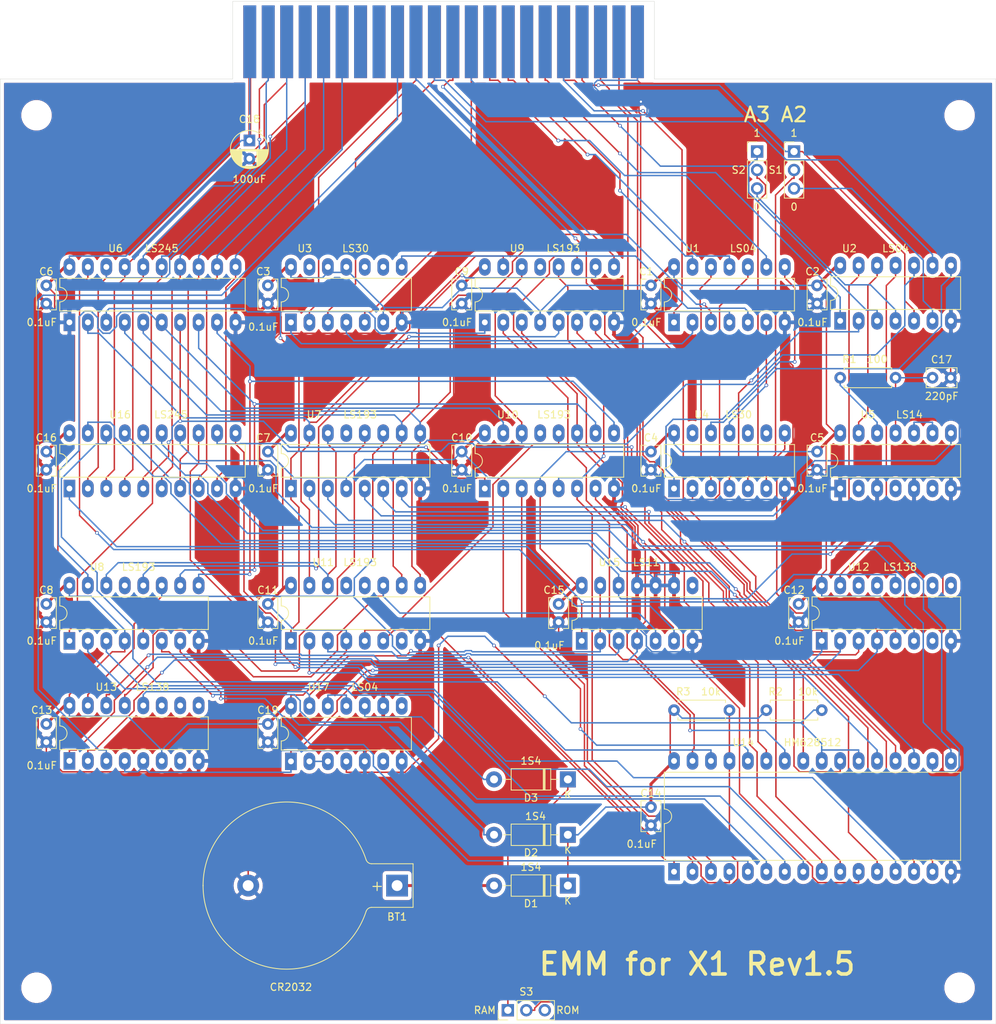
<source format=kicad_pcb>
(kicad_pcb (version 20171130) (host pcbnew "(5.1.9)-1")
  (layers (0 F.Cu signal) (31 B.Cu signal) (34 B.Paste user) (35 F.Paste user) (36 B.SilkS user) (37 F.SilkS user) (38 B.Mask user) (39 F.Mask user) (44 Edge.Cuts user))
  (net 0 "")
  (net 1 +5V)
  (net 2 GND)
  (net 3 /D2)
  (net 4 /D1)
  (net 5 /D0)
  (net 6 /A7)
  (net 7 /A6)
  (net 8 /A5)
  (net 9 /A4)
  (net 10 /A3)
  (net 11 /A2)
  (net 12 /A1)
  (net 13 /A0)
  (net 14 /D3)
  (net 15 /D4)
  (net 16 /D5)
  (net 17 /D6)
  (net 18 /D7)
  (net 19 /~WR)
  (net 20 /~RD)
  (net 21 /~IOREQ)
  (net 22 "Net-(U10-Pad1)")
  (net 23 "Net-(U10-Pad6)")
  (net 24 "Net-(U10-Pad5)")
  (net 25 "Net-(BT1-Pad1)")
  (net 26 "Net-(R1-Pad1)")
  (net 27 "Net-(U2-Pad2)")
  (net 28 /x0_RD)
  (net 29 "Net-(U10-Pad14)")
  (net 30 "Net-(U14-Pad12)")
  (net 31 "Net-(U14-Pad6)")
  (net 32 "Net-(U10-Pad9)")
  (net 33 "Net-(U10-Pad10)")
  (net 34 "Net-(U10-Pad15)")
  (net 35 /x0_WR)
  (net 36 "Net-(U7-Pad12)")
  (net 37 "Net-(U8-Pad12)")
  (net 38 /x1_WR)
  (net 39 /x2_WR)
  (net 40 "Net-(U10-Pad3)")
  (net 41 "Net-(U10-Pad2)")
  (net 42 /x3_RD)
  (net 43 /x3_WR)
  (net 44 "Net-(C14-Pad1)")
  (net 45 "Net-(C17-Pad1)")
  (net 46 /A11)
  (net 47 /A10)
  (net 48 /A9)
  (net 49 /A8)
  (net 50 /~EXIO)
  (net 51 "Net-(U1-Pad6)")
  (net 52 "Net-(U1-Pad12)")
  (net 53 "Net-(U1-Pad5)")
  (net 54 "Net-(U1-Pad4)")
  (net 55 "Net-(U1-Pad10)")
  (net 56 "Net-(U1-Pad2)")
  (net 57 "Net-(U1-Pad8)")
  (net 58 "Net-(U2-Pad8)")
  (net 59 "Net-(U2-Pad12)")
  (net 60 "Net-(U15-Pad12)")
  (net 61 "Net-(U5-Pad8)")
  (net 62 "Net-(U5-Pad10)")
  (net 63 "Net-(U15-Pad6)")
  (net 64 "Net-(U11-Pad9)")
  (net 65 "Net-(U11-Pad10)")
  (net 66 "Net-(U11-Pad1)")
  (net 67 "Net-(U11-Pad15)")
  (net 68 "Net-(U14-Pad9)")
  (net 69 "Net-(U14-Pad10)")
  (net 70 "Net-(U14-Pad11)")
  (net 71 "Net-(U14-Pad7)")
  (net 72 "Net-(U14-Pad8)")
  (net 73 "Net-(U14-Pad5)")
  (net 74 "Net-(U14-Pad25)")
  (net 75 "Net-(U14-Pad23)")
  (net 76 "Net-(U14-Pad27)")
  (net 77 "Net-(U14-Pad26)")
  (net 78 "Net-(U10-Pad12)")
  (net 79 "Net-(U10-Pad7)")
  (net 80 "Net-(U11-Pad6)")
  (net 81 "Net-(U11-Pad3)")
  (net 82 "Net-(U11-Pad2)")
  (net 83 "Net-(U14-Pad17)")
  (net 84 "Net-(U14-Pad18)")
  (net 85 "Net-(U14-Pad19)")
  (net 86 "Net-(U14-Pad20)")
  (net 87 "Net-(U14-Pad21)")
  (net 88 "Net-(U14-Pad13)")
  (net 89 "Net-(U14-Pad14)")
  (net 90 "Net-(U14-Pad15)")
  (net 91 "Net-(S1-Pad3)")
  (net 92 "Net-(S1-Pad2)")
  (net 93 "Net-(S2-Pad2)")
  (net 94 "Net-(S2-Pad3)")
  (net 95 "Net-(D3-Pad2)")
  (net 96 "Net-(D3-Pad1)")
  (net 97 "Net-(U12-Pad4)")
  (net 98 "Net-(U17-Pad2)")
  (net 99 "Net-(U17-Pad11)")
  (net 100 "Net-(R3-Pad2)")
  (net 101 "Net-(R2-Pad2)")
  (module MountingHole:MountingHole_3.2mm_M3 (layer F.Cu) (at 31.836 70.846)
    (fp_text reference MH4 hide)
    (fp_text value MountingHole_3.2mm_M3)
    (pad 1 np_thru_hole circle (at 0 0) (size 3.2 3.2) (drill 3.2) (layers *.Cu *.Mask))
  )
  (module MountingHole:MountingHole_3.2mm_M3 (layer F.Cu) (at 158.836 70.846)
    (fp_text reference MH3 hide)
    (fp_text value MountingHole_3.2mm_M3)
    (pad 1 np_thru_hole circle (at 0 0) (size 3.2 3.2) (drill 3.2) (layers *.Cu *.Mask))
  )
  (module MountingHole:MountingHole_3.2mm_M3 (layer F.Cu) (at 158.836 190.846)
    (fp_text reference MH2 hide)
    (fp_text value MountingHole_3.2mm_M3)
    (pad 1 np_thru_hole circle (at 0 0) (size 3.2 3.2) (drill 3.2) (layers *.Cu *.Mask))
  )
  (module MountingHole:MountingHole_3.2mm_M3 (layer F.Cu) (at 31.836 190.846)
    (fp_text reference MH1 hide)
    (fp_text value MountingHole_3.2mm_M3)
    (pad 1 np_thru_hole circle (at 0 0) (size 3.2 3.2) (drill 3.2) (layers *.Cu *.Mask))
  )
  (module mz-2000:BUS_MZ2000 (layer F.Cu) (at 137.376 62)
    (fp_text reference J1 hide)
    (fp_text value "for Card-Slot")
    (pad a1 connect rect (at -76.2 -1.27) (size 1.78 10) (layers F.Cu F.Mask) (net 1 +5V))
    (pad a2 connect rect (at -73.66 -1.27) (size 1.78 10) (layers F.Cu F.Mask) (net 3 /D2))
    (pad a3 connect rect (at -71.12 -1.27) (size 1.78 10) (layers F.Cu F.Mask) (net 4 /D1))
    (pad a4 connect rect (at -68.58 -1.27) (size 1.78 10) (layers F.Cu F.Mask) (net 5 /D0))
    (pad a5 connect rect (at -66.04 -1.27) (size 1.78 10) (layers F.Cu F.Mask) (net 2 GND))
    (pad a6 connect rect (at -63.5 -1.27) (size 1.78 10) (layers F.Cu F.Mask))
    (pad a7 connect rect (at -60.96 -1.27) (size 1.78 10) (layers F.Cu F.Mask))
    (pad a8 connect rect (at -58.42 -1.27) (size 1.78 10) (layers F.Cu F.Mask))
    (pad a9 connect rect (at -55.88 -1.27) (size 1.78 10) (layers F.Cu F.Mask))
    (pad a10 connect rect (at -53.34 -1.27) (size 1.78 10) (layers F.Cu F.Mask) (net 46 /A11))
    (pad a11 connect rect (at -50.8 -1.27) (size 1.78 10) (layers F.Cu F.Mask) (net 47 /A10))
    (pad a12 connect rect (at -48.26 -1.27) (size 1.78 10) (layers F.Cu F.Mask) (net 48 /A9))
    (pad a13 connect rect (at -45.72 -1.27) (size 1.78 10) (layers F.Cu F.Mask) (net 49 /A8))
    (pad a14 connect rect (at -43.18 -1.27) (size 1.78 10) (layers F.Cu F.Mask) (net 6 /A7))
    (pad a15 connect rect (at -40.64 -1.27) (size 1.78 10) (layers F.Cu F.Mask) (net 7 /A6))
    (pad a16 connect rect (at -38.1 -1.27) (size 1.78 10) (layers F.Cu F.Mask) (net 8 /A5))
    (pad a17 connect rect (at -35.56 -1.27) (size 1.78 10) (layers F.Cu F.Mask) (net 9 /A4))
    (pad a18 connect rect (at -33.02 -1.27) (size 1.78 10) (layers F.Cu F.Mask) (net 10 /A3))
    (pad a19 connect rect (at -30.48 -1.27) (size 1.78 10) (layers F.Cu F.Mask) (net 11 /A2))
    (pad a20 connect rect (at -27.94 -1.27) (size 1.78 10) (layers F.Cu F.Mask) (net 12 /A1))
    (pad a21 connect rect (at -25.4 -1.27) (size 1.78 10) (layers F.Cu F.Mask) (net 13 /A0))
    (pad a22 connect rect (at -22.86 -1.27) (size 1.78 10) (layers F.Cu F.Mask) (net 2 GND))
    (pad b1 connect rect (at -76.2 -1.27) (size 1.78 10) (layers B.Cu B.Mask) (net 1 +5V))
    (pad b2 connect rect (at -73.66 -1.27) (size 1.78 10) (layers B.Cu B.Mask) (net 14 /D3))
    (pad b3 connect rect (at -71.12 -1.27) (size 1.78 10) (layers B.Cu B.Mask) (net 15 /D4))
    (pad b4 connect rect (at -68.58 -1.27) (size 1.78 10) (layers B.Cu B.Mask) (net 16 /D5))
    (pad b5 connect rect (at -66.04 -1.27) (size 1.78 10) (layers B.Cu B.Mask) (net 17 /D6))
    (pad b6 connect rect (at -63.5 -1.27) (size 1.78 10) (layers B.Cu B.Mask) (net 18 /D7))
    (pad b7 connect rect (at -60.96 -1.27) (size 1.78 10) (layers B.Cu B.Mask))
    (pad b8 connect rect (at -58.42 -1.27) (size 1.78 10) (layers B.Cu B.Mask))
    (pad b9 connect rect (at -55.88 -1.27) (size 1.78 10) (layers B.Cu B.Mask) (net 19 /~WR))
    (pad b10 connect rect (at -53.34 -1.27) (size 1.78 10) (layers B.Cu B.Mask) (net 20 /~RD))
    (pad b11 connect rect (at -50.8 -1.27) (size 1.78 10) (layers B.Cu B.Mask) (net 21 /~IOREQ))
    (pad b12 connect rect (at -48.26 -1.27) (size 1.78 10) (layers B.Cu B.Mask))
    (pad b13 connect rect (at -45.72 -1.27) (size 1.78 10) (layers B.Cu B.Mask) (net 2 GND))
    (pad b14 connect rect (at -43.18 -1.27) (size 1.78 10) (layers B.Cu B.Mask))
    (pad b15 connect rect (at -40.64 -1.27) (size 1.78 10) (layers B.Cu B.Mask))
    (pad b16 connect rect (at -38.1 -1.27) (size 1.78 10) (layers B.Cu B.Mask))
    (pad b17 connect rect (at -35.56 -1.27) (size 1.78 10) (layers B.Cu B.Mask))
    (pad b18 connect rect (at -33.02 -1.27) (size 1.78 10) (layers B.Cu B.Mask) (net 50 /~EXIO))
    (pad b19 connect rect (at -30.48 -1.27) (size 1.78 10) (layers B.Cu B.Mask))
    (pad b20 connect rect (at -27.94 -1.27) (size 1.78 10) (layers B.Cu B.Mask))
    (pad b21 connect rect (at -25.4 -1.27) (size 1.78 10) (layers B.Cu B.Mask))
    (pad b22 connect rect (at -22.86 -1.27) (size 1.78 10) (layers B.Cu B.Mask) (net 2 GND))
  )
  (module Capacitor_THT:CP_Radial_D5.0mm_P2.50mm (layer F.Cu) (at 61.126 74.307 270)
    (fp_text reference C18 (at -2.921 0) (layer F.SilkS))
    (fp_text value 100uF)
    (pad 1 thru_hole rect (at 0 0 270) (size 1.6 1.6) (drill 0.8) (layers *.Cu *.Mask) (net 1 +5V))
    (pad 2 thru_hole circle (at 2.5 0 270) (size 1.6 1.6) (drill 0.8) (layers *.Cu *.Mask) (net 2 GND))
  )
  (module Battery:BatteryHolder_Keystone_103_1x20mm (layer F.Cu) (at 81.446 176.796 180)
    (fp_text reference BT1 (at 0 -4.3) (layer F.SilkS))
    (fp_text value Battery_Cell)
    (fp_text user + (at 2.75 0) (layer F.SilkS) (effects (font (size 1.5 1.5))))
    (pad 2 thru_hole circle (at 20.49 0 180) (size 3 3) (drill 1.5) (layers *.Cu *.Mask) (net 2 GND))
    (pad 1 thru_hole rect (at 0 0 180) (size 3 3) (drill 1.5) (layers *.Cu *.Mask) (net 25 "Net-(BT1-Pad1)"))
  )
  (module Capacitor_THT:C_Rect_L4.0mm_W2.5mm_P2.50mm (layer F.Cu) (at 33.186 94.246 270)
    (fp_text reference C6 (at -1.905 0) (layer F.SilkS))
    (fp_text value 0.1uF)
    (pad 1 thru_hole circle (at 0 0 270) (size 1.6 1.6) (drill 0.8) (layers *.Cu *.Mask) (net 1 +5V))
    (pad 2 thru_hole circle (at 2.5 0 270) (size 1.6 1.6) (drill 0.8) (layers *.Cu *.Mask) (net 2 GND))
  )
  (module Capacitor_THT:C_Rect_L4.0mm_W2.5mm_P2.50mm (layer F.Cu) (at 155.106 106.946)
    (fp_text reference C17 (at 1.25 -2.5) (layer F.SilkS))
    (fp_text value 220pF)
    (pad 1 thru_hole circle (at 0 0) (size 1.6 1.6) (drill 0.8) (layers *.Cu *.Mask) (net 45 "Net-(C17-Pad1)"))
    (pad 2 thru_hole circle (at 2.5 0) (size 1.6 1.6) (drill 0.8) (layers *.Cu *.Mask) (net 2 GND))
  )
  (module Capacitor_THT:C_Rect_L4.0mm_W2.5mm_P2.50mm (layer F.Cu) (at 63.666 117.106 270)
    (fp_text reference C7 (at -1.905 0.635) (layer F.SilkS))
    (fp_text value 0.1uF)
    (pad 2 thru_hole circle (at 2.5 0 270) (size 1.6 1.6) (drill 0.8) (layers *.Cu *.Mask) (net 2 GND))
    (pad 1 thru_hole circle (at 0 0 270) (size 1.6 1.6) (drill 0.8) (layers *.Cu *.Mask) (net 1 +5V))
  )
  (module Capacitor_THT:C_Rect_L4.0mm_W2.5mm_P2.50mm (layer F.Cu) (at 33.186 138.061 270)
    (fp_text reference C8 (at -1.905 0) (layer F.SilkS))
    (fp_text value 0.1uF)
    (pad 1 thru_hole circle (at 0 0 270) (size 1.6 1.6) (drill 0.8) (layers *.Cu *.Mask) (net 1 +5V))
    (pad 2 thru_hole circle (at 2.5 0 270) (size 1.6 1.6) (drill 0.8) (layers *.Cu *.Mask) (net 2 GND))
  )
  (module Capacitor_THT:C_Rect_L4.0mm_W2.5mm_P2.50mm (layer F.Cu) (at 90.336 94.246 270)
    (fp_text reference C9 (at -1.905 0) (layer F.SilkS))
    (fp_text value 0.1uF)
    (pad 2 thru_hole circle (at 2.5 0 270) (size 1.6 1.6) (drill 0.8) (layers *.Cu *.Mask) (net 2 GND))
    (pad 1 thru_hole circle (at 0 0 270) (size 1.6 1.6) (drill 0.8) (layers *.Cu *.Mask) (net 1 +5V))
  )
  (module Capacitor_THT:C_Rect_L4.0mm_W2.5mm_P2.50mm (layer F.Cu) (at 90.336 117.106 270)
    (fp_text reference C10 (at -1.905 0) (layer F.SilkS))
    (fp_text value 0.1uF)
    (pad 1 thru_hole circle (at 0 0 270) (size 1.6 1.6) (drill 0.8) (layers *.Cu *.Mask) (net 1 +5V))
    (pad 2 thru_hole circle (at 2.5 0 270) (size 1.6 1.6) (drill 0.8) (layers *.Cu *.Mask) (net 2 GND))
  )
  (module Capacitor_THT:C_Rect_L4.0mm_W2.5mm_P2.50mm (layer F.Cu) (at 63.666 138.061 270)
    (fp_text reference C11 (at -1.905 0) (layer F.SilkS))
    (fp_text value 0.1uF)
    (pad 2 thru_hole circle (at 2.5 0 270) (size 1.6 1.6) (drill 0.8) (layers *.Cu *.Mask) (net 2 GND))
    (pad 1 thru_hole circle (at 0 0 270) (size 1.6 1.6) (drill 0.8) (layers *.Cu *.Mask) (net 1 +5V))
  )
  (module Capacitor_THT:C_Rect_L4.0mm_W2.5mm_P2.50mm (layer F.Cu) (at 33.186 154.571 270)
    (fp_text reference C13 (at -1.905 0.635) (layer F.SilkS))
    (fp_text value 0.1uF)
    (pad 2 thru_hole circle (at 2.5 0 270) (size 1.6 1.6) (drill 0.8) (layers *.Cu *.Mask) (net 2 GND))
    (pad 1 thru_hole circle (at 0 0 270) (size 1.6 1.6) (drill 0.8) (layers *.Cu *.Mask) (net 1 +5V))
  )
  (module Capacitor_THT:C_Rect_L4.0mm_W2.5mm_P2.50mm (layer F.Cu) (at 136.691 138.061 270)
    (fp_text reference C12 (at -1.905 0.635) (layer F.SilkS))
    (fp_text value 0.1uF)
    (pad 1 thru_hole circle (at 0 0 270) (size 1.6 1.6) (drill 0.8) (layers *.Cu *.Mask) (net 1 +5V))
    (pad 2 thru_hole circle (at 2.5 0 270) (size 1.6 1.6) (drill 0.8) (layers *.Cu *.Mask) (net 2 GND))
  )
  (module Capacitor_THT:C_Rect_L4.0mm_W2.5mm_P2.50mm (layer F.Cu) (at 116.371 166.001 270)
    (fp_text reference C14 (at -1.905 0) (layer F.SilkS))
    (fp_text value 0.1uF)
    (pad 2 thru_hole circle (at 2.5 0 270) (size 1.6 1.6) (drill 0.8) (layers *.Cu *.Mask) (net 2 GND))
    (pad 1 thru_hole circle (at 0 0 270) (size 1.6 1.6) (drill 0.8) (layers *.Cu *.Mask) (net 44 "Net-(C14-Pad1)"))
  )
  (module Capacitor_THT:C_Rect_L4.0mm_W2.5mm_P2.50mm (layer F.Cu) (at 33.186 117.106 270)
    (fp_text reference C16 (at -1.905 0) (layer F.SilkS))
    (fp_text value 0.1uF)
    (pad 1 thru_hole circle (at 0 0 270) (size 1.6 1.6) (drill 0.8) (layers *.Cu *.Mask) (net 1 +5V))
    (pad 2 thru_hole circle (at 2.5 0 270) (size 1.6 1.6) (drill 0.8) (layers *.Cu *.Mask) (net 2 GND))
  )
  (module Capacitor_THT:C_Rect_L4.0mm_W2.5mm_P2.50mm (layer F.Cu) (at 116.371 94.246 270)
    (fp_text reference C1 (at -1.905 0.635) (layer F.SilkS))
    (fp_text value 0.1uF)
    (pad 2 thru_hole circle (at 2.5 0 270) (size 1.6 1.6) (drill 0.8) (layers *.Cu *.Mask) (net 2 GND))
    (pad 1 thru_hole circle (at 0 0 270) (size 1.6 1.6) (drill 0.8) (layers *.Cu *.Mask) (net 1 +5V))
  )
  (module Capacitor_THT:C_Rect_L4.0mm_W2.5mm_P2.50mm (layer F.Cu) (at 139.231 94.246 270)
    (fp_text reference C2 (at -1.905 0.635) (layer F.SilkS))
    (fp_text value 0.1uF)
    (pad 1 thru_hole circle (at 0 0 270) (size 1.6 1.6) (drill 0.8) (layers *.Cu *.Mask) (net 1 +5V))
    (pad 2 thru_hole circle (at 2.5 0 270) (size 1.6 1.6) (drill 0.8) (layers *.Cu *.Mask) (net 2 GND))
  )
  (module Capacitor_THT:C_Rect_L4.0mm_W2.5mm_P2.50mm (layer F.Cu) (at 139.231 117.106 270)
    (fp_text reference C5 (at -1.905 0) (layer F.SilkS))
    (fp_text value 0.1uF)
    (pad 2 thru_hole circle (at 2.5 0 270) (size 1.6 1.6) (drill 0.8) (layers *.Cu *.Mask) (net 2 GND))
    (pad 1 thru_hole circle (at 0 0 270) (size 1.6 1.6) (drill 0.8) (layers *.Cu *.Mask) (net 1 +5V))
  )
  (module Capacitor_THT:C_Rect_L4.0mm_W2.5mm_P2.50mm (layer F.Cu) (at 63.666 94.246 270)
    (fp_text reference C3 (at -1.905 0.635) (layer F.SilkS))
    (fp_text value 0.1uF)
    (pad 1 thru_hole circle (at 0 0 270) (size 1.6 1.6) (drill 0.8) (layers *.Cu *.Mask) (net 1 +5V))
    (pad 2 thru_hole circle (at 2.5 0 270) (size 1.6 1.6) (drill 0.8) (layers *.Cu *.Mask) (net 2 GND))
  )
  (module Capacitor_THT:C_Rect_L4.0mm_W2.5mm_P2.50mm (layer F.Cu) (at 103.671 138.061 270)
    (fp_text reference C15 (at -1.905 0.635) (layer F.SilkS))
    (fp_text value 0.1uF)
    (pad 2 thru_hole circle (at 2.5 0 270) (size 1.6 1.6) (drill 0.8) (layers *.Cu *.Mask) (net 2 GND))
    (pad 1 thru_hole circle (at 0 0 270) (size 1.6 1.6) (drill 0.8) (layers *.Cu *.Mask) (net 1 +5V))
  )
  (module Diode_THT:D_DO-41_SOD81_P10.16mm_Horizontal (layer F.Cu) (at 104.941 176.796 180)
    (fp_text reference D1 (at 5.08 -2.47) (layer F.SilkS))
    (fp_text value 1S4)
    (fp_text user K (at 0 -2.1) (layer F.SilkS))
    (pad 1 thru_hole rect (at 0 0 180) (size 2.2 2.2) (drill 1.1) (layers *.Cu *.Mask) (net 44 "Net-(C14-Pad1)"))
    (pad 2 thru_hole oval (at 10.16 0 180) (size 2.2 2.2) (drill 1.1) (layers *.Cu *.Mask) (net 25 "Net-(BT1-Pad1)"))
  )
  (module Diode_THT:D_DO-41_SOD81_P10.16mm_Horizontal (layer F.Cu) (at 104.941 169.811 180)
    (fp_text reference D2 (at 5.08 -2.47) (layer F.SilkS))
    (fp_text value 1S4)
    (fp_text user K (at 0 -2.1) (layer F.SilkS))
    (pad 2 thru_hole oval (at 10.16 0 180) (size 2.2 2.2) (drill 1.1) (layers *.Cu *.Mask) (net 1 +5V))
    (pad 1 thru_hole rect (at 0 0 180) (size 2.2 2.2) (drill 1.1) (layers *.Cu *.Mask) (net 44 "Net-(C14-Pad1)"))
  )
  (module Resistor_THT:R_Axial_DIN0207_L6.3mm_D2.5mm_P7.62mm_Horizontal (layer F.Cu) (at 142.406 106.946)
    (fp_text reference R1 (at 1.27 -2.54) (layer F.SilkS))
    (fp_text value 100)
    (pad 1 thru_hole circle (at 0 0) (size 1.6 1.6) (drill 0.8) (layers *.Cu *.Mask) (net 26 "Net-(R1-Pad1)"))
    (pad 2 thru_hole oval (at 7.62 0) (size 1.6 1.6) (drill 0.8) (layers *.Cu *.Mask) (net 45 "Net-(C17-Pad1)"))
  )
  (module Connector_PinHeader_2.54mm:PinHeader_1x03_P2.54mm_Vertical (layer F.Cu) (at 130.976 75.831)
    (fp_text reference S2 (at -2.54 2.54) (layer F.SilkS))
    (fp_text value A3_select)
    (pad 1 thru_hole rect (at 0 0) (size 1.7 1.7) (drill 1) (layers *.Cu *.Mask) (net 10 /A3))
    (pad 2 thru_hole oval (at 0 2.54) (size 1.7 1.7) (drill 1) (layers *.Cu *.Mask) (net 93 "Net-(S2-Pad2)"))
    (pad 3 thru_hole oval (at 0 5.08) (size 1.7 1.7) (drill 1) (layers *.Cu *.Mask) (net 94 "Net-(S2-Pad3)"))
  )
  (module Connector_PinHeader_2.54mm:PinHeader_1x03_P2.54mm_Vertical (layer F.Cu) (at 136.056 75.831)
    (fp_text reference S1 (at -2.54 2.54) (layer F.SilkS))
    (fp_text value A2_select)
    (pad 3 thru_hole oval (at 0 5.08) (size 1.7 1.7) (drill 1) (layers *.Cu *.Mask) (net 91 "Net-(S1-Pad3)"))
    (pad 2 thru_hole oval (at 0 2.54) (size 1.7 1.7) (drill 1) (layers *.Cu *.Mask) (net 92 "Net-(S1-Pad2)"))
    (pad 1 thru_hole rect (at 0 0) (size 1.7 1.7) (drill 1) (layers *.Cu *.Mask) (net 11 /A2))
  )
  (module Package_DIP:DIP-14_W7.62mm_LongPads (layer F.Cu) (at 119.546 99.326 90)
    (fp_text reference U1 (at 10.16 2.54) (layer F.SilkS))
    (fp_text value 74LS04)
    (pad 14 thru_hole oval (at 7.62 0 90) (size 2.4 1.6) (drill 0.8) (layers *.Cu *.Mask) (net 1 +5V))
    (pad 7 thru_hole oval (at 0 15.24 90) (size 2.4 1.6) (drill 0.8) (layers *.Cu *.Mask) (net 2 GND))
    (pad 13 thru_hole oval (at 7.62 2.54 90) (size 2.4 1.6) (drill 0.8) (layers *.Cu *.Mask) (net 8 /A5))
    (pad 6 thru_hole oval (at 0 12.7 90) (size 2.4 1.6) (drill 0.8) (layers *.Cu *.Mask) (net 51 "Net-(U1-Pad6)"))
    (pad 12 thru_hole oval (at 7.62 5.08 90) (size 2.4 1.6) (drill 0.8) (layers *.Cu *.Mask) (net 52 "Net-(U1-Pad12)"))
    (pad 5 thru_hole oval (at 0 10.16 90) (size 2.4 1.6) (drill 0.8) (layers *.Cu *.Mask) (net 53 "Net-(U1-Pad5)"))
    (pad 11 thru_hole oval (at 7.62 7.62 90) (size 2.4 1.6) (drill 0.8) (layers *.Cu *.Mask) (net 7 /A6))
    (pad 4 thru_hole oval (at 0 7.62 90) (size 2.4 1.6) (drill 0.8) (layers *.Cu *.Mask) (net 54 "Net-(U1-Pad4)"))
    (pad 10 thru_hole oval (at 7.62 10.16 90) (size 2.4 1.6) (drill 0.8) (layers *.Cu *.Mask) (net 55 "Net-(U1-Pad10)"))
    (pad 3 thru_hole oval (at 0 5.08 90) (size 2.4 1.6) (drill 0.8) (layers *.Cu *.Mask) (net 48 /A9))
    (pad 9 thru_hole oval (at 7.62 12.7 90) (size 2.4 1.6) (drill 0.8) (layers *.Cu *.Mask) (net 6 /A7))
    (pad 2 thru_hole oval (at 0 2.54 90) (size 2.4 1.6) (drill 0.8) (layers *.Cu *.Mask) (net 56 "Net-(U1-Pad2)"))
    (pad 8 thru_hole oval (at 7.62 15.24 90) (size 2.4 1.6) (drill 0.8) (layers *.Cu *.Mask) (net 57 "Net-(U1-Pad8)"))
    (pad 1 thru_hole rect (at 0 0 90) (size 2.4 1.6) (drill 0.8) (layers *.Cu *.Mask) (net 50 /~EXIO))
  )
  (module Package_DIP:DIP-14_W7.62mm_LongPads (layer F.Cu) (at 142.406 122.186 90)
    (fp_text reference U5 (at 10.16 3.81) (layer F.SilkS))
    (fp_text value 74LS14)
    (pad 1 thru_hole rect (at 0 0 90) (size 2.4 1.6) (drill 0.8) (layers *.Cu *.Mask) (net 2 GND))
    (pad 8 thru_hole oval (at 7.62 15.24 90) (size 2.4 1.6) (drill 0.8) (layers *.Cu *.Mask) (net 61 "Net-(U5-Pad8)"))
    (pad 2 thru_hole oval (at 0 2.54 90) (size 2.4 1.6) (drill 0.8) (layers *.Cu *.Mask))
    (pad 9 thru_hole oval (at 7.62 12.7 90) (size 2.4 1.6) (drill 0.8) (layers *.Cu *.Mask) (net 62 "Net-(U5-Pad10)"))
    (pad 3 thru_hole oval (at 0 5.08 90) (size 2.4 1.6) (drill 0.8) (layers *.Cu *.Mask) (net 2 GND))
    (pad 10 thru_hole oval (at 7.62 10.16 90) (size 2.4 1.6) (drill 0.8) (layers *.Cu *.Mask) (net 62 "Net-(U5-Pad10)"))
    (pad 4 thru_hole oval (at 0 7.62 90) (size 2.4 1.6) (drill 0.8) (layers *.Cu *.Mask))
    (pad 11 thru_hole oval (at 7.62 7.62 90) (size 2.4 1.6) (drill 0.8) (layers *.Cu *.Mask) (net 45 "Net-(C17-Pad1)"))
    (pad 5 thru_hole oval (at 0 10.16 90) (size 2.4 1.6) (drill 0.8) (layers *.Cu *.Mask) (net 2 GND))
    (pad 12 thru_hole oval (at 7.62 5.08 90) (size 2.4 1.6) (drill 0.8) (layers *.Cu *.Mask) (net 26 "Net-(R1-Pad1)"))
    (pad 6 thru_hole oval (at 0 12.7 90) (size 2.4 1.6) (drill 0.8) (layers *.Cu *.Mask))
    (pad 13 thru_hole oval (at 7.62 2.54 90) (size 2.4 1.6) (drill 0.8) (layers *.Cu *.Mask) (net 59 "Net-(U2-Pad12)"))
    (pad 7 thru_hole oval (at 0 15.24 90) (size 2.4 1.6) (drill 0.8) (layers *.Cu *.Mask) (net 2 GND))
    (pad 14 thru_hole oval (at 7.62 0 90) (size 2.4 1.6) (drill 0.8) (layers *.Cu *.Mask) (net 1 +5V))
  )
  (module Package_DIP:DIP-20_W7.62mm_LongPads (layer F.Cu) (at 36.361 99.326 90)
    (fp_text reference U6 (at 10.16 6.35) (layer F.SilkS))
    (fp_text value 74LS245)
    (pad 20 thru_hole oval (at 7.62 0 90) (size 2.4 1.6) (drill 0.8) (layers *.Cu *.Mask) (net 1 +5V))
    (pad 10 thru_hole oval (at 0 22.86 90) (size 2.4 1.6) (drill 0.8) (layers *.Cu *.Mask) (net 2 GND))
    (pad 19 thru_hole oval (at 7.62 2.54 90) (size 2.4 1.6) (drill 0.8) (layers *.Cu *.Mask) (net 63 "Net-(U15-Pad6)"))
    (pad 9 thru_hole oval (at 0 20.32 90) (size 2.4 1.6) (drill 0.8) (layers *.Cu *.Mask) (net 32 "Net-(U10-Pad9)"))
    (pad 18 thru_hole oval (at 7.62 5.08 90) (size 2.4 1.6) (drill 0.8) (layers *.Cu *.Mask) (net 5 /D0))
    (pad 8 thru_hole oval (at 0 17.78 90) (size 2.4 1.6) (drill 0.8) (layers *.Cu *.Mask) (net 33 "Net-(U10-Pad10)"))
    (pad 17 thru_hole oval (at 7.62 7.62 90) (size 2.4 1.6) (drill 0.8) (layers *.Cu *.Mask) (net 4 /D1))
    (pad 7 thru_hole oval (at 0 15.24 90) (size 2.4 1.6) (drill 0.8) (layers *.Cu *.Mask) (net 22 "Net-(U10-Pad1)"))
    (pad 16 thru_hole oval (at 7.62 10.16 90) (size 2.4 1.6) (drill 0.8) (layers *.Cu *.Mask) (net 3 /D2))
    (pad 6 thru_hole oval (at 0 12.7 90) (size 2.4 1.6) (drill 0.8) (layers *.Cu *.Mask) (net 34 "Net-(U10-Pad15)"))
    (pad 15 thru_hole oval (at 7.62 12.7 90) (size 2.4 1.6) (drill 0.8) (layers *.Cu *.Mask) (net 14 /D3))
    (pad 5 thru_hole oval (at 0 10.16 90) (size 2.4 1.6) (drill 0.8) (layers *.Cu *.Mask) (net 64 "Net-(U11-Pad9)"))
    (pad 14 thru_hole oval (at 7.62 15.24 90) (size 2.4 1.6) (drill 0.8) (layers *.Cu *.Mask) (net 15 /D4))
    (pad 4 thru_hole oval (at 0 7.62 90) (size 2.4 1.6) (drill 0.8) (layers *.Cu *.Mask) (net 65 "Net-(U11-Pad10)"))
    (pad 13 thru_hole oval (at 7.62 17.78 90) (size 2.4 1.6) (drill 0.8) (layers *.Cu *.Mask) (net 16 /D5))
    (pad 3 thru_hole oval (at 0 5.08 90) (size 2.4 1.6) (drill 0.8) (layers *.Cu *.Mask) (net 66 "Net-(U11-Pad1)"))
    (pad 12 thru_hole oval (at 7.62 20.32 90) (size 2.4 1.6) (drill 0.8) (layers *.Cu *.Mask) (net 17 /D6))
    (pad 2 thru_hole oval (at 0 2.54 90) (size 2.4 1.6) (drill 0.8) (layers *.Cu *.Mask) (net 67 "Net-(U11-Pad15)"))
    (pad 11 thru_hole oval (at 7.62 22.86 90) (size 2.4 1.6) (drill 0.8) (layers *.Cu *.Mask) (net 18 /D7))
    (pad 1 thru_hole rect (at 0 0 90) (size 2.4 1.6) (drill 0.8) (layers *.Cu *.Mask) (net 2 GND))
  )
  (module Package_DIP:DIP-14_W7.62mm_LongPads (layer F.Cu) (at 119.546 122.186 90)
    (fp_text reference U4 (at 10.16 3.81) (layer F.SilkS))
    (fp_text value 74LS30)
    (pad 1 thru_hole rect (at 0 0 90) (size 2.4 1.6) (drill 0.8) (layers *.Cu *.Mask) (net 57 "Net-(U1-Pad8)"))
    (pad 8 thru_hole oval (at 7.62 15.24 90) (size 2.4 1.6) (drill 0.8) (layers *.Cu *.Mask) (net 97 "Net-(U12-Pad4)"))
    (pad 2 thru_hole oval (at 0 2.54 90) (size 2.4 1.6) (drill 0.8) (layers *.Cu *.Mask) (net 55 "Net-(U1-Pad10)"))
    (pad 9 thru_hole oval (at 7.62 12.7 90) (size 2.4 1.6) (drill 0.8) (layers *.Cu *.Mask))
    (pad 3 thru_hole oval (at 0 5.08 90) (size 2.4 1.6) (drill 0.8) (layers *.Cu *.Mask) (net 52 "Net-(U1-Pad12)"))
    (pad 10 thru_hole oval (at 7.62 10.16 90) (size 2.4 1.6) (drill 0.8) (layers *.Cu *.Mask))
    (pad 4 thru_hole oval (at 0 7.62 90) (size 2.4 1.6) (drill 0.8) (layers *.Cu *.Mask) (net 27 "Net-(U2-Pad2)"))
    (pad 11 thru_hole oval (at 7.62 7.62 90) (size 2.4 1.6) (drill 0.8) (layers *.Cu *.Mask) (net 51 "Net-(U1-Pad6)"))
    (pad 5 thru_hole oval (at 0 10.16 90) (size 2.4 1.6) (drill 0.8) (layers *.Cu *.Mask) (net 93 "Net-(S2-Pad2)"))
    (pad 12 thru_hole oval (at 7.62 5.08 90) (size 2.4 1.6) (drill 0.8) (layers *.Cu *.Mask) (net 58 "Net-(U2-Pad8)"))
    (pad 6 thru_hole oval (at 0 12.7 90) (size 2.4 1.6) (drill 0.8) (layers *.Cu *.Mask) (net 92 "Net-(S1-Pad2)"))
    (pad 13 thru_hole oval (at 7.62 2.54 90) (size 2.4 1.6) (drill 0.8) (layers *.Cu *.Mask))
    (pad 7 thru_hole oval (at 0 15.24 90) (size 2.4 1.6) (drill 0.8) (layers *.Cu *.Mask) (net 2 GND))
    (pad 14 thru_hole oval (at 7.62 0 90) (size 2.4 1.6) (drill 0.8) (layers *.Cu *.Mask) (net 1 +5V))
  )
  (module Package_DIP:DIP-16_W7.62mm_LongPads (layer F.Cu) (at 66.841 122.186 90)
    (fp_text reference U7 (at 10.16 3.175) (layer F.SilkS))
    (fp_text value 74LS193)
    (pad 16 thru_hole oval (at 7.62 0 90) (size 2.4 1.6) (drill 0.8) (layers *.Cu *.Mask) (net 1 +5V))
    (pad 8 thru_hole oval (at 0 17.78 90) (size 2.4 1.6) (drill 0.8) (layers *.Cu *.Mask) (net 2 GND))
    (pad 15 thru_hole oval (at 7.62 2.54 90) (size 2.4 1.6) (drill 0.8) (layers *.Cu *.Mask) (net 67 "Net-(U11-Pad15)"))
    (pad 7 thru_hole oval (at 0 15.24 90) (size 2.4 1.6) (drill 0.8) (layers *.Cu *.Mask) (net 68 "Net-(U14-Pad9)"))
    (pad 14 thru_hole oval (at 7.62 5.08 90) (size 2.4 1.6) (drill 0.8) (layers *.Cu *.Mask) (net 29 "Net-(U10-Pad14)"))
    (pad 6 thru_hole oval (at 0 12.7 90) (size 2.4 1.6) (drill 0.8) (layers *.Cu *.Mask) (net 69 "Net-(U14-Pad10)"))
    (pad 13 thru_hole oval (at 7.62 7.62 90) (size 2.4 1.6) (drill 0.8) (layers *.Cu *.Mask))
    (pad 5 thru_hole oval (at 0 10.16 90) (size 2.4 1.6) (drill 0.8) (layers *.Cu *.Mask) (net 61 "Net-(U5-Pad8)"))
    (pad 12 thru_hole oval (at 7.62 10.16 90) (size 2.4 1.6) (drill 0.8) (layers *.Cu *.Mask) (net 36 "Net-(U7-Pad12)"))
    (pad 4 thru_hole oval (at 0 7.62 90) (size 2.4 1.6) (drill 0.8) (layers *.Cu *.Mask) (net 1 +5V))
    (pad 11 thru_hole oval (at 7.62 12.7 90) (size 2.4 1.6) (drill 0.8) (layers *.Cu *.Mask) (net 35 /x0_WR))
    (pad 3 thru_hole oval (at 0 5.08 90) (size 2.4 1.6) (drill 0.8) (layers *.Cu *.Mask) (net 30 "Net-(U14-Pad12)"))
    (pad 10 thru_hole oval (at 7.62 15.24 90) (size 2.4 1.6) (drill 0.8) (layers *.Cu *.Mask) (net 65 "Net-(U11-Pad10)"))
    (pad 2 thru_hole oval (at 0 2.54 90) (size 2.4 1.6) (drill 0.8) (layers *.Cu *.Mask) (net 70 "Net-(U14-Pad11)"))
    (pad 9 thru_hole oval (at 7.62 17.78 90) (size 2.4 1.6) (drill 0.8) (layers *.Cu *.Mask) (net 64 "Net-(U11-Pad9)"))
    (pad 1 thru_hole rect (at 0 0 90) (size 2.4 1.6) (drill 0.8) (layers *.Cu *.Mask) (net 66 "Net-(U11-Pad1)"))
  )
  (module Package_DIP:DIP-16_W7.62mm_LongPads (layer F.Cu) (at 36.361 143.141 90)
    (fp_text reference U8 (at 10.16 3.81) (layer F.SilkS))
    (fp_text value 74LS193)
    (pad 1 thru_hole rect (at 0 0 90) (size 2.4 1.6) (drill 0.8) (layers *.Cu *.Mask) (net 22 "Net-(U10-Pad1)"))
    (pad 9 thru_hole oval (at 7.62 17.78 90) (size 2.4 1.6) (drill 0.8) (layers *.Cu *.Mask) (net 32 "Net-(U10-Pad9)"))
    (pad 2 thru_hole oval (at 0 2.54 90) (size 2.4 1.6) (drill 0.8) (layers *.Cu *.Mask) (net 71 "Net-(U14-Pad7)"))
    (pad 10 thru_hole oval (at 7.62 15.24 90) (size 2.4 1.6) (drill 0.8) (layers *.Cu *.Mask) (net 33 "Net-(U10-Pad10)"))
    (pad 3 thru_hole oval (at 0 5.08 90) (size 2.4 1.6) (drill 0.8) (layers *.Cu *.Mask) (net 72 "Net-(U14-Pad8)"))
    (pad 11 thru_hole oval (at 7.62 12.7 90) (size 2.4 1.6) (drill 0.8) (layers *.Cu *.Mask) (net 35 /x0_WR))
    (pad 4 thru_hole oval (at 0 7.62 90) (size 2.4 1.6) (drill 0.8) (layers *.Cu *.Mask) (net 1 +5V))
    (pad 12 thru_hole oval (at 7.62 10.16 90) (size 2.4 1.6) (drill 0.8) (layers *.Cu *.Mask) (net 37 "Net-(U8-Pad12)"))
    (pad 5 thru_hole oval (at 0 10.16 90) (size 2.4 1.6) (drill 0.8) (layers *.Cu *.Mask) (net 36 "Net-(U7-Pad12)"))
    (pad 13 thru_hole oval (at 7.62 7.62 90) (size 2.4 1.6) (drill 0.8) (layers *.Cu *.Mask))
    (pad 6 thru_hole oval (at 0 12.7 90) (size 2.4 1.6) (drill 0.8) (layers *.Cu *.Mask) (net 31 "Net-(U14-Pad6)"))
    (pad 14 thru_hole oval (at 7.62 5.08 90) (size 2.4 1.6) (drill 0.8) (layers *.Cu *.Mask) (net 29 "Net-(U10-Pad14)"))
    (pad 7 thru_hole oval (at 0 15.24 90) (size 2.4 1.6) (drill 0.8) (layers *.Cu *.Mask) (net 73 "Net-(U14-Pad5)"))
    (pad 15 thru_hole oval (at 7.62 2.54 90) (size 2.4 1.6) (drill 0.8) (layers *.Cu *.Mask) (net 34 "Net-(U10-Pad15)"))
    (pad 8 thru_hole oval (at 0 17.78 90) (size 2.4 1.6) (drill 0.8) (layers *.Cu *.Mask) (net 2 GND))
    (pad 16 thru_hole oval (at 7.62 0 90) (size 2.4 1.6) (drill 0.8) (layers *.Cu *.Mask) (net 1 +5V))
  )
  (module Package_DIP:DIP-16_W7.62mm_LongPads (layer F.Cu) (at 93.511 99.326 90)
    (fp_text reference U9 (at 10.16 4.445) (layer F.SilkS))
    (fp_text value 74LS193)
    (pad 16 thru_hole oval (at 7.62 0 90) (size 2.4 1.6) (drill 0.8) (layers *.Cu *.Mask) (net 1 +5V))
    (pad 8 thru_hole oval (at 0 17.78 90) (size 2.4 1.6) (drill 0.8) (layers *.Cu *.Mask) (net 2 GND))
    (pad 15 thru_hole oval (at 7.62 2.54 90) (size 2.4 1.6) (drill 0.8) (layers *.Cu *.Mask) (net 67 "Net-(U11-Pad15)"))
    (pad 7 thru_hole oval (at 0 15.24 90) (size 2.4 1.6) (drill 0.8) (layers *.Cu *.Mask) (net 74 "Net-(U14-Pad25)"))
    (pad 14 thru_hole oval (at 7.62 5.08 90) (size 2.4 1.6) (drill 0.8) (layers *.Cu *.Mask) (net 29 "Net-(U10-Pad14)"))
    (pad 6 thru_hole oval (at 0 12.7 90) (size 2.4 1.6) (drill 0.8) (layers *.Cu *.Mask) (net 75 "Net-(U14-Pad23)"))
    (pad 13 thru_hole oval (at 7.62 7.62 90) (size 2.4 1.6) (drill 0.8) (layers *.Cu *.Mask))
    (pad 5 thru_hole oval (at 0 10.16 90) (size 2.4 1.6) (drill 0.8) (layers *.Cu *.Mask) (net 37 "Net-(U8-Pad12)"))
    (pad 12 thru_hole oval (at 7.62 10.16 90) (size 2.4 1.6) (drill 0.8) (layers *.Cu *.Mask) (net 24 "Net-(U10-Pad5)"))
    (pad 4 thru_hole oval (at 0 7.62 90) (size 2.4 1.6) (drill 0.8) (layers *.Cu *.Mask) (net 1 +5V))
    (pad 11 thru_hole oval (at 7.62 12.7 90) (size 2.4 1.6) (drill 0.8) (layers *.Cu *.Mask) (net 38 /x1_WR))
    (pad 3 thru_hole oval (at 0 5.08 90) (size 2.4 1.6) (drill 0.8) (layers *.Cu *.Mask) (net 76 "Net-(U14-Pad27)"))
    (pad 10 thru_hole oval (at 7.62 15.24 90) (size 2.4 1.6) (drill 0.8) (layers *.Cu *.Mask) (net 65 "Net-(U11-Pad10)"))
    (pad 2 thru_hole oval (at 0 2.54 90) (size 2.4 1.6) (drill 0.8) (layers *.Cu *.Mask) (net 77 "Net-(U14-Pad26)"))
    (pad 9 thru_hole oval (at 7.62 17.78 90) (size 2.4 1.6) (drill 0.8) (layers *.Cu *.Mask) (net 64 "Net-(U11-Pad9)"))
    (pad 1 thru_hole rect (at 0 0 90) (size 2.4 1.6) (drill 0.8) (layers *.Cu *.Mask) (net 66 "Net-(U11-Pad1)"))
  )
  (module Package_DIP:DIP-16_W7.62mm_LongPads (layer F.Cu) (at 93.511 122.186 90)
    (fp_text reference U10 (at 10.16 3.175) (layer F.SilkS))
    (fp_text value 74LS193)
    (pad 1 thru_hole rect (at 0 0 90) (size 2.4 1.6) (drill 0.8) (layers *.Cu *.Mask) (net 22 "Net-(U10-Pad1)"))
    (pad 9 thru_hole oval (at 7.62 17.78 90) (size 2.4 1.6) (drill 0.8) (layers *.Cu *.Mask) (net 32 "Net-(U10-Pad9)"))
    (pad 2 thru_hole oval (at 0 2.54 90) (size 2.4 1.6) (drill 0.8) (layers *.Cu *.Mask) (net 41 "Net-(U10-Pad2)"))
    (pad 10 thru_hole oval (at 7.62 15.24 90) (size 2.4 1.6) (drill 0.8) (layers *.Cu *.Mask) (net 33 "Net-(U10-Pad10)"))
    (pad 3 thru_hole oval (at 0 5.08 90) (size 2.4 1.6) (drill 0.8) (layers *.Cu *.Mask) (net 40 "Net-(U10-Pad3)"))
    (pad 11 thru_hole oval (at 7.62 12.7 90) (size 2.4 1.6) (drill 0.8) (layers *.Cu *.Mask) (net 38 /x1_WR))
    (pad 4 thru_hole oval (at 0 7.62 90) (size 2.4 1.6) (drill 0.8) (layers *.Cu *.Mask) (net 1 +5V))
    (pad 12 thru_hole oval (at 7.62 10.16 90) (size 2.4 1.6) (drill 0.8) (layers *.Cu *.Mask) (net 78 "Net-(U10-Pad12)"))
    (pad 5 thru_hole oval (at 0 10.16 90) (size 2.4 1.6) (drill 0.8) (layers *.Cu *.Mask) (net 24 "Net-(U10-Pad5)"))
    (pad 13 thru_hole oval (at 7.62 7.62 90) (size 2.4 1.6) (drill 0.8) (layers *.Cu *.Mask))
    (pad 6 thru_hole oval (at 0 12.7 90) (size 2.4 1.6) (drill 0.8) (layers *.Cu *.Mask) (net 23 "Net-(U10-Pad6)"))
    (pad 14 thru_hole oval (at 7.62 5.08 90) (size 2.4 1.6) (drill 0.8) (layers *.Cu *.Mask) (net 29 "Net-(U10-Pad14)"))
    (pad 7 thru_hole oval (at 0 15.24 90) (size 2.4 1.6) (drill 0.8) (layers *.Cu *.Mask) (net 79 "Net-(U10-Pad7)"))
    (pad 15 thru_hole oval (at 7.62 2.54 90) (size 2.4 1.6) (drill 0.8) (layers *.Cu *.Mask) (net 34 "Net-(U10-Pad15)"))
    (pad 8 thru_hole oval (at 0 17.78 90) (size 2.4 1.6) (drill 0.8) (layers *.Cu *.Mask) (net 2 GND))
    (pad 16 thru_hole oval (at 7.62 0 90) (size 2.4 1.6) (drill 0.8) (layers *.Cu *.Mask) (net 1 +5V))
  )
  (module Package_DIP:DIP-16_W7.62mm_LongPads (layer F.Cu) (at 66.841 143.141 90)
    (fp_text reference U11 (at 10.795 4.445) (layer F.SilkS))
    (fp_text value 74LS193)
    (pad 16 thru_hole oval (at 7.62 0 90) (size 2.4 1.6) (drill 0.8) (layers *.Cu *.Mask) (net 1 +5V))
    (pad 8 thru_hole oval (at 0 17.78 90) (size 2.4 1.6) (drill 0.8) (layers *.Cu *.Mask) (net 2 GND))
    (pad 15 thru_hole oval (at 7.62 2.54 90) (size 2.4 1.6) (drill 0.8) (layers *.Cu *.Mask) (net 67 "Net-(U11-Pad15)"))
    (pad 7 thru_hole oval (at 0 15.24 90) (size 2.4 1.6) (drill 0.8) (layers *.Cu *.Mask))
    (pad 14 thru_hole oval (at 7.62 5.08 90) (size 2.4 1.6) (drill 0.8) (layers *.Cu *.Mask) (net 29 "Net-(U10-Pad14)"))
    (pad 6 thru_hole oval (at 0 12.7 90) (size 2.4 1.6) (drill 0.8) (layers *.Cu *.Mask) (net 80 "Net-(U11-Pad6)"))
    (pad 13 thru_hole oval (at 7.62 7.62 90) (size 2.4 1.6) (drill 0.8) (layers *.Cu *.Mask))
    (pad 5 thru_hole oval (at 0 10.16 90) (size 2.4 1.6) (drill 0.8) (layers *.Cu *.Mask) (net 78 "Net-(U10-Pad12)"))
    (pad 12 thru_hole oval (at 7.62 10.16 90) (size 2.4 1.6) (drill 0.8) (layers *.Cu *.Mask))
    (pad 4 thru_hole oval (at 0 7.62 90) (size 2.4 1.6) (drill 0.8) (layers *.Cu *.Mask) (net 1 +5V))
    (pad 11 thru_hole oval (at 7.62 12.7 90) (size 2.4 1.6) (drill 0.8) (layers *.Cu *.Mask) (net 39 /x2_WR))
    (pad 3 thru_hole oval (at 0 5.08 90) (size 2.4 1.6) (drill 0.8) (layers *.Cu *.Mask) (net 81 "Net-(U11-Pad3)"))
    (pad 10 thru_hole oval (at 7.62 15.24 90) (size 2.4 1.6) (drill 0.8) (layers *.Cu *.Mask) (net 65 "Net-(U11-Pad10)"))
    (pad 2 thru_hole oval (at 0 2.54 90) (size 2.4 1.6) (drill 0.8) (layers *.Cu *.Mask) (net 82 "Net-(U11-Pad2)"))
    (pad 9 thru_hole oval (at 7.62 17.78 90) (size 2.4 1.6) (drill 0.8) (layers *.Cu *.Mask) (net 64 "Net-(U11-Pad9)"))
    (pad 1 thru_hole rect (at 0 0 90) (size 2.4 1.6) (drill 0.8) (layers *.Cu *.Mask) (net 66 "Net-(U11-Pad1)"))
  )
  (module Package_DIP:DIP-16_W7.62mm_LongPads (layer F.Cu) (at 139.866 143.141 90)
    (fp_text reference U12 (at 10.16 5.08) (layer F.SilkS))
    (fp_text value 74LS138)
    (pad 1 thru_hole rect (at 0 0 90) (size 2.4 1.6) (drill 0.8) (layers *.Cu *.Mask) (net 13 /A0))
    (pad 9 thru_hole oval (at 7.62 17.78 90) (size 2.4 1.6) (drill 0.8) (layers *.Cu *.Mask))
    (pad 2 thru_hole oval (at 0 2.54 90) (size 2.4 1.6) (drill 0.8) (layers *.Cu *.Mask) (net 12 /A1))
    (pad 10 thru_hole oval (at 7.62 15.24 90) (size 2.4 1.6) (drill 0.8) (layers *.Cu *.Mask))
    (pad 3 thru_hole oval (at 0 5.08 90) (size 2.4 1.6) (drill 0.8) (layers *.Cu *.Mask) (net 20 /~RD))
    (pad 11 thru_hole oval (at 7.62 12.7 90) (size 2.4 1.6) (drill 0.8) (layers *.Cu *.Mask))
    (pad 4 thru_hole oval (at 0 7.62 90) (size 2.4 1.6) (drill 0.8) (layers *.Cu *.Mask) (net 97 "Net-(U12-Pad4)"))
    (pad 12 thru_hole oval (at 7.62 10.16 90) (size 2.4 1.6) (drill 0.8) (layers *.Cu *.Mask) (net 42 /x3_RD))
    (pad 5 thru_hole oval (at 0 10.16 90) (size 2.4 1.6) (drill 0.8) (layers *.Cu *.Mask) (net 97 "Net-(U12-Pad4)"))
    (pad 13 thru_hole oval (at 7.62 7.62 90) (size 2.4 1.6) (drill 0.8) (layers *.Cu *.Mask))
    (pad 6 thru_hole oval (at 0 12.7 90) (size 2.4 1.6) (drill 0.8) (layers *.Cu *.Mask) (net 1 +5V))
    (pad 14 thru_hole oval (at 7.62 5.08 90) (size 2.4 1.6) (drill 0.8) (layers *.Cu *.Mask))
    (pad 7 thru_hole oval (at 0 15.24 90) (size 2.4 1.6) (drill 0.8) (layers *.Cu *.Mask))
    (pad 15 thru_hole oval (at 7.62 2.54 90) (size 2.4 1.6) (drill 0.8) (layers *.Cu *.Mask) (net 28 /x0_RD))
    (pad 8 thru_hole oval (at 0 17.78 90) (size 2.4 1.6) (drill 0.8) (layers *.Cu *.Mask) (net 2 GND))
    (pad 16 thru_hole oval (at 7.62 0 90) (size 2.4 1.6) (drill 0.8) (layers *.Cu *.Mask) (net 1 +5V))
  )
  (module Package_DIP:DIP-16_W7.62mm_LongPads (layer F.Cu) (at 36.361 159.651 90)
    (fp_text reference U13 (at 10.16 5.08) (layer F.SilkS))
    (fp_text value 74LS138)
    (pad 1 thru_hole rect (at 0 0 90) (size 2.4 1.6) (drill 0.8) (layers *.Cu *.Mask) (net 13 /A0))
    (pad 9 thru_hole oval (at 7.62 17.78 90) (size 2.4 1.6) (drill 0.8) (layers *.Cu *.Mask))
    (pad 2 thru_hole oval (at 0 2.54 90) (size 2.4 1.6) (drill 0.8) (layers *.Cu *.Mask) (net 12 /A1))
    (pad 10 thru_hole oval (at 7.62 15.24 90) (size 2.4 1.6) (drill 0.8) (layers *.Cu *.Mask))
    (pad 3 thru_hole oval (at 0 5.08 90) (size 2.4 1.6) (drill 0.8) (layers *.Cu *.Mask) (net 19 /~WR))
    (pad 11 thru_hole oval (at 7.62 12.7 90) (size 2.4 1.6) (drill 0.8) (layers *.Cu *.Mask))
    (pad 4 thru_hole oval (at 0 7.62 90) (size 2.4 1.6) (drill 0.8) (layers *.Cu *.Mask) (net 97 "Net-(U12-Pad4)"))
    (pad 12 thru_hole oval (at 7.62 10.16 90) (size 2.4 1.6) (drill 0.8) (layers *.Cu *.Mask) (net 43 /x3_WR))
    (pad 5 thru_hole oval (at 0 10.16 90) (size 2.4 1.6) (drill 0.8) (layers *.Cu *.Mask) (net 97 "Net-(U12-Pad4)"))
    (pad 13 thru_hole oval (at 7.62 7.62 90) (size 2.4 1.6) (drill 0.8) (layers *.Cu *.Mask) (net 39 /x2_WR))
    (pad 6 thru_hole oval (at 0 12.7 90) (size 2.4 1.6) (drill 0.8) (layers *.Cu *.Mask) (net 1 +5V))
    (pad 14 thru_hole oval (at 7.62 5.08 90) (size 2.4 1.6) (drill 0.8) (layers *.Cu *.Mask) (net 38 /x1_WR))
    (pad 7 thru_hole oval (at 0 15.24 90) (size 2.4 1.6) (drill 0.8) (layers *.Cu *.Mask))
    (pad 15 thru_hole oval (at 7.62 2.54 90) (size 2.4 1.6) (drill 0.8) (layers *.Cu *.Mask) (net 35 /x0_WR))
    (pad 8 thru_hole oval (at 0 17.78 90) (size 2.4 1.6) (drill 0.8) (layers *.Cu *.Mask) (net 2 GND))
    (pad 16 thru_hole oval (at 7.62 0 90) (size 2.4 1.6) (drill 0.8) (layers *.Cu *.Mask) (net 1 +5V))
  )
  (module Package_DIP:DIP-32_W15.24mm_LongPads (layer F.Cu) (at 119.546 174.891 90)
    (fp_text reference U14 (at 17.78 9.525) (layer F.SilkS))
    (fp_text value HM628512LFP-5)
    (pad 1 thru_hole rect (at 0 0 90) (size 2.4 1.6) (drill 0.8) (layers *.Cu *.Mask) (net 80 "Net-(U11-Pad6)"))
    (pad 17 thru_hole oval (at 15.24 38.1 90) (size 2.4 1.6) (drill 0.8) (layers *.Cu *.Mask) (net 83 "Net-(U14-Pad17)"))
    (pad 2 thru_hole oval (at 0 2.54 90) (size 2.4 1.6) (drill 0.8) (layers *.Cu *.Mask) (net 81 "Net-(U11-Pad3)"))
    (pad 18 thru_hole oval (at 15.24 35.56 90) (size 2.4 1.6) (drill 0.8) (layers *.Cu *.Mask) (net 84 "Net-(U14-Pad18)"))
    (pad 3 thru_hole oval (at 0 5.08 90) (size 2.4 1.6) (drill 0.8) (layers *.Cu *.Mask) (net 23 "Net-(U10-Pad6)"))
    (pad 19 thru_hole oval (at 15.24 33.02 90) (size 2.4 1.6) (drill 0.8) (layers *.Cu *.Mask) (net 85 "Net-(U14-Pad19)"))
    (pad 4 thru_hole oval (at 0 7.62 90) (size 2.4 1.6) (drill 0.8) (layers *.Cu *.Mask) (net 40 "Net-(U10-Pad3)"))
    (pad 20 thru_hole oval (at 15.24 30.48 90) (size 2.4 1.6) (drill 0.8) (layers *.Cu *.Mask) (net 86 "Net-(U14-Pad20)"))
    (pad 5 thru_hole oval (at 0 10.16 90) (size 2.4 1.6) (drill 0.8) (layers *.Cu *.Mask) (net 73 "Net-(U14-Pad5)"))
    (pad 21 thru_hole oval (at 15.24 27.94 90) (size 2.4 1.6) (drill 0.8) (layers *.Cu *.Mask) (net 87 "Net-(U14-Pad21)"))
    (pad 6 thru_hole oval (at 0 12.7 90) (size 2.4 1.6) (drill 0.8) (layers *.Cu *.Mask) (net 31 "Net-(U14-Pad6)"))
    (pad 22 thru_hole oval (at 15.24 25.4 90) (size 2.4 1.6) (drill 0.8) (layers *.Cu *.Mask) (net 101 "Net-(R2-Pad2)"))
    (pad 7 thru_hole oval (at 0 15.24 90) (size 2.4 1.6) (drill 0.8) (layers *.Cu *.Mask) (net 71 "Net-(U14-Pad7)"))
    (pad 23 thru_hole oval (at 15.24 22.86 90) (size 2.4 1.6) (drill 0.8) (layers *.Cu *.Mask) (net 75 "Net-(U14-Pad23)"))
    (pad 8 thru_hole oval (at 0 17.78 90) (size 2.4 1.6) (drill 0.8) (layers *.Cu *.Mask) (net 72 "Net-(U14-Pad8)"))
    (pad 24 thru_hole oval (at 15.24 20.32 90) (size 2.4 1.6) (drill 0.8) (layers *.Cu *.Mask) (net 101 "Net-(R2-Pad2)"))
    (pad 9 thru_hole oval (at 0 20.32 90) (size 2.4 1.6) (drill 0.8) (layers *.Cu *.Mask) (net 68 "Net-(U14-Pad9)"))
    (pad 25 thru_hole oval (at 15.24 17.78 90) (size 2.4 1.6) (drill 0.8) (layers *.Cu *.Mask) (net 74 "Net-(U14-Pad25)"))
    (pad 10 thru_hole oval (at 0 22.86 90) (size 2.4 1.6) (drill 0.8) (layers *.Cu *.Mask) (net 69 "Net-(U14-Pad10)"))
    (pad 26 thru_hole oval (at 15.24 15.24 90) (size 2.4 1.6) (drill 0.8) (layers *.Cu *.Mask) (net 77 "Net-(U14-Pad26)"))
    (pad 11 thru_hole oval (at 0 25.4 90) (size 2.4 1.6) (drill 0.8) (layers *.Cu *.Mask) (net 70 "Net-(U14-Pad11)"))
    (pad 27 thru_hole oval (at 15.24 12.7 90) (size 2.4 1.6) (drill 0.8) (layers *.Cu *.Mask) (net 76 "Net-(U14-Pad27)"))
    (pad 12 thru_hole oval (at 0 27.94 90) (size 2.4 1.6) (drill 0.8) (layers *.Cu *.Mask) (net 30 "Net-(U14-Pad12)"))
    (pad 28 thru_hole oval (at 15.24 10.16 90) (size 2.4 1.6) (drill 0.8) (layers *.Cu *.Mask) (net 41 "Net-(U10-Pad2)"))
    (pad 13 thru_hole oval (at 0 30.48 90) (size 2.4 1.6) (drill 0.8) (layers *.Cu *.Mask) (net 88 "Net-(U14-Pad13)"))
    (pad 29 thru_hole oval (at 15.24 7.62 90) (size 2.4 1.6) (drill 0.8) (layers *.Cu *.Mask) (net 100 "Net-(R3-Pad2)"))
    (pad 14 thru_hole oval (at 0 33.02 90) (size 2.4 1.6) (drill 0.8) (layers *.Cu *.Mask) (net 89 "Net-(U14-Pad14)"))
    (pad 30 thru_hole oval (at 15.24 5.08 90) (size 2.4 1.6) (drill 0.8) (layers *.Cu *.Mask) (net 82 "Net-(U11-Pad2)"))
    (pad 15 thru_hole oval (at 0 35.56 90) (size 2.4 1.6) (drill 0.8) (layers *.Cu *.Mask) (net 90 "Net-(U14-Pad15)"))
    (pad 31 thru_hole oval (at 15.24 2.54 90) (size 2.4 1.6) (drill 0.8) (layers *.Cu *.Mask) (net 79 "Net-(U10-Pad7)"))
    (pad 16 thru_hole oval (at 0 38.1 90) (size 2.4 1.6) (drill 0.8) (layers *.Cu *.Mask) (net 2 GND))
    (pad 32 thru_hole oval (at 15.24 0 90) (size 2.4 1.6) (drill 0.8) (layers *.Cu *.Mask) (net 44 "Net-(C14-Pad1)"))
  )
  (module Package_DIP:DIP-14_W7.62mm_LongPads (layer F.Cu) (at 106.846 143.141 90)
    (fp_text reference U15 (at 10.795 3.81) (layer F.SilkS))
    (fp_text value 74LS11)
    (pad 14 thru_hole oval (at 7.62 0 90) (size 2.4 1.6) (drill 0.8) (layers *.Cu *.Mask) (net 1 +5V))
    (pad 7 thru_hole oval (at 0 15.24 90) (size 2.4 1.6) (drill 0.8) (layers *.Cu *.Mask) (net 2 GND))
    (pad 13 thru_hole oval (at 7.62 2.54 90) (size 2.4 1.6) (drill 0.8) (layers *.Cu *.Mask) (net 43 /x3_WR))
    (pad 6 thru_hole oval (at 0 12.7 90) (size 2.4 1.6) (drill 0.8) (layers *.Cu *.Mask) (net 63 "Net-(U15-Pad6)"))
    (pad 12 thru_hole oval (at 7.62 5.08 90) (size 2.4 1.6) (drill 0.8) (layers *.Cu *.Mask) (net 60 "Net-(U15-Pad12)"))
    (pad 5 thru_hole oval (at 0 10.16 90) (size 2.4 1.6) (drill 0.8) (layers *.Cu *.Mask) (net 39 /x2_WR))
    (pad 11 thru_hole oval (at 7.62 7.62 90) (size 2.4 1.6) (drill 0.8) (layers *.Cu *.Mask) (net 2 GND))
    (pad 4 thru_hole oval (at 0 7.62 90) (size 2.4 1.6) (drill 0.8) (layers *.Cu *.Mask) (net 38 /x1_WR))
    (pad 10 thru_hole oval (at 7.62 10.16 90) (size 2.4 1.6) (drill 0.8) (layers *.Cu *.Mask) (net 2 GND))
    (pad 3 thru_hole oval (at 0 5.08 90) (size 2.4 1.6) (drill 0.8) (layers *.Cu *.Mask) (net 35 /x0_WR))
    (pad 9 thru_hole oval (at 7.62 12.7 90) (size 2.4 1.6) (drill 0.8) (layers *.Cu *.Mask) (net 2 GND))
    (pad 2 thru_hole oval (at 0 2.54 90) (size 2.4 1.6) (drill 0.8) (layers *.Cu *.Mask) (net 43 /x3_WR))
    (pad 8 thru_hole oval (at 7.62 15.24 90) (size 2.4 1.6) (drill 0.8) (layers *.Cu *.Mask))
    (pad 1 thru_hole rect (at 0 0 90) (size 2.4 1.6) (drill 0.8) (layers *.Cu *.Mask) (net 42 /x3_RD))
  )
  (module Package_DIP:DIP-20_W7.62mm_LongPads (layer F.Cu) (at 36.361 122.186 90)
    (fp_text reference U16 (at 10.16 6.985) (layer F.SilkS))
    (fp_text value 74LS245)
    (pad 1 thru_hole rect (at 0 0 90) (size 2.4 1.6) (drill 0.8) (layers *.Cu *.Mask) (net 42 /x3_RD))
    (pad 11 thru_hole oval (at 7.62 22.86 90) (size 2.4 1.6) (drill 0.8) (layers *.Cu *.Mask) (net 87 "Net-(U14-Pad21)"))
    (pad 2 thru_hole oval (at 0 2.54 90) (size 2.4 1.6) (drill 0.8) (layers *.Cu *.Mask) (net 5 /D0))
    (pad 12 thru_hole oval (at 7.62 20.32 90) (size 2.4 1.6) (drill 0.8) (layers *.Cu *.Mask) (net 86 "Net-(U14-Pad20)"))
    (pad 3 thru_hole oval (at 0 5.08 90) (size 2.4 1.6) (drill 0.8) (layers *.Cu *.Mask) (net 4 /D1))
    (pad 13 thru_hole oval (at 7.62 17.78 90) (size 2.4 1.6) (drill 0.8) (layers *.Cu *.Mask) (net 85 "Net-(U14-Pad19)"))
    (pad 4 thru_hole oval (at 0 7.62 90) (size 2.4 1.6) (drill 0.8) (layers *.Cu *.Mask) (net 3 /D2))
    (pad 14 thru_hole oval (at 7.62 15.24 90) (size 2.4 1.6) (drill 0.8) (layers *.Cu *.Mask) (net 84 "Net-(U14-Pad18)"))
    (pad 5 thru_hole oval (at 0 10.16 90) (size 2.4 1.6) (drill 0.8) (layers *.Cu *.Mask) (net 14 /D3))
    (pad 15 thru_hole oval (at 7.62 12.7 90) (size 2.4 1.6) (drill 0.8) (layers *.Cu *.Mask) (net 83 "Net-(U14-Pad17)"))
    (pad 6 thru_hole oval (at 0 12.7 90) (size 2.4 1.6) (drill 0.8) (layers *.Cu *.Mask) (net 15 /D4))
    (pad 16 thru_hole oval (at 7.62 10.16 90) (size 2.4 1.6) (drill 0.8) (layers *.Cu *.Mask) (net 90 "Net-(U14-Pad15)"))
    (pad 7 thru_hole oval (at 0 15.24 90) (size 2.4 1.6) (drill 0.8) (layers *.Cu *.Mask) (net 16 /D5))
    (pad 17 thru_hole oval (at 7.62 7.62 90) (size 2.4 1.6) (drill 0.8) (layers *.Cu *.Mask) (net 89 "Net-(U14-Pad14)"))
    (pad 8 thru_hole oval (at 0 17.78 90) (size 2.4 1.6) (drill 0.8) (layers *.Cu *.Mask) (net 17 /D6))
    (pad 18 thru_hole oval (at 7.62 5.08 90) (size 2.4 1.6) (drill 0.8) (layers *.Cu *.Mask) (net 88 "Net-(U14-Pad13)"))
    (pad 9 thru_hole oval (at 0 20.32 90) (size 2.4 1.6) (drill 0.8) (layers *.Cu *.Mask) (net 18 /D7))
    (pad 19 thru_hole oval (at 7.62 2.54 90) (size 2.4 1.6) (drill 0.8) (layers *.Cu *.Mask) (net 60 "Net-(U15-Pad12)"))
    (pad 10 thru_hole oval (at 0 22.86 90) (size 2.4 1.6) (drill 0.8) (layers *.Cu *.Mask) (net 2 GND))
    (pad 20 thru_hole oval (at 7.62 0 90) (size 2.4 1.6) (drill 0.8) (layers *.Cu *.Mask) (net 1 +5V))
  )
  (module Capacitor_THT:C_Rect_L4.0mm_W2.5mm_P2.50mm (layer F.Cu) (at 116.371 117.106 270)
    (fp_text reference C4 (at -1.905 0) (layer F.SilkS))
    (fp_text value 0.1uF)
    (pad 1 thru_hole circle (at 0 0 270) (size 1.6 1.6) (drill 0.8) (layers *.Cu *.Mask) (net 1 +5V))
    (pad 2 thru_hole circle (at 2.5 0 270) (size 1.6 1.6) (drill 0.8) (layers *.Cu *.Mask) (net 2 GND))
  )
  (module Resistor_THT:R_Axial_DIN0207_L6.3mm_D2.5mm_P7.62mm_Horizontal (layer F.Cu) (at 132.246 152.666)
    (fp_text reference R2 (at 1.27 -2.54) (layer F.SilkS))
    (fp_text value 10k)
    (pad 1 thru_hole circle (at 0 0) (size 1.6 1.6) (drill 0.8) (layers *.Cu *.Mask) (net 44 "Net-(C14-Pad1)"))
    (pad 2 thru_hole oval (at 7.62 0) (size 1.6 1.6) (drill 0.8) (layers *.Cu *.Mask) (net 101 "Net-(R2-Pad2)"))
  )
  (module Package_DIP:DIP-14_W7.62mm_LongPads (layer F.Cu) (at 142.406 99.121 90)
    (fp_text reference U2 (at 9.954999 1.27) (layer F.SilkS))
    (fp_text value 74LS04)
    (pad 1 thru_hole rect (at 0 0 90) (size 2.4 1.6) (drill 0.8) (layers *.Cu *.Mask) (net 9 /A4))
    (pad 8 thru_hole oval (at 7.62 15.24 90) (size 2.4 1.6) (drill 0.8) (layers *.Cu *.Mask) (net 58 "Net-(U2-Pad8)"))
    (pad 2 thru_hole oval (at 0 2.54 90) (size 2.4 1.6) (drill 0.8) (layers *.Cu *.Mask) (net 27 "Net-(U2-Pad2)"))
    (pad 9 thru_hole oval (at 7.62 12.7 90) (size 2.4 1.6) (drill 0.8) (layers *.Cu *.Mask) (net 21 /~IOREQ))
    (pad 3 thru_hole oval (at 0 5.08 90) (size 2.4 1.6) (drill 0.8) (layers *.Cu *.Mask) (net 10 /A3))
    (pad 10 thru_hole oval (at 7.62 10.16 90) (size 2.4 1.6) (drill 0.8) (layers *.Cu *.Mask) (net 29 "Net-(U10-Pad14)"))
    (pad 4 thru_hole oval (at 0 7.62 90) (size 2.4 1.6) (drill 0.8) (layers *.Cu *.Mask) (net 94 "Net-(S2-Pad3)"))
    (pad 11 thru_hole oval (at 7.62 7.62 90) (size 2.4 1.6) (drill 0.8) (layers *.Cu *.Mask) (net 28 /x0_RD))
    (pad 5 thru_hole oval (at 0 10.16 90) (size 2.4 1.6) (drill 0.8) (layers *.Cu *.Mask) (net 11 /A2))
    (pad 12 thru_hole oval (at 7.62 5.08 90) (size 2.4 1.6) (drill 0.8) (layers *.Cu *.Mask) (net 59 "Net-(U2-Pad12)"))
    (pad 6 thru_hole oval (at 0 12.7 90) (size 2.4 1.6) (drill 0.8) (layers *.Cu *.Mask) (net 91 "Net-(S1-Pad3)"))
    (pad 13 thru_hole oval (at 7.62 2.54 90) (size 2.4 1.6) (drill 0.8) (layers *.Cu *.Mask) (net 60 "Net-(U15-Pad12)"))
    (pad 7 thru_hole oval (at 0 15.24 90) (size 2.4 1.6) (drill 0.8) (layers *.Cu *.Mask) (net 2 GND))
    (pad 14 thru_hole oval (at 7.62 0 90) (size 2.4 1.6) (drill 0.8) (layers *.Cu *.Mask) (net 1 +5V))
  )
  (module Package_DIP:DIP-14_W7.62mm_LongPads (layer F.Cu) (at 66.841 99.326 90)
    (fp_text reference U3 (at 10.16 1.905) (layer F.SilkS))
    (fp_text value 74LS30)
    (pad 14 thru_hole oval (at 7.62 0 90) (size 2.4 1.6) (drill 0.8) (layers *.Cu *.Mask) (net 1 +5V))
    (pad 7 thru_hole oval (at 0 15.24 90) (size 2.4 1.6) (drill 0.8) (layers *.Cu *.Mask) (net 2 GND))
    (pad 13 thru_hole oval (at 7.62 2.54 90) (size 2.4 1.6) (drill 0.8) (layers *.Cu *.Mask))
    (pad 6 thru_hole oval (at 0 12.7 90) (size 2.4 1.6) (drill 0.8) (layers *.Cu *.Mask) (net 1 +5V))
    (pad 12 thru_hole oval (at 7.62 5.08 90) (size 2.4 1.6) (drill 0.8) (layers *.Cu *.Mask) (net 1 +5V))
    (pad 5 thru_hole oval (at 0 10.16 90) (size 2.4 1.6) (drill 0.8) (layers *.Cu *.Mask) (net 49 /A8))
    (pad 11 thru_hole oval (at 7.62 7.62 90) (size 2.4 1.6) (drill 0.8) (layers *.Cu *.Mask) (net 1 +5V))
    (pad 4 thru_hole oval (at 0 7.62 90) (size 2.4 1.6) (drill 0.8) (layers *.Cu *.Mask) (net 54 "Net-(U1-Pad4)"))
    (pad 10 thru_hole oval (at 7.62 10.16 90) (size 2.4 1.6) (drill 0.8) (layers *.Cu *.Mask))
    (pad 3 thru_hole oval (at 0 5.08 90) (size 2.4 1.6) (drill 0.8) (layers *.Cu *.Mask) (net 47 /A10))
    (pad 9 thru_hole oval (at 7.62 12.7 90) (size 2.4 1.6) (drill 0.8) (layers *.Cu *.Mask))
    (pad 2 thru_hole oval (at 0 2.54 90) (size 2.4 1.6) (drill 0.8) (layers *.Cu *.Mask) (net 46 /A11))
    (pad 8 thru_hole oval (at 7.62 15.24 90) (size 2.4 1.6) (drill 0.8) (layers *.Cu *.Mask) (net 53 "Net-(U1-Pad5)"))
    (pad 1 thru_hole rect (at 0 0 90) (size 2.4 1.6) (drill 0.8) (layers *.Cu *.Mask) (net 56 "Net-(U1-Pad2)"))
  )
  (module Capacitor_THT:C_Rect_L4.0mm_W2.5mm_P2.50mm (layer F.Cu) (at 63.666 154.571 270)
    (fp_text reference C19 (at -1.905 0) (layer F.SilkS))
    (fp_text value 0.1uF)
    (pad 1 thru_hole circle (at 0 0 270) (size 1.6 1.6) (drill 0.8) (layers *.Cu *.Mask) (net 1 +5V))
    (pad 2 thru_hole circle (at 2.5 0 270) (size 1.6 1.6) (drill 0.8) (layers *.Cu *.Mask) (net 2 GND))
  )
  (module Diode_THT:D_DO-41_SOD81_P10.16mm_Horizontal (layer F.Cu) (at 104.941 162.191 180)
    (fp_text reference D3 (at 5.08 -2.54) (layer F.SilkS))
    (fp_text value 1S4)
    (fp_text user K (at 0 -2.1) (layer F.SilkS))
    (pad 1 thru_hole rect (at 0 0 180) (size 2.2 2.2) (drill 1.1) (layers *.Cu *.Mask) (net 96 "Net-(D3-Pad1)"))
    (pad 2 thru_hole oval (at 10.16 0 180) (size 2.2 2.2) (drill 1.1) (layers *.Cu *.Mask) (net 95 "Net-(D3-Pad2)"))
  )
  (module Resistor_THT:R_Axial_DIN0207_L6.3mm_D2.5mm_P7.62mm_Horizontal (layer F.Cu) (at 119.546 152.666)
    (fp_text reference R3 (at 1.27 -2.54) (layer F.SilkS))
    (fp_text value 10k)
    (pad 1 thru_hole circle (at 0 0) (size 1.6 1.6) (drill 0.8) (layers *.Cu *.Mask) (net 44 "Net-(C14-Pad1)"))
    (pad 2 thru_hole oval (at 7.62 0) (size 1.6 1.6) (drill 0.8) (layers *.Cu *.Mask) (net 100 "Net-(R3-Pad2)"))
  )
  (module Package_DIP:DIP-14_W7.62mm_LongPads (layer F.Cu) (at 66.841 159.714 90)
    (fp_text reference U17 (at 10.2235 3.81) (layer F.SilkS))
    (fp_text value 74LS04)
    (pad 1 thru_hole rect (at 0 0 90) (size 2.4 1.6) (drill 0.8) (layers *.Cu *.Mask) (net 97 "Net-(U12-Pad4)"))
    (pad 8 thru_hole oval (at 7.62 15.24 90) (size 2.4 1.6) (drill 0.8) (layers *.Cu *.Mask))
    (pad 2 thru_hole oval (at 0 2.54 90) (size 2.4 1.6) (drill 0.8) (layers *.Cu *.Mask) (net 98 "Net-(U17-Pad2)"))
    (pad 9 thru_hole oval (at 7.62 12.7 90) (size 2.4 1.6) (drill 0.8) (layers *.Cu *.Mask) (net 2 GND))
    (pad 3 thru_hole oval (at 0 5.08 90) (size 2.4 1.6) (drill 0.8) (layers *.Cu *.Mask) (net 98 "Net-(U17-Pad2)"))
    (pad 10 thru_hole oval (at 7.62 10.16 90) (size 2.4 1.6) (drill 0.8) (layers *.Cu *.Mask) (net 95 "Net-(D3-Pad2)"))
    (pad 4 thru_hole oval (at 0 7.62 90) (size 2.4 1.6) (drill 0.8) (layers *.Cu *.Mask) (net 101 "Net-(R2-Pad2)"))
    (pad 11 thru_hole oval (at 7.62 7.62 90) (size 2.4 1.6) (drill 0.8) (layers *.Cu *.Mask) (net 99 "Net-(U17-Pad11)"))
    (pad 5 thru_hole oval (at 0 10.16 90) (size 2.4 1.6) (drill 0.8) (layers *.Cu *.Mask) (net 2 GND))
    (pad 12 thru_hole oval (at 7.62 5.08 90) (size 2.4 1.6) (drill 0.8) (layers *.Cu *.Mask) (net 99 "Net-(U17-Pad11)"))
    (pad 6 thru_hole oval (at 0 12.7 90) (size 2.4 1.6) (drill 0.8) (layers *.Cu *.Mask))
    (pad 13 thru_hole oval (at 7.62 2.54 90) (size 2.4 1.6) (drill 0.8) (layers *.Cu *.Mask) (net 43 /x3_WR))
    (pad 7 thru_hole oval (at 0 15.24 90) (size 2.4 1.6) (drill 0.8) (layers *.Cu *.Mask) (net 2 GND))
    (pad 14 thru_hole oval (at 7.62 0 90) (size 2.4 1.6) (drill 0.8) (layers *.Cu *.Mask) (net 1 +5V))
  )
  (module Connector_PinHeader_2.54mm:PinHeader_1x03_P2.54mm_Vertical (layer F.Cu) (at 96.686 193.941 90)
    (fp_text reference S3 (at 2.54 2.54) (layer F.SilkS))
    (fp_text value SLIDE_SWITCH_3P)
    (pad 1 thru_hole rect (at 0 0 90) (size 1.7 1.7) (drill 1) (layers *.Cu *.Mask) (net 96 "Net-(D3-Pad1)"))
    (pad 2 thru_hole oval (at 0 2.54 90) (size 1.7 1.7) (drill 1) (layers *.Cu *.Mask) (net 100 "Net-(R3-Pad2)"))
    (pad 3 thru_hole oval (at 0 5.08 90) (size 1.7 1.7) (drill 1) (layers *.Cu *.Mask))
  )
  (gr_text RAM (at 93.511 193.941) (layer F.SilkS) (effects (font (size 1 1))))
  (gr_text ROM (at 104.941 193.941) (layer F.SilkS) (effects (font (size 1 1))))
  (gr_line (start 26.836 65.846) (end 26.836 195.846) (layer Edge.Cuts) (width 0.05))
  (gr_line (start 58.836 65.846) (end 26.836 65.846) (layer Edge.Cuts) (width 0.05))
  (gr_line (start 163.836 65.846) (end 116.836 65.846) (layer Edge.Cuts) (width 0.05))
  (gr_line (start 163.836 195.846) (end 163.836 65.846) (layer Edge.Cuts) (width 0.05))
  (gr_line (start 26.836 195.846) (end 163.836 195.846) (layer Edge.Cuts) (width 0.05))
  (gr_text 1S4 (at 99.861 159.651) (layer F.SilkS) (effects (font (size 1 1))))
  (gr_text 10k (at 124.626 150.126) (layer F.SilkS) (effects (font (size 1 1))))
  (gr_text LS04 (at 77.001 149.491) (layer F.SilkS) (effects (font (size 1 1))))
  (gr_text 0.1uF (at 138.596 122.186) (layer F.SilkS) (effects (font (size 1 1))))
  (gr_text 10k (at 137.961 150.126) (layer F.SilkS) (effects (font (size 1 1))))
  (gr_text 220pF (at 156.376 109.486) (layer F.SilkS) (effects (font (size 1 1))))
  (gr_text 100 (at 147.486 104.406) (layer F.SilkS) (effects (font (size 1 1))))
  (gr_text 0 (at 136.056 83.451) (layer F.SilkS) (effects (font (size 1 1))))
  (gr_text 0 (at 130.976 83.451) (layer F.SilkS) (effects (font (size 1 1))))
  (gr_text 1 (at 136.056 73.291) (layer F.SilkS) (effects (font (size 1 1))))
  (gr_text 1 (at 130.976 73.291) (layer F.SilkS) (effects (font (size 1 1))))
  (gr_text A2 (at 136.056 70.751) (layer F.SilkS) (effects (font (size 2 2) (thickness 0.3))))
  (gr_text A3 (at 130.976 70.751) (layer F.SilkS) (effects (font (size 2 2) (thickness 0.3))))
  (gr_text HM628512 (at 138.596 157.111) (layer F.SilkS) (effects (font (size 1 1))))
  (gr_text 1S4 (at 99.861 174.256) (layer F.SilkS) (effects (font (size 1 1))))
  (gr_text 1S4 (at 100.496 167.271) (layer F.SilkS) (effects (font (size 1 1))))
  (gr_text LS138 (at 47.791 149.491) (layer F.SilkS) (effects (font (size 1 1))))
  (gr_text LS138 (at 150.661 132.981) (layer F.SilkS) (effects (font (size 1 1))))
  (gr_text LS11 (at 115.736 132.346) (layer F.SilkS) (effects (font (size 1 1))))
  (gr_text LS14 (at 151.931 112.026) (layer F.SilkS) (effects (font (size 1 1))))
  (gr_text LS30 (at 128.436 112.026) (layer F.SilkS) (effects (font (size 1 1))))
  (gr_text LS245 (at 50.331 112.026) (layer F.SilkS) (effects (font (size 1 1))))
  (gr_text LS04 (at 150.026 89.166) (layer F.SilkS) (effects (font (size 1 1))))
  (gr_text LS193 (at 45.886 132.981) (layer F.SilkS) (effects (font (size 1 1))))
  (gr_text LS193 (at 76.366 132.346) (layer F.SilkS) (effects (font (size 1 1))))
  (gr_text LS193 (at 76.366 112.026) (layer F.SilkS) (effects (font (size 1 1))))
  (gr_text LS193 (at 103.036 112.026) (layer F.SilkS) (effects (font (size 1 1))))
  (gr_text CR2032 (at 66.841 190.766) (layer F.SilkS) (effects (font (size 1 1))))
  (gr_text 0.1uF (at 115.101 171.081) (layer F.SilkS) (effects (font (size 1 1))))
  (gr_text 0.1uF (at 32.551 160.286) (layer F.SilkS) (effects (font (size 1 1))))
  (gr_text LS245 (at 49.061 89.166) (layer F.SilkS) (effects (font (size 1 1))))
  (gr_text LS193 (at 104.306 89.166) (layer F.SilkS) (effects (font (size 1 1))))
  (gr_text LS30 (at 75.731 89.166) (layer F.SilkS) (effects (font (size 1 1))))
  (gr_text LS04 (at 129.071 89.166) (layer F.SilkS) (effects (font (size 1 1))))
  (gr_text 0.1uF (at 115.736 122.186) (layer F.SilkS) (effects (font (size 1 1))))
  (gr_text 0.1uF (at 89.701 122.186) (layer F.SilkS) (effects (font (size 1 1))))
  (gr_text 0.1uF (at 138.596 99.326) (layer F.SilkS) (effects (font (size 1 1))))
  (gr_text 0.1uF (at 63.031 122.186) (layer F.SilkS) (effects (font (size 1 1))))
  (gr_text 0.1uF (at 135.421 143.141) (layer F.SilkS) (effects (font (size 1 1))))
  (gr_text 0.1uF (at 32.551 122.186) (layer F.SilkS) (effects (font (size 1 1))))
  (gr_text 0.1uF (at 115.736 99.326) (layer F.SilkS) (effects (font (size 1 1))))
  (gr_text 0.1uF (at 63.031 143.141) (layer F.SilkS) (effects (font (size 1 1))))
  (gr_text 0.1uF (at 32.551 99.326) (layer F.SilkS) (effects (font (size 1 1))))
  (gr_text 0.1uF (at 63.031 99.961) (layer F.SilkS) (effects (font (size 1 1))))
  (gr_text 0.1uF (at 89.701 99.326) (layer F.SilkS) (effects (font (size 1 1))))
  (gr_text 0.1uF (at 102.401 143.776) (layer F.SilkS) (effects (font (size 1 1))))
  (gr_text 0.1uF (at 32.551 143.141) (layer F.SilkS) (effects (font (size 1 1))))
  (gr_text 100uF (at 61.126 79.641) (layer F.SilkS) (effects (font (size 1 1))))
  (gr_text "EMM for X1 Rev1.5" (at 122.721 187.591) (layer F.SilkS) (effects (font (size 3 3) (thickness 0.5))))
  (gr_line (start 58.836 65.846) (end 58.836 55.178) (layer Edge.Cuts) (width 0.05))
  (gr_line (start 116.836 65.846) (end 116.836 55.178) (layer Edge.Cuts) (width 0.05))
  (gr_line (start 116.836 55.178) (end 58.836 55.178) (layer Edge.Cuts) (width 0.05))
  (segment (start 140.4903 115.8467) (end 140.4903 133.3964) (width 0.2) (layer F.Cu) (net 1))
  (segment (start 140.4903 133.3964) (end 139.866 134.0207) (width 0.2) (layer F.Cu) (net 1))
  (segment (start 140.4903 115.8467) (end 140.4936 115.8434) (width 0.4) (layer F.Cu) (net 1))
  (segment (start 139.231 117.106) (end 140.4903 115.8467) (width 0.4) (layer F.Cu) (net 1))
  (segment (start 140.4936 115.8434) (end 140.5002 115.8368) (width 0.4) (layer F.Cu) (net 1))
  (segment (start 119.546 114.566) (end 119.546 116.0663) (width 0.2) (layer B.Cu) (net 1))
  (segment (start 139.231 117.106) (end 120.5857 117.106) (width 0.2) (layer B.Cu) (net 1))
  (segment (start 120.5857 117.106) (end 119.546 116.0663) (width 0.2) (layer B.Cu) (net 1))
  (segment (start 140.5002 115.8368) (end 141.771 114.566) (width 0.4) (layer F.Cu) (net 1))
  (segment (start 139.231 94.246) (end 120.5857 94.246) (width 0.2) (layer B.Cu) (net 1))
  (segment (start 120.5857 94.246) (end 119.546 93.2063) (width 0.2) (layer B.Cu) (net 1))
  (segment (start 90.336 94.6251) (end 97.9304 94.6251) (width 0.2) (layer B.Cu) (net 1))
  (segment (start 97.9304 94.6251) (end 101.131 97.8257) (width 0.2) (layer B.Cu) (net 1))
  (segment (start 90.336 94.6251) (end 90.336 94.246) (width 0.2) (layer B.Cu) (net 1))
  (segment (start 79.6792 97.2992) (end 87.6619 97.2992) (width 0.2) (layer B.Cu) (net 1))
  (segment (start 87.6619 97.2992) (end 90.336 94.6251) (width 0.2) (layer B.Cu) (net 1))
  (segment (start 116.371 94.246) (end 104.7107 94.246) (width 0.2) (layer B.Cu) (net 1))
  (segment (start 104.7107 94.246) (end 101.131 97.8257) (width 0.2) (layer B.Cu) (net 1))
  (segment (start 101.131 99.326) (end 101.131 97.8257) (width 0.2) (layer B.Cu) (net 1))
  (segment (start 101.131 120.6857) (end 104.7107 117.106) (width 0.2) (layer B.Cu) (net 1))
  (segment (start 104.7107 117.106) (end 116.371 117.106) (width 0.2) (layer B.Cu) (net 1))
  (segment (start 74.461 120.6857) (end 76.9418 118.2049) (width 0.2) (layer B.Cu) (net 1))
  (segment (start 76.9418 118.2049) (end 89.2371 118.2049) (width 0.2) (layer B.Cu) (net 1))
  (segment (start 89.2371 118.2049) (end 90.336 117.106) (width 0.2) (layer B.Cu) (net 1))
  (segment (start 63.666 117.106) (end 67.2457 120.6857) (width 0.2) (layer B.Cu) (net 1))
  (segment (start 67.2457 120.6857) (end 74.461 120.6857) (width 0.2) (layer B.Cu) (net 1))
  (segment (start 61.126 74.307) (end 60.0257 74.307) (width 0.2) (layer B.Cu) (net 1))
  (segment (start 36.361 91.706) (end 36.361 90.2057) (width 0.2) (layer B.Cu) (net 1))
  (segment (start 36.361 90.2057) (end 44.127 90.2057) (width 0.2) (layer B.Cu) (net 1))
  (segment (start 44.127 90.2057) (end 60.0257 74.307) (width 0.2) (layer B.Cu) (net 1))
  (segment (start 36.361 152.031) (end 36.361 153.5313) (width 0.2) (layer B.Cu) (net 1))
  (segment (start 36.361 153.5313) (end 44.4416 153.5313) (width 0.2) (layer B.Cu) (net 1))
  (segment (start 44.4416 153.5313) (end 49.061 158.1507) (width 0.2) (layer B.Cu) (net 1))
  (segment (start 49.061 159.651) (end 49.061 158.1507) (width 0.2) (layer B.Cu) (net 1))
  (segment (start 63.666 154.571) (end 52.6407 154.571) (width 0.2) (layer B.Cu) (net 1))
  (segment (start 52.6407 154.571) (end 49.061 158.1507) (width 0.2) (layer B.Cu) (net 1))
  (segment (start 63.666 94.246) (end 66.206 91.706) (width 0.4) (layer F.Cu) (net 1))
  (segment (start 66.206 91.706) (end 66.841 91.706) (width 0.4) (layer F.Cu) (net 1))
  (segment (start 43.981 143.141) (end 43.981 141.6407) (width 0.2) (layer B.Cu) (net 1))
  (segment (start 36.361 135.521) (end 36.361 137.0213) (width 0.2) (layer B.Cu) (net 1))
  (segment (start 36.361 137.0213) (end 39.3616 137.0213) (width 0.2) (layer B.Cu) (net 1))
  (segment (start 39.3616 137.0213) (end 43.981 141.6407) (width 0.2) (layer B.Cu) (net 1))
  (segment (start 34.3235 115.9685) (end 34.3235 95.3835) (width 0.2) (layer F.Cu) (net 1))
  (segment (start 34.3235 95.3835) (end 33.186 94.246) (width 0.2) (layer F.Cu) (net 1))
  (segment (start 34.3235 115.9685) (end 35.726 114.566) (width 0.4) (layer F.Cu) (net 1))
  (segment (start 35.726 114.566) (end 36.361 114.566) (width 0.4) (layer F.Cu) (net 1))
  (segment (start 33.186 117.106) (end 34.3235 115.9685) (width 0.4) (layer F.Cu) (net 1))
  (segment (start 93.3807 169.811) (end 93.3807 169.0258) (width 0.2) (layer B.Cu) (net 1))
  (segment (start 93.3807 169.0258) (end 79.0636 154.7087) (width 0.2) (layer B.Cu) (net 1))
  (segment (start 79.0636 154.7087) (end 67.9554 154.7087) (width 0.2) (layer B.Cu) (net 1))
  (segment (start 67.9554 154.7087) (end 66.841 153.5943) (width 0.2) (layer B.Cu) (net 1))
  (segment (start 94.781 169.811) (end 93.3807 169.811) (width 0.2) (layer B.Cu) (net 1))
  (segment (start 66.841 152.094) (end 66.841 153.5943) (width 0.2) (layer B.Cu) (net 1))
  (segment (start 74.461 122.186) (end 74.461 120.6857) (width 0.2) (layer B.Cu) (net 1))
  (segment (start 74.461 143.141) (end 74.461 141.6407) (width 0.2) (layer B.Cu) (net 1))
  (segment (start 74.461 141.6407) (end 67.2457 141.6407) (width 0.2) (layer B.Cu) (net 1))
  (segment (start 67.2457 141.6407) (end 63.666 138.061) (width 0.2) (layer B.Cu) (net 1))
  (segment (start 66.841 152.094) (end 66.841 150.5937) (width 0.2) (layer F.Cu) (net 1))
  (segment (start 66.841 150.5937) (end 68.5086 150.5937) (width 0.2) (layer F.Cu) (net 1))
  (segment (start 68.5086 150.5937) (end 74.461 144.6413) (width 0.2) (layer F.Cu) (net 1))
  (segment (start 74.461 143.141) (end 74.461 144.6413) (width 0.2) (layer F.Cu) (net 1))
  (segment (start 63.666 154.571) (end 66.143 152.094) (width 0.4) (layer F.Cu) (net 1))
  (segment (start 66.143 152.094) (end 66.841 152.094) (width 0.4) (layer F.Cu) (net 1))
  (segment (start 34.7735 136.4735) (end 34.7735 118.6935) (width 0.2) (layer F.Cu) (net 1))
  (segment (start 34.7735 118.6935) (end 33.186 117.106) (width 0.2) (layer F.Cu) (net 1))
  (segment (start 34.7735 136.4735) (end 35.726 135.521) (width 0.4) (layer F.Cu) (net 1))
  (segment (start 35.726 135.521) (end 36.361 135.521) (width 0.4) (layer F.Cu) (net 1))
  (segment (start 33.186 138.061) (end 34.7735 136.4735) (width 0.4) (layer F.Cu) (net 1))
  (segment (start 90.336 117.106) (end 93.9157 120.6857) (width 0.2) (layer B.Cu) (net 1))
  (segment (start 93.9157 120.6857) (end 101.131 120.6857) (width 0.2) (layer B.Cu) (net 1))
  (segment (start 101.131 122.186) (end 101.131 120.6857) (width 0.2) (layer B.Cu) (net 1))
  (segment (start 119.546 91.706) (end 119.546 93.2063) (width 0.2) (layer B.Cu) (net 1))
  (segment (start 63.666 117.106) (end 66.206 114.566) (width 0.4) (layer F.Cu) (net 1))
  (segment (start 66.206 114.566) (end 66.841 114.566) (width 0.4) (layer F.Cu) (net 1))
  (segment (start 74.461 92.081) (end 79.6792 97.2992) (width 0.2) (layer B.Cu) (net 1))
  (segment (start 79.6792 97.2992) (end 79.6792 97.6875) (width 0.2) (layer B.Cu) (net 1))
  (segment (start 79.6792 97.6875) (end 79.541 97.8257) (width 0.2) (layer B.Cu) (net 1))
  (segment (start 74.461 92.081) (end 74.461 92.4561) (width 0.2) (layer B.Cu) (net 1))
  (segment (start 74.461 91.706) (end 74.461 92.081) (width 0.2) (layer B.Cu) (net 1))
  (segment (start 79.541 99.326) (end 79.541 97.8257) (width 0.2) (layer B.Cu) (net 1))
  (segment (start 65.7092 136.0178) (end 65.7092 119.1492) (width 0.2) (layer F.Cu) (net 1))
  (segment (start 65.7092 119.1492) (end 63.666 117.106) (width 0.2) (layer F.Cu) (net 1))
  (segment (start 65.7092 136.0178) (end 66.206 135.521) (width 0.4) (layer F.Cu) (net 1))
  (segment (start 66.206 135.521) (end 66.841 135.521) (width 0.4) (layer F.Cu) (net 1))
  (segment (start 63.666 138.061) (end 65.7092 136.0178) (width 0.4) (layer F.Cu) (net 1))
  (segment (start 139.866 135.521) (end 139.866 134.0207) (width 0.2) (layer F.Cu) (net 1))
  (segment (start 90.336 117.106) (end 92.876 114.566) (width 0.4) (layer F.Cu) (net 1))
  (segment (start 92.876 114.566) (end 93.511 114.566) (width 0.4) (layer F.Cu) (net 1))
  (segment (start 90.336 94.246) (end 92.876 91.706) (width 0.4) (layer F.Cu) (net 1))
  (segment (start 92.876 91.706) (end 93.511 91.706) (width 0.4) (layer F.Cu) (net 1))
  (segment (start 66.841 91.706) (end 66.841 93.2063) (width 0.2) (layer B.Cu) (net 1))
  (segment (start 66.841 93.2063) (end 71.1708 93.2063) (width 0.2) (layer B.Cu) (net 1))
  (segment (start 71.1708 93.2063) (end 71.921 92.4561) (width 0.2) (layer B.Cu) (net 1))
  (segment (start 152.566 143.141) (end 152.566 141.6407) (width 0.2) (layer B.Cu) (net 1))
  (segment (start 139.866 135.521) (end 139.866 137.0213) (width 0.2) (layer B.Cu) (net 1))
  (segment (start 139.866 137.0213) (end 147.9466 137.0213) (width 0.2) (layer B.Cu) (net 1))
  (segment (start 147.9466 137.0213) (end 152.566 141.6407) (width 0.2) (layer B.Cu) (net 1))
  (segment (start 71.921 91.706) (end 71.921 92.4561) (width 0.2) (layer B.Cu) (net 1))
  (segment (start 74.461 92.4561) (end 71.921 92.4561) (width 0.2) (layer B.Cu) (net 1))
  (segment (start 141.771 114.566) (end 142.406 114.566) (width 0.4) (layer F.Cu) (net 1))
  (segment (start 139.6811 93.7959) (end 140.513 94.6278) (width 0.2) (layer F.Cu) (net 1))
  (segment (start 140.513 94.6278) (end 140.513 113.308) (width 0.2) (layer F.Cu) (net 1))
  (segment (start 140.513 113.308) (end 141.771 114.566) (width 0.2) (layer F.Cu) (net 1))
  (segment (start 139.6811 93.7959) (end 141.976 91.501) (width 0.4) (layer F.Cu) (net 1))
  (segment (start 141.976 91.501) (end 142.406 91.501) (width 0.4) (layer F.Cu) (net 1))
  (segment (start 139.231 94.246) (end 139.6811 93.7959) (width 0.4) (layer F.Cu) (net 1))
  (segment (start 106.211 135.521) (end 106.846 135.521) (width 0.4) (layer F.Cu) (net 1))
  (segment (start 103.671 138.061) (end 106.211 135.521) (width 0.4) (layer F.Cu) (net 1))
  (segment (start 101.131 122.186) (end 101.131 130.441) (width 0.2) (layer F.Cu) (net 1))
  (segment (start 101.131 130.441) (end 106.211 135.521) (width 0.2) (layer F.Cu) (net 1))
  (segment (start 61.126 73.7568) (end 61.176 73.7068) (width 0.2) (layer B.Cu) (net 1))
  (segment (start 61.176 73.7068) (end 61.176 66.0303) (width 0.2) (layer B.Cu) (net 1))
  (segment (start 61.176 60.73) (end 61.176 66.0303) (width 0.2) (layer B.Cu) (net 1))
  (segment (start 36.361 152.031) (end 36.361 150.5307) (width 0.2) (layer F.Cu) (net 1))
  (segment (start 43.981 143.141) (end 43.981 144.6413) (width 0.2) (layer F.Cu) (net 1))
  (segment (start 43.981 144.6413) (end 42.2504 144.6413) (width 0.2) (layer F.Cu) (net 1))
  (segment (start 42.2504 144.6413) (end 36.361 150.5307) (width 0.2) (layer F.Cu) (net 1))
  (segment (start 33.186 154.571) (end 35.726 152.031) (width 0.4) (layer F.Cu) (net 1))
  (segment (start 35.726 152.031) (end 36.361 152.031) (width 0.4) (layer F.Cu) (net 1))
  (segment (start 61.126 74.307) (end 61.126 73.7568) (width 0.2) (layer B.Cu) (net 1))
  (segment (start 33.186 94.246) (end 35.726 91.706) (width 0.4) (layer F.Cu) (net 1))
  (segment (start 35.726 91.706) (end 36.361 91.706) (width 0.4) (layer F.Cu) (net 1))
  (segment (start 61.176 60.73) (end 61.176 74.257) (width 0.4) (layer F.Cu) (net 1))
  (segment (start 61.176 74.257) (end 61.126 74.307) (width 0.4) (layer F.Cu) (net 1))
  (segment (start 136.691 138.061) (end 139.231 135.521) (width 0.4) (layer F.Cu) (net 1))
  (segment (start 139.231 135.521) (end 139.866 135.521) (width 0.4) (layer F.Cu) (net 1))
  (segment (start 116.371 117.106) (end 118.911 114.566) (width 0.4) (layer F.Cu) (net 1))
  (segment (start 118.911 114.566) (end 119.546 114.566) (width 0.4) (layer F.Cu) (net 1))
  (segment (start 116.371 94.246) (end 118.911 91.706) (width 0.4) (layer F.Cu) (net 1))
  (segment (start 118.911 91.706) (end 119.546 91.706) (width 0.4) (layer F.Cu) (net 1))
  (segment (start 134.786 100.8263) (end 134.786 104.1714) (width 0.2) (layer F.Cu) (net 2))
  (segment (start 134.786 104.1714) (end 135.9146 105.3) (width 0.2) (layer F.Cu) (net 2))
  (segment (start 135.9146 105.3) (end 135.9146 119.606) (width 0.2) (layer F.Cu) (net 2))
  (segment (start 114.9876 68.9756) (end 110.6262 68.9756) (width 0.2) (layer B.Cu) (net 2))
  (segment (start 110.6262 68.9756) (end 108.5951 66.9445) (width 0.2) (layer B.Cu) (net 2))
  (segment (start 108.5951 66.9445) (end 108.5951 66.4432) (width 0.2) (layer B.Cu) (net 2))
  (segment (start 108.5951 66.4432) (end 109.008 66.0303) (width 0.2) (layer B.Cu) (net 2))
  (segment (start 109.008 66.0303) (end 114.516 66.0303) (width 0.2) (layer B.Cu) (net 2))
  (segment (start 114.9876 68.9756) (end 114.7218 69.2414) (width 0.2) (layer F.Cu) (net 2))
  (segment (start 114.7218 69.2414) (end 114.7218 70.4639) (width 0.2) (layer F.Cu) (net 2))
  (segment (start 114.7218 70.4639) (end 114.9488 70.6909) (width 0.2) (layer F.Cu) (net 2))
  (segment (start 114.9488 70.6909) (end 114.9488 95.3238) (width 0.2) (layer F.Cu) (net 2))
  (segment (start 114.9488 95.3238) (end 116.371 96.746) (width 0.2) (layer F.Cu) (net 2))
  (segment (start 135.9146 119.606) (end 139.231 119.606) (width 0.2) (layer F.Cu) (net 2))
  (segment (start 134.786 120.6857) (end 135.8657 119.606) (width 0.2) (layer F.Cu) (net 2))
  (segment (start 135.8657 119.606) (end 135.9146 119.606) (width 0.2) (layer F.Cu) (net 2))
  (segment (start 115.4263 120.5507) (end 116.371 119.606) (width 0.2) (layer B.Cu) (net 2))
  (segment (start 111.291 120.6857) (end 115.2913 120.6857) (width 0.2) (layer B.Cu) (net 2))
  (segment (start 115.2913 120.6857) (end 115.4263 120.5507) (width 0.2) (layer B.Cu) (net 2))
  (segment (start 115.4263 120.5507) (end 118.5618 123.6863) (width 0.2) (layer B.Cu) (net 2))
  (segment (start 118.5618 123.6863) (end 134.786 123.6863) (width 0.2) (layer B.Cu) (net 2))
  (segment (start 134.786 122.186) (end 134.786 123.6863) (width 0.2) (layer B.Cu) (net 2))
  (segment (start 111.291 122.186) (end 111.291 120.6857) (width 0.2) (layer B.Cu) (net 2))
  (segment (start 111.291 99.326) (end 111.291 100.8263) (width 0.2) (layer F.Cu) (net 2))
  (segment (start 116.371 119.606) (end 114.8702 118.1052) (width 0.2) (layer F.Cu) (net 2))
  (segment (start 114.8702 118.1052) (end 114.8702 104.4055) (width 0.2) (layer F.Cu) (net 2))
  (segment (start 114.8702 104.4055) (end 111.291 100.8263) (width 0.2) (layer F.Cu) (net 2))
  (segment (start 134.786 97.9258) (end 135.9658 96.746) (width 0.2) (layer B.Cu) (net 2))
  (segment (start 135.9658 96.746) (end 139.231 96.746) (width 0.2) (layer B.Cu) (net 2))
  (segment (start 134.786 99.326) (end 134.786 97.9258) (width 0.2) (layer B.Cu) (net 2))
  (segment (start 91.656 66.0303) (end 96.4122 70.7865) (width 0.2) (layer B.Cu) (net 2))
  (segment (start 96.4122 70.7865) (end 115.5339 70.7865) (width 0.2) (layer B.Cu) (net 2))
  (segment (start 115.5339 70.7865) (end 115.842 70.4784) (width 0.2) (layer B.Cu) (net 2))
  (segment (start 115.842 70.4784) (end 115.842 69.83) (width 0.2) (layer B.Cu) (net 2))
  (segment (start 115.842 69.83) (end 114.9876 68.9756) (width 0.2) (layer B.Cu) (net 2))
  (segment (start 111.291 123.6863) (end 111.291 124.549) (width 0.2) (layer F.Cu) (net 2))
  (segment (start 111.291 124.549) (end 114.1817 127.4397) (width 0.2) (layer F.Cu) (net 2))
  (segment (start 114.1817 127.4397) (end 114.1817 133.7364) (width 0.2) (layer F.Cu) (net 2))
  (segment (start 114.1817 133.7364) (end 114.466 134.0207) (width 0.2) (layer F.Cu) (net 2))
  (segment (start 65.4875 100.6326) (end 65.6916 100.8367) (width 0.2) (layer F.Cu) (net 2))
  (segment (start 65.6916 100.8367) (end 80.5703 100.8367) (width 0.2) (layer F.Cu) (net 2))
  (segment (start 80.5703 100.8367) (end 82.081 99.326) (width 0.2) (layer F.Cu) (net 2))
  (segment (start 63.666 119.606) (end 62.5255 118.4655) (width 0.2) (layer F.Cu) (net 2))
  (segment (start 62.5255 118.4655) (end 62.5255 103.5946) (width 0.2) (layer F.Cu) (net 2))
  (segment (start 62.5255 103.5946) (end 65.4875 100.6326) (width 0.2) (layer F.Cu) (net 2))
  (segment (start 65.4875 100.6326) (end 65.4875 98.5675) (width 0.2) (layer F.Cu) (net 2))
  (segment (start 65.4875 98.5675) (end 63.666 96.746) (width 0.2) (layer F.Cu) (net 2))
  (segment (start 57.7554 154.5363) (end 54.141 158.1507) (width 0.2) (layer F.Cu) (net 2))
  (segment (start 63.666 157.071) (end 61.1313 154.5363) (width 0.2) (layer F.Cu) (net 2))
  (segment (start 61.1313 154.5363) (end 57.7554 154.5363) (width 0.2) (layer F.Cu) (net 2))
  (segment (start 54.141 144.6413) (end 57.7554 148.2557) (width 0.2) (layer F.Cu) (net 2))
  (segment (start 57.7554 148.2557) (end 57.7554 154.5363) (width 0.2) (layer F.Cu) (net 2))
  (segment (start 54.141 159.651) (end 54.141 158.1507) (width 0.2) (layer F.Cu) (net 2))
  (segment (start 54.141 143.141) (end 54.141 144.6413) (width 0.2) (layer F.Cu) (net 2))
  (segment (start 157.646 143.141) (end 157.646 141.6407) (width 0.2) (layer F.Cu) (net 2))
  (segment (start 157.646 122.186) (end 157.646 123.6863) (width 0.2) (layer F.Cu) (net 2))
  (segment (start 157.646 123.6863) (end 156.5348 124.7975) (width 0.2) (layer F.Cu) (net 2))
  (segment (start 156.5348 124.7975) (end 156.5348 140.5295) (width 0.2) (layer F.Cu) (net 2))
  (segment (start 156.5348 140.5295) (end 157.646 141.6407) (width 0.2) (layer F.Cu) (net 2))
  (segment (start 134.786 99.326) (end 134.786 100.8263) (width 0.2) (layer F.Cu) (net 2))
  (segment (start 134.786 122.186) (end 134.786 120.6857) (width 0.2) (layer F.Cu) (net 2))
  (segment (start 61.9834 95.0633) (end 61.732 94.812) (width 0.2) (layer F.Cu) (net 2))
  (segment (start 61.732 94.812) (end 61.732 76.807) (width 0.2) (layer F.Cu) (net 2))
  (segment (start 63.666 96.746) (end 61.9834 95.0633) (width 0.2) (layer F.Cu) (net 2))
  (segment (start 61.9834 95.0633) (end 59.221 97.8257) (width 0.2) (layer F.Cu) (net 2))
  (segment (start 59.221 99.326) (end 59.221 97.8257) (width 0.2) (layer F.Cu) (net 2))
  (segment (start 61.732 76.807) (end 71.336 67.203) (width 0.2) (layer F.Cu) (net 2))
  (segment (start 71.336 67.203) (end 71.336 60.73) (width 0.2) (layer F.Cu) (net 2))
  (segment (start 61.126 76.807) (end 61.732 76.807) (width 0.2) (layer F.Cu) (net 2))
  (segment (start 103.671 140.561) (end 103.671 143.6457) (width 0.2) (layer F.Cu) (net 2))
  (segment (start 103.671 143.6457) (end 107.6241 147.5988) (width 0.2) (layer F.Cu) (net 2))
  (segment (start 107.6241 147.5988) (end 107.6241 159.7541) (width 0.2) (layer F.Cu) (net 2))
  (segment (start 107.6241 159.7541) (end 116.371 168.501) (width 0.2) (layer F.Cu) (net 2))
  (segment (start 122.086 141.6407) (end 119.546 139.1007) (width 0.2) (layer F.Cu) (net 2))
  (segment (start 119.546 139.1007) (end 119.546 135.521) (width 0.2) (layer F.Cu) (net 2))
  (segment (start 84.621 122.186) (end 84.621 120.6857) (width 0.2) (layer B.Cu) (net 2))
  (segment (start 90.336 119.606) (end 85.7007 119.606) (width 0.2) (layer B.Cu) (net 2))
  (segment (start 85.7007 119.606) (end 84.621 120.6857) (width 0.2) (layer B.Cu) (net 2))
  (segment (start 63.666 140.561) (end 59.221 136.116) (width 0.2) (layer F.Cu) (net 2))
  (segment (start 59.221 136.116) (end 59.221 122.186) (width 0.2) (layer F.Cu) (net 2))
  (segment (start 114.516 66.0303) (end 114.9876 66.5019) (width 0.2) (layer F.Cu) (net 2))
  (segment (start 114.9876 66.5019) (end 114.9876 68.9756) (width 0.2) (layer F.Cu) (net 2))
  (segment (start 114.516 60.73) (end 114.516 66.0303) (width 0.2) (layer F.Cu) (net 2))
  (segment (start 91.656 60.73) (end 91.656 66.0303) (width 0.2) (layer B.Cu) (net 2))
  (segment (start 114.516 60.73) (end 114.516 66.0303) (width 0.2) (layer B.Cu) (net 2))
  (segment (start 54.141 161.1513) (end 35.4064 161.1513) (width 0.2) (layer F.Cu) (net 2))
  (segment (start 35.4064 161.1513) (end 33.186 158.9309) (width 0.2) (layer F.Cu) (net 2))
  (segment (start 33.186 158.9309) (end 33.186 157.071) (width 0.2) (layer F.Cu) (net 2))
  (segment (start 54.141 161.0512) (end 54.141 161.1513) (width 0.2) (layer F.Cu) (net 2))
  (segment (start 54.141 159.651) (end 54.141 161.0512) (width 0.2) (layer F.Cu) (net 2))
  (segment (start 33.186 157.071) (end 32.0632 155.9482) (width 0.2) (layer F.Cu) (net 2))
  (segment (start 32.0632 155.9482) (end 32.0632 141.6838) (width 0.2) (layer F.Cu) (net 2))
  (segment (start 32.0632 141.6838) (end 33.186 140.561) (width 0.2) (layer F.Cu) (net 2))
  (segment (start 54.141 161.1513) (end 60.956 167.9663) (width 0.2) (layer F.Cu) (net 2))
  (segment (start 60.956 167.9663) (end 60.956 176.796) (width 0.2) (layer F.Cu) (net 2))
  (segment (start 114.466 135.521) (end 114.466 134.0207) (width 0.2) (layer F.Cu) (net 2))
  (segment (start 77.001 159.714) (end 77.001 158.2137) (width 0.2) (layer B.Cu) (net 2))
  (segment (start 77.001 158.2137) (end 64.8087 158.2137) (width 0.2) (layer B.Cu) (net 2))
  (segment (start 64.8087 158.2137) (end 63.666 157.071) (width 0.2) (layer B.Cu) (net 2))
  (segment (start 54.141 143.141) (end 54.141 141.6407) (width 0.2) (layer B.Cu) (net 2))
  (segment (start 54.141 141.6407) (end 62.5863 141.6407) (width 0.2) (layer B.Cu) (net 2))
  (segment (start 62.5863 141.6407) (end 63.666 140.561) (width 0.2) (layer B.Cu) (net 2))
  (segment (start 103.671 141.1008) (end 114.3964 141.1008) (width 0.2) (layer B.Cu) (net 2))
  (segment (start 114.3964 141.1008) (end 115.736 142.4404) (width 0.2) (layer B.Cu) (net 2))
  (segment (start 115.736 142.4404) (end 115.736 143.859) (width 0.2) (layer B.Cu) (net 2))
  (segment (start 115.736 143.859) (end 116.5183 144.6413) (width 0.2) (layer B.Cu) (net 2))
  (segment (start 116.5183 144.6413) (end 122.086 144.6413) (width 0.2) (layer B.Cu) (net 2))
  (segment (start 36.361 100.8263) (end 34.4601 102.7272) (width 0.2) (layer B.Cu) (net 2))
  (segment (start 34.4601 102.7272) (end 34.4601 118.3319) (width 0.2) (layer B.Cu) (net 2))
  (segment (start 34.4601 118.3319) (end 33.186 119.606) (width 0.2) (layer B.Cu) (net 2))
  (segment (start 82.081 97.8257) (end 89.2563 97.8257) (width 0.2) (layer B.Cu) (net 2))
  (segment (start 89.2563 97.8257) (end 90.336 96.746) (width 0.2) (layer B.Cu) (net 2))
  (segment (start 36.361 99.326) (end 36.361 100.8263) (width 0.2) (layer B.Cu) (net 2))
  (segment (start 111.291 122.186) (end 111.291 123.6863) (width 0.2) (layer F.Cu) (net 2))
  (segment (start 157.646 120.6857) (end 152.566 120.6857) (width 0.2) (layer B.Cu) (net 2))
  (segment (start 157.606 106.946) (end 158.8025 108.1425) (width 0.2) (layer B.Cu) (net 2))
  (segment (start 158.8025 108.1425) (end 158.8025 119.5292) (width 0.2) (layer B.Cu) (net 2))
  (segment (start 158.8025 119.5292) (end 157.646 120.6857) (width 0.2) (layer B.Cu) (net 2))
  (segment (start 157.646 122.186) (end 157.646 120.6857) (width 0.2) (layer B.Cu) (net 2))
  (segment (start 152.566 122.186) (end 152.566 120.6857) (width 0.2) (layer B.Cu) (net 2))
  (segment (start 147.486 120.6857) (end 152.566 120.6857) (width 0.2) (layer B.Cu) (net 2))
  (segment (start 147.486 120.7858) (end 147.486 120.6857) (width 0.2) (layer B.Cu) (net 2))
  (segment (start 147.486 120.6857) (end 142.406 120.6857) (width 0.2) (layer B.Cu) (net 2))
  (segment (start 84.621 141.6407) (end 103.1311 141.6407) (width 0.2) (layer B.Cu) (net 2))
  (segment (start 103.1311 141.6407) (end 103.671 141.1008) (width 0.2) (layer B.Cu) (net 2))
  (segment (start 103.671 140.561) (end 103.671 141.1008) (width 0.2) (layer B.Cu) (net 2))
  (segment (start 122.086 143.141) (end 122.086 144.6413) (width 0.2) (layer B.Cu) (net 2))
  (segment (start 122.086 143.141) (end 122.086 141.6407) (width 0.2) (layer B.Cu) (net 2))
  (segment (start 122.086 141.6407) (end 135.6113 141.6407) (width 0.2) (layer B.Cu) (net 2))
  (segment (start 135.6113 141.6407) (end 136.691 140.561) (width 0.2) (layer B.Cu) (net 2))
  (segment (start 79.541 150.5937) (end 84.621 145.5137) (width 0.2) (layer F.Cu) (net 2))
  (segment (start 84.621 145.5137) (end 84.621 143.141) (width 0.2) (layer F.Cu) (net 2))
  (segment (start 33.186 140.561) (end 32.0856 139.4606) (width 0.2) (layer F.Cu) (net 2))
  (segment (start 32.0856 139.4606) (end 32.0856 120.7064) (width 0.2) (layer F.Cu) (net 2))
  (segment (start 32.0856 120.7064) (end 33.186 119.606) (width 0.2) (layer F.Cu) (net 2))
  (segment (start 157.646 174.891) (end 157.646 173.3907) (width 0.2) (layer F.Cu) (net 2))
  (segment (start 157.646 143.141) (end 157.646 144.6413) (width 0.2) (layer F.Cu) (net 2))
  (segment (start 157.646 144.6413) (end 156.5348 145.7525) (width 0.2) (layer F.Cu) (net 2))
  (segment (start 156.5348 145.7525) (end 156.5348 172.2795) (width 0.2) (layer F.Cu) (net 2))
  (segment (start 156.5348 172.2795) (end 157.646 173.3907) (width 0.2) (layer F.Cu) (net 2))
  (segment (start 147.486 122.186) (end 147.486 120.7858) (width 0.2) (layer B.Cu) (net 2))
  (segment (start 142.406 122.186) (end 142.406 120.6857) (width 0.2) (layer B.Cu) (net 2))
  (segment (start 139.231 119.606) (end 141.3263 119.606) (width 0.2) (layer B.Cu) (net 2))
  (segment (start 141.3263 119.606) (end 142.406 120.6857) (width 0.2) (layer B.Cu) (net 2))
  (segment (start 79.541 156.3239) (end 80.1912 156.3239) (width 0.2) (layer F.Cu) (net 2))
  (segment (start 80.1912 156.3239) (end 82.081 158.2137) (width 0.2) (layer F.Cu) (net 2))
  (segment (start 77.001 158.2137) (end 77.6512 158.2137) (width 0.2) (layer F.Cu) (net 2))
  (segment (start 77.6512 158.2137) (end 79.541 156.3239) (width 0.2) (layer F.Cu) (net 2))
  (segment (start 79.541 156.3239) (end 79.541 152.094) (width 0.2) (layer F.Cu) (net 2))
  (segment (start 79.541 152.094) (end 79.541 150.5937) (width 0.2) (layer F.Cu) (net 2))
  (segment (start 77.001 159.714) (end 77.001 158.2137) (width 0.2) (layer F.Cu) (net 2))
  (segment (start 82.081 159.714) (end 82.081 158.2137) (width 0.2) (layer F.Cu) (net 2))
  (segment (start 36.361 99.326) (end 36.361 97.8257) (width 0.2) (layer B.Cu) (net 2))
  (segment (start 36.361 97.8257) (end 34.2657 97.8257) (width 0.2) (layer B.Cu) (net 2))
  (segment (start 34.2657 97.8257) (end 33.186 96.746) (width 0.2) (layer B.Cu) (net 2))
  (segment (start 90.336 119.606) (end 89.2356 118.5056) (width 0.2) (layer F.Cu) (net 2))
  (segment (start 89.2356 118.5056) (end 89.2356 97.8464) (width 0.2) (layer F.Cu) (net 2))
  (segment (start 89.2356 97.8464) (end 90.336 96.746) (width 0.2) (layer F.Cu) (net 2))
  (segment (start 84.621 143.141) (end 84.621 141.6407) (width 0.2) (layer B.Cu) (net 2))
  (segment (start 122.086 143.141) (end 122.086 141.6407) (width 0.2) (layer F.Cu) (net 2))
  (segment (start 114.466 135.521) (end 114.466 134.0207) (width 0.2) (layer B.Cu) (net 2))
  (segment (start 117.006 134.7708) (end 116.2559 134.0207) (width 0.2) (layer B.Cu) (net 2))
  (segment (start 116.2559 134.0207) (end 114.466 134.0207) (width 0.2) (layer B.Cu) (net 2))
  (segment (start 117.006 134.7708) (end 117.006 134.0207) (width 0.2) (layer B.Cu) (net 2))
  (segment (start 117.006 135.521) (end 117.006 134.7708) (width 0.2) (layer B.Cu) (net 2))
  (segment (start 119.546 135.521) (end 119.546 134.0207) (width 0.2) (layer B.Cu) (net 2))
  (segment (start 119.546 134.0207) (end 117.006 134.0207) (width 0.2) (layer B.Cu) (net 2))
  (segment (start 111.291 99.326) (end 111.291 97.8257) (width 0.2) (layer B.Cu) (net 2))
  (segment (start 111.291 97.8257) (end 115.2913 97.8257) (width 0.2) (layer B.Cu) (net 2))
  (segment (start 115.2913 97.8257) (end 116.371 96.746) (width 0.2) (layer B.Cu) (net 2))
  (segment (start 59.221 122.186) (end 59.221 120.6857) (width 0.2) (layer B.Cu) (net 2))
  (segment (start 59.221 120.6857) (end 62.5863 120.6857) (width 0.2) (layer B.Cu) (net 2))
  (segment (start 62.5863 120.6857) (end 63.666 119.606) (width 0.2) (layer B.Cu) (net 2))
  (segment (start 157.646 99.121) (end 157.646 100.6213) (width 0.2) (layer F.Cu) (net 2))
  (segment (start 157.646 100.6213) (end 157.606 100.6613) (width 0.2) (layer F.Cu) (net 2))
  (segment (start 157.606 100.6613) (end 157.606 106.946) (width 0.2) (layer F.Cu) (net 2))
  (segment (start 82.081 99.326) (end 82.081 97.8257) (width 0.2) (layer B.Cu) (net 2))
  (via (at 114.9876 68.9756) (size 0.5) (layers F.Cu B.Cu) (net 2))
  (segment (start 46.521 91.706) (end 46.521 93.2063) (width 0.2) (layer F.Cu) (net 3))
  (segment (start 43.981 122.186) (end 43.981 120.6857) (width 0.2) (layer F.Cu) (net 3))
  (segment (start 43.981 120.6857) (end 45.0814 119.5853) (width 0.2) (layer F.Cu) (net 3))
  (segment (start 45.0814 119.5853) (end 45.0814 94.6459) (width 0.2) (layer F.Cu) (net 3))
  (segment (start 45.0814 94.6459) (end 46.521 93.2063) (width 0.2) (layer F.Cu) (net 3))
  (segment (start 63.716 66.0303) (end 62.4978 67.2485) (width 0.2) (layer F.Cu) (net 3))
  (segment (start 62.4978 67.2485) (end 62.4978 74.1906) (width 0.2) (layer F.Cu) (net 3))
  (segment (start 46.521 90.2057) (end 56.1639 80.5628) (width 0.2) (layer B.Cu) (net 3))
  (segment (start 56.1639 80.5628) (end 58.946 80.5628) (width 0.2) (layer B.Cu) (net 3))
  (segment (start 58.946 80.5628) (end 62.4978 77.011) (width 0.2) (layer B.Cu) (net 3))
  (segment (start 62.4978 77.011) (end 62.4978 74.1906) (width 0.2) (layer B.Cu) (net 3))
  (segment (start 63.716 60.73) (end 63.716 66.0303) (width 0.2) (layer F.Cu) (net 3))
  (segment (start 46.521 91.706) (end 46.521 90.2057) (width 0.2) (layer B.Cu) (net 3))
  (via (at 62.4978 74.1906) (size 0.5) (layers F.Cu B.Cu) (net 3))
  (segment (start 43.981 91.7091) (end 60.0654 75.6247) (width 0.2) (layer F.Cu) (net 4))
  (segment (start 60.0654 75.6247) (end 61.8526 75.6247) (width 0.2) (layer F.Cu) (net 4))
  (segment (start 61.8526 75.6247) (end 63.1674 74.3099) (width 0.2) (layer F.Cu) (net 4))
  (segment (start 63.1674 74.3099) (end 63.1674 69.4015) (width 0.2) (layer F.Cu) (net 4))
  (segment (start 63.1674 69.4015) (end 66.256 66.3129) (width 0.2) (layer F.Cu) (net 4))
  (segment (start 66.256 66.3129) (end 66.256 60.73) (width 0.2) (layer F.Cu) (net 4))
  (segment (start 43.981 91.7091) (end 43.981 93.2063) (width 0.2) (layer F.Cu) (net 4))
  (segment (start 43.981 91.706) (end 43.981 91.7091) (width 0.2) (layer F.Cu) (net 4))
  (segment (start 43.981 93.2063) (end 42.5414 94.6459) (width 0.2) (layer F.Cu) (net 4))
  (segment (start 42.5414 94.6459) (end 42.5414 119.5853) (width 0.2) (layer F.Cu) (net 4))
  (segment (start 42.5414 119.5853) (end 41.441 120.6857) (width 0.2) (layer F.Cu) (net 4))
  (segment (start 41.441 122.186) (end 41.441 120.6857) (width 0.2) (layer F.Cu) (net 4))
  (segment (start 38.901 120.6857) (end 40.3216 119.2651) (width 0.2) (layer F.Cu) (net 5))
  (segment (start 40.3216 119.2651) (end 40.3216 94.3257) (width 0.2) (layer F.Cu) (net 5))
  (segment (start 40.3216 94.3257) (end 41.441 93.2063) (width 0.2) (layer F.Cu) (net 5))
  (segment (start 41.441 91.706) (end 41.441 93.2063) (width 0.2) (layer F.Cu) (net 5))
  (segment (start 38.901 122.186) (end 38.901 120.6857) (width 0.2) (layer F.Cu) (net 5))
  (segment (start 41.441 93.2063) (end 49.5662 93.2063) (width 0.2) (layer B.Cu) (net 5))
  (segment (start 49.5662 93.2063) (end 50.1614 92.6111) (width 0.2) (layer B.Cu) (net 5))
  (segment (start 50.1614 92.6111) (end 50.1614 90.572) (width 0.2) (layer B.Cu) (net 5))
  (segment (start 50.1614 90.572) (end 63.9855 76.7479) (width 0.2) (layer B.Cu) (net 5))
  (segment (start 63.9855 76.7479) (end 63.9855 73.7627) (width 0.2) (layer B.Cu) (net 5))
  (segment (start 41.441 91.706) (end 41.441 93.2063) (width 0.2) (layer B.Cu) (net 5))
  (segment (start 68.796 60.73) (end 68.796 66.0303) (width 0.2) (layer F.Cu) (net 5))
  (segment (start 63.9855 73.7627) (end 68.796 68.9522) (width 0.2) (layer F.Cu) (net 5))
  (segment (start 68.796 68.9522) (end 68.796 66.0303) (width 0.2) (layer F.Cu) (net 5))
  (via (at 63.9855 73.7627) (size 0.5) (layers F.Cu B.Cu) (net 5))
  (segment (start 132.246 90.2057) (end 121.1739 79.1336) (width 0.2) (layer B.Cu) (net 6))
  (segment (start 121.1739 79.1336) (end 112.7469 79.1336) (width 0.2) (layer B.Cu) (net 6))
  (segment (start 112.7469 79.1336) (end 107.9378 74.3245) (width 0.2) (layer B.Cu) (net 6))
  (segment (start 107.9378 74.3245) (end 103.6247 74.3245) (width 0.2) (layer B.Cu) (net 6))
  (segment (start 132.246 91.706) (end 132.246 90.2057) (width 0.2) (layer B.Cu) (net 6))
  (segment (start 94.196 60.73) (end 94.196 66.0303) (width 0.2) (layer F.Cu) (net 6))
  (segment (start 103.6247 74.3245) (end 95.3305 66.0303) (width 0.2) (layer F.Cu) (net 6))
  (segment (start 95.3305 66.0303) (end 94.196 66.0303) (width 0.2) (layer F.Cu) (net 6))
  (via (at 103.6247 74.3245) (size 0.5) (layers F.Cu B.Cu) (net 6))
  (segment (start 127.166 91.706) (end 127.166 90.2057) (width 0.2) (layer B.Cu) (net 7))
  (segment (start 96.736 60.73) (end 96.736 66.0303) (width 0.2) (layer F.Cu) (net 7))
  (segment (start 107.6474 76.2462) (end 97.4315 66.0303) (width 0.2) (layer F.Cu) (net 7))
  (segment (start 97.4315 66.0303) (end 96.736 66.0303) (width 0.2) (layer F.Cu) (net 7))
  (segment (start 127.166 90.2057) (end 122.6867 90.2057) (width 0.2) (layer B.Cu) (net 7))
  (segment (start 122.6867 90.2057) (end 108.7272 76.2462) (width 0.2) (layer B.Cu) (net 7))
  (segment (start 108.7272 76.2462) (end 107.6474 76.2462) (width 0.2) (layer B.Cu) (net 7))
  (via (at 107.6474 76.2462) (size 0.5) (layers F.Cu B.Cu) (net 7))
  (segment (start 122.086 90.2057) (end 121.1099 90.2057) (width 0.2) (layer B.Cu) (net 8))
  (segment (start 121.1099 90.2057) (end 112.1092 81.205) (width 0.2) (layer B.Cu) (net 8))
  (segment (start 112.1092 81.205) (end 112.1092 78.8635) (width 0.2) (layer F.Cu) (net 8))
  (segment (start 112.1092 78.8635) (end 99.276 66.0303) (width 0.2) (layer F.Cu) (net 8))
  (segment (start 122.086 91.706) (end 122.086 90.2057) (width 0.2) (layer B.Cu) (net 8))
  (segment (start 99.276 60.73) (end 99.276 66.0303) (width 0.2) (layer F.Cu) (net 8))
  (via (at 112.1092 81.205) (size 0.5) (layers F.Cu B.Cu) (net 8))
  (segment (start 101.816 60.73) (end 101.816 66.0303) (width 0.2) (layer F.Cu) (net 9))
  (segment (start 112.0984 76.0939) (end 102.0348 66.0303) (width 0.2) (layer F.Cu) (net 9))
  (segment (start 102.0348 66.0303) (end 101.816 66.0303) (width 0.2) (layer F.Cu) (net 9))
  (segment (start 142.406 99.121) (end 142.406 95.8599) (width 0.2) (layer B.Cu) (net 9))
  (segment (start 142.406 95.8599) (end 125.2793 78.7332) (width 0.2) (layer B.Cu) (net 9))
  (segment (start 125.2793 78.7332) (end 114.7377 78.7332) (width 0.2) (layer B.Cu) (net 9))
  (segment (start 114.7377 78.7332) (end 112.0984 76.0939) (width 0.2) (layer B.Cu) (net 9))
  (via (at 112.0984 76.0939) (size 0.5) (layers F.Cu B.Cu) (net 9))
  (segment (start 129.8257 77.8439) (end 130.6883 76.9813) (width 0.2) (layer B.Cu) (net 10))
  (segment (start 130.6883 76.9813) (end 130.976 76.9813) (width 0.2) (layer B.Cu) (net 10))
  (segment (start 147.486 97.6207) (end 145.9857 97.6207) (width 0.2) (layer B.Cu) (net 10))
  (segment (start 145.9857 97.6207) (end 129.8257 81.4607) (width 0.2) (layer B.Cu) (net 10))
  (segment (start 129.8257 81.4607) (end 129.8257 77.8439) (width 0.2) (layer B.Cu) (net 10))
  (segment (start 129.8257 77.8439) (end 117.678 77.8439) (width 0.2) (layer B.Cu) (net 10))
  (segment (start 117.678 77.8439) (end 112.1092 72.2751) (width 0.2) (layer B.Cu) (net 10))
  (segment (start 104.356 60.73) (end 104.356 66.0303) (width 0.2) (layer F.Cu) (net 10))
  (segment (start 112.1092 72.2751) (end 105.8644 66.0303) (width 0.2) (layer F.Cu) (net 10))
  (segment (start 105.8644 66.0303) (end 104.356 66.0303) (width 0.2) (layer F.Cu) (net 10))
  (segment (start 130.976 75.831) (end 130.976 76.9813) (width 0.2) (layer B.Cu) (net 10))
  (segment (start 147.486 99.121) (end 147.486 97.6207) (width 0.2) (layer B.Cu) (net 10))
  (via (at 112.1092 72.2751) (size 0.5) (layers F.Cu B.Cu) (net 10))
  (segment (start 109.1499 66.7103) (end 107.576 66.7103) (width 0.2) (layer F.Cu) (net 11))
  (segment (start 107.576 66.7103) (end 106.896 66.0303) (width 0.2) (layer F.Cu) (net 11))
  (segment (start 134.9057 75.831) (end 125.785 66.7103) (width 0.2) (layer B.Cu) (net 11))
  (segment (start 125.785 66.7103) (end 109.1499 66.7103) (width 0.2) (layer B.Cu) (net 11))
  (segment (start 136.056 75.831) (end 134.9057 75.831) (width 0.2) (layer B.Cu) (net 11))
  (segment (start 106.896 60.73) (end 106.896 66.0303) (width 0.2) (layer F.Cu) (net 11))
  (segment (start 136.056 75.831) (end 137.2063 75.831) (width 0.2) (layer F.Cu) (net 11))
  (segment (start 152.566 99.121) (end 152.566 97.6207) (width 0.2) (layer F.Cu) (net 11))
  (segment (start 152.566 97.6207) (end 151.296 96.3507) (width 0.2) (layer F.Cu) (net 11))
  (segment (start 151.296 96.3507) (end 151.296 89.9207) (width 0.2) (layer F.Cu) (net 11))
  (segment (start 151.296 89.9207) (end 137.2063 75.831) (width 0.2) (layer F.Cu) (net 11))
  (via (at 109.1499 66.7103) (size 0.5) (layers F.Cu B.Cu) (net 11))
  (segment (start 142.406 144.6413) (end 138.6067 144.6413) (width 0.2) (layer F.Cu) (net 12))
  (segment (start 138.6067 144.6413) (end 129.9899 136.0245) (width 0.2) (layer F.Cu) (net 12))
  (segment (start 129.9899 136.0245) (end 129.9899 135.0612) (width 0.2) (layer F.Cu) (net 12))
  (segment (start 129.9899 135.0612) (end 118.0896 123.1609) (width 0.2) (layer F.Cu) (net 12))
  (segment (start 118.0896 123.1609) (end 118.0896 119.7518) (width 0.2) (layer F.Cu) (net 12))
  (segment (start 118.0896 119.7518) (end 116.8354 118.4976) (width 0.2) (layer F.Cu) (net 12))
  (segment (start 116.8354 118.4976) (end 116.2063 118.4976) (width 0.2) (layer F.Cu) (net 12))
  (segment (start 116.2063 118.4976) (end 115.2706 117.5619) (width 0.2) (layer F.Cu) (net 12))
  (segment (start 115.2706 117.5619) (end 115.2706 101.4252) (width 0.2) (layer F.Cu) (net 12))
  (segment (start 115.2706 101.4252) (end 113.1964 99.351) (width 0.2) (layer F.Cu) (net 12))
  (segment (start 113.1964 99.351) (end 113.1964 70.9686) (width 0.2) (layer F.Cu) (net 12))
  (segment (start 113.1964 70.9686) (end 110.6263 68.3985) (width 0.2) (layer F.Cu) (net 12))
  (segment (start 110.6263 68.3985) (end 110.6263 67.2206) (width 0.2) (layer F.Cu) (net 12))
  (segment (start 110.6263 67.2206) (end 109.436 66.0303) (width 0.2) (layer F.Cu) (net 12))
  (segment (start 109.436 60.73) (end 109.436 66.0303) (width 0.2) (layer F.Cu) (net 12))
  (segment (start 142.406 143.141) (end 142.406 144.6413) (width 0.2) (layer F.Cu) (net 12))
  (segment (start 142.406 144.6413) (end 140.2655 146.7818) (width 0.2) (layer B.Cu) (net 12))
  (segment (start 140.2655 146.7818) (end 78.4526 146.7818) (width 0.2) (layer B.Cu) (net 12))
  (segment (start 78.4526 146.7818) (end 77.6811 146.0103) (width 0.2) (layer B.Cu) (net 12))
  (segment (start 77.6811 146.0103) (end 68.0793 146.0103) (width 0.2) (layer B.Cu) (net 12))
  (segment (start 68.0793 146.0103) (end 67.8516 145.7826) (width 0.2) (layer B.Cu) (net 12))
  (segment (start 67.8516 145.7826) (end 50.8023 145.7826) (width 0.2) (layer B.Cu) (net 12))
  (segment (start 50.8023 145.7826) (end 49.0775 147.5074) (width 0.2) (layer B.Cu) (net 12))
  (segment (start 38.901 158.1507) (end 39.8387 158.1507) (width 0.2) (layer F.Cu) (net 12))
  (segment (start 39.8387 158.1507) (end 45.251 152.7384) (width 0.2) (layer F.Cu) (net 12))
  (segment (start 45.251 152.7384) (end 45.251 151.3339) (width 0.2) (layer F.Cu) (net 12))
  (segment (start 45.251 151.3339) (end 49.0775 147.5074) (width 0.2) (layer F.Cu) (net 12))
  (segment (start 142.406 143.141) (end 142.406 144.6413) (width 0.2) (layer B.Cu) (net 12))
  (segment (start 38.901 159.651) (end 38.901 158.1507) (width 0.2) (layer F.Cu) (net 12))
  (via (at 49.0775 147.5074) (size 0.5) (layers F.Cu B.Cu) (net 12))
  (segment (start 111.976 66.0303) (end 111.976 69.0814) (width 0.2) (layer F.Cu) (net 13))
  (segment (start 111.976 69.0814) (end 114.5336 71.639) (width 0.2) (layer F.Cu) (net 13))
  (segment (start 114.5336 71.639) (end 114.5336 98.4558) (width 0.2) (layer F.Cu) (net 13))
  (segment (start 114.5336 98.4558) (end 120.816 104.7382) (width 0.2) (layer F.Cu) (net 13))
  (segment (start 120.816 104.7382) (end 120.816 124.2971) (width 0.2) (layer F.Cu) (net 13))
  (segment (start 120.816 124.2971) (end 130.7905 134.2716) (width 0.2) (layer F.Cu) (net 13))
  (segment (start 130.7905 134.2716) (end 130.7905 136.2334) (width 0.2) (layer F.Cu) (net 13))
  (segment (start 130.7905 136.2334) (end 136.2574 141.7003) (width 0.2) (layer F.Cu) (net 13))
  (segment (start 136.2574 141.7003) (end 138.593 141.7003) (width 0.2) (layer F.Cu) (net 13))
  (segment (start 138.593 141.7003) (end 138.6526 141.6407) (width 0.2) (layer F.Cu) (net 13))
  (segment (start 138.6526 141.6407) (end 139.866 141.6407) (width 0.2) (layer F.Cu) (net 13))
  (segment (start 139.866 144.6413) (end 138.1258 146.3815) (width 0.2) (layer B.Cu) (net 13))
  (segment (start 138.1258 146.3815) (end 78.6184 146.3815) (width 0.2) (layer B.Cu) (net 13))
  (segment (start 78.6184 146.3815) (end 77.8469 145.61) (width 0.2) (layer B.Cu) (net 13))
  (segment (start 77.8469 145.61) (end 68.2451 145.61) (width 0.2) (layer B.Cu) (net 13))
  (segment (start 68.2451 145.61) (end 68.0174 145.3823) (width 0.2) (layer B.Cu) (net 13))
  (segment (start 68.0174 145.3823) (end 48.4707 145.3823) (width 0.2) (layer B.Cu) (net 13))
  (segment (start 48.4707 145.3823) (end 47.1062 146.7468) (width 0.2) (layer B.Cu) (net 13))
  (segment (start 36.361 158.1507) (end 37.3238 158.1507) (width 0.2) (layer F.Cu) (net 13))
  (segment (start 37.3238 158.1507) (end 42.5414 152.9331) (width 0.2) (layer F.Cu) (net 13))
  (segment (start 42.5414 152.9331) (end 42.5414 151.3116) (width 0.2) (layer F.Cu) (net 13))
  (segment (start 42.5414 151.3116) (end 47.1062 146.7468) (width 0.2) (layer F.Cu) (net 13))
  (segment (start 139.866 143.141) (end 139.866 144.6413) (width 0.2) (layer B.Cu) (net 13))
  (segment (start 36.361 159.651) (end 36.361 158.1507) (width 0.2) (layer F.Cu) (net 13))
  (segment (start 139.866 143.141) (end 139.866 141.6407) (width 0.2) (layer F.Cu) (net 13))
  (segment (start 111.976 60.73) (end 111.976 66.0303) (width 0.2) (layer F.Cu) (net 13))
  (via (at 47.1062 146.7468) (size 0.5) (layers F.Cu B.Cu) (net 13))
  (segment (start 49.061 93.2063) (end 47.6214 94.6459) (width 0.2) (layer F.Cu) (net 14))
  (segment (start 47.6214 94.6459) (end 47.6214 119.5853) (width 0.2) (layer F.Cu) (net 14))
  (segment (start 47.6214 119.5853) (end 46.521 120.6857) (width 0.2) (layer F.Cu) (net 14))
  (segment (start 49.061 91.706) (end 49.061 93.2063) (width 0.2) (layer F.Cu) (net 14))
  (segment (start 46.521 122.186) (end 46.521 120.6857) (width 0.2) (layer F.Cu) (net 14))
  (segment (start 49.061 90.2057) (end 49.8866 90.2057) (width 0.2) (layer B.Cu) (net 14))
  (segment (start 49.8866 90.2057) (end 63.4352 76.6571) (width 0.2) (layer B.Cu) (net 14))
  (segment (start 63.4352 76.6571) (end 63.4352 66.3111) (width 0.2) (layer B.Cu) (net 14))
  (segment (start 63.4352 66.3111) (end 63.716 66.0303) (width 0.2) (layer B.Cu) (net 14))
  (segment (start 63.716 60.73) (end 63.716 66.0303) (width 0.2) (layer B.Cu) (net 14))
  (segment (start 49.061 91.706) (end 49.061 90.2057) (width 0.2) (layer B.Cu) (net 14))
  (segment (start 49.061 120.6857) (end 50.5529 119.1938) (width 0.2) (layer F.Cu) (net 15))
  (segment (start 50.5529 119.1938) (end 50.5529 115.6016) (width 0.2) (layer F.Cu) (net 15))
  (segment (start 50.5529 115.6016) (end 50.4821 115.5308) (width 0.2) (layer F.Cu) (net 15))
  (segment (start 50.4821 115.5308) (end 50.4821 94.3252) (width 0.2) (layer F.Cu) (net 15))
  (segment (start 50.4821 94.3252) (end 51.601 93.2063) (width 0.2) (layer F.Cu) (net 15))
  (segment (start 49.061 122.186) (end 49.061 120.6857) (width 0.2) (layer F.Cu) (net 15))
  (segment (start 51.601 91.706) (end 51.601 90.2057) (width 0.2) (layer B.Cu) (net 15))
  (segment (start 51.601 90.2057) (end 66.256 75.5507) (width 0.2) (layer B.Cu) (net 15))
  (segment (start 66.256 75.5507) (end 66.256 60.73) (width 0.2) (layer B.Cu) (net 15))
  (segment (start 51.601 91.706) (end 51.601 93.2063) (width 0.2) (layer F.Cu) (net 15))
  (segment (start 54.141 91.706) (end 54.141 93.2063) (width 0.2) (layer F.Cu) (net 16))
  (segment (start 51.601 122.186) (end 51.601 118.1621) (width 0.2) (layer F.Cu) (net 16))
  (segment (start 51.601 118.1621) (end 52.7014 117.0617) (width 0.2) (layer F.Cu) (net 16))
  (segment (start 52.7014 117.0617) (end 52.7014 94.6459) (width 0.2) (layer F.Cu) (net 16))
  (segment (start 52.7014 94.6459) (end 54.141 93.2063) (width 0.2) (layer F.Cu) (net 16))
  (segment (start 54.141 91.706) (end 54.141 90.2057) (width 0.2) (layer B.Cu) (net 16))
  (segment (start 54.141 90.2057) (end 68.796 75.5507) (width 0.2) (layer B.Cu) (net 16))
  (segment (start 68.796 75.5507) (end 68.796 60.73) (width 0.2) (layer B.Cu) (net 16))
  (segment (start 56.681 91.706) (end 56.681 93.2063) (width 0.2) (layer F.Cu) (net 17))
  (segment (start 54.141 122.186) (end 54.141 120.6857) (width 0.2) (layer F.Cu) (net 17))
  (segment (start 54.141 120.6857) (end 55.2414 119.5853) (width 0.2) (layer F.Cu) (net 17))
  (segment (start 55.2414 119.5853) (end 55.2414 94.6459) (width 0.2) (layer F.Cu) (net 17))
  (segment (start 55.2414 94.6459) (end 56.681 93.2063) (width 0.2) (layer F.Cu) (net 17))
  (segment (start 71.336 66.0303) (end 71.336 75.5507) (width 0.2) (layer B.Cu) (net 17))
  (segment (start 71.336 75.5507) (end 56.681 90.2057) (width 0.2) (layer B.Cu) (net 17))
  (segment (start 71.336 60.73) (end 71.336 66.0303) (width 0.2) (layer B.Cu) (net 17))
  (segment (start 56.681 91.706) (end 56.681 90.2057) (width 0.2) (layer B.Cu) (net 17))
  (segment (start 59.221 91.706) (end 59.221 93.2063) (width 0.2) (layer F.Cu) (net 18))
  (segment (start 56.681 122.186) (end 56.681 120.6857) (width 0.2) (layer F.Cu) (net 18))
  (segment (start 56.681 120.6857) (end 57.8938 119.4729) (width 0.2) (layer F.Cu) (net 18))
  (segment (start 57.8938 119.4729) (end 57.8938 94.5335) (width 0.2) (layer F.Cu) (net 18))
  (segment (start 57.8938 94.5335) (end 59.221 93.2063) (width 0.2) (layer F.Cu) (net 18))
  (segment (start 59.221 91.706) (end 59.221 90.2057) (width 0.2) (layer B.Cu) (net 18))
  (segment (start 59.221 90.2057) (end 73.876 75.5507) (width 0.2) (layer B.Cu) (net 18))
  (segment (start 73.876 75.5507) (end 73.876 60.73) (width 0.2) (layer B.Cu) (net 18))
  (segment (start 41.441 159.651) (end 41.441 158.1507) (width 0.2) (layer B.Cu) (net 19))
  (segment (start 41.441 158.1507) (end 40.4095 158.1507) (width 0.2) (layer B.Cu) (net 19))
  (segment (start 40.4095 158.1507) (end 32.0674 149.8086) (width 0.2) (layer B.Cu) (net 19))
  (segment (start 32.0674 149.8086) (end 32.0674 96.2671) (width 0.2) (layer B.Cu) (net 19))
  (segment (start 32.0674 96.2671) (end 32.7361 95.5984) (width 0.2) (layer B.Cu) (net 19))
  (segment (start 32.7361 95.5984) (end 57.292 95.5984) (width 0.2) (layer B.Cu) (net 19))
  (segment (start 57.292 95.5984) (end 81.496 71.3944) (width 0.2) (layer B.Cu) (net 19))
  (segment (start 81.496 71.3944) (end 81.496 60.73) (width 0.2) (layer B.Cu) (net 19))
  (segment (start 144.946 144.6413) (end 144.5348 145.0525) (width 0.2) (layer F.Cu) (net 20))
  (segment (start 144.5348 145.0525) (end 138.4074 145.0525) (width 0.2) (layer F.Cu) (net 20))
  (segment (start 138.4074 145.0525) (end 129.5896 136.2347) (width 0.2) (layer F.Cu) (net 20))
  (segment (start 129.5896 136.2347) (end 129.5896 135.2273) (width 0.2) (layer F.Cu) (net 20))
  (segment (start 129.5896 135.2273) (end 114.4698 120.1075) (width 0.2) (layer F.Cu) (net 20))
  (segment (start 114.4698 120.1075) (end 114.4698 105.4202) (width 0.2) (layer F.Cu) (net 20))
  (segment (start 114.4698 105.4202) (end 110.021 100.9714) (width 0.2) (layer F.Cu) (net 20))
  (segment (start 110.021 100.9714) (end 110.021 96.468) (width 0.2) (layer F.Cu) (net 20))
  (segment (start 110.021 96.468) (end 107.481 93.928) (width 0.2) (layer F.Cu) (net 20))
  (segment (start 107.481 93.928) (end 107.481 89.2818) (width 0.2) (layer F.Cu) (net 20))
  (segment (start 107.481 89.2818) (end 105.9834 87.7842) (width 0.2) (layer F.Cu) (net 20))
  (segment (start 84.036 60.73) (end 84.036 66.0303) (width 0.2) (layer B.Cu) (net 20))
  (segment (start 144.946 143.141) (end 144.946 144.6413) (width 0.2) (layer F.Cu) (net 20))
  (segment (start 105.9834 87.7842) (end 84.2295 66.0303) (width 0.2) (layer B.Cu) (net 20))
  (segment (start 84.2295 66.0303) (end 84.036 66.0303) (width 0.2) (layer B.Cu) (net 20))
  (via (at 105.9834 87.7842) (size 0.5) (layers F.Cu B.Cu) (net 20))
  (segment (start 86.576 60.73) (end 86.576 66.0303) (width 0.2) (layer B.Cu) (net 21))
  (segment (start 155.106 91.501) (end 155.106 90.0007) (width 0.2) (layer B.Cu) (net 21))
  (segment (start 155.106 90.0007) (end 142.0867 76.9814) (width 0.2) (layer B.Cu) (net 21))
  (segment (start 142.0867 76.9814) (end 135.0001 76.9814) (width 0.2) (layer B.Cu) (net 21))
  (segment (start 135.0001 76.9814) (end 129.7434 71.7247) (width 0.2) (layer B.Cu) (net 21))
  (segment (start 129.7434 71.7247) (end 93.6769 71.7247) (width 0.2) (layer B.Cu) (net 21))
  (segment (start 93.6769 71.7247) (end 87.9825 66.0303) (width 0.2) (layer B.Cu) (net 21))
  (segment (start 87.9825 66.0303) (end 86.576 66.0303) (width 0.2) (layer B.Cu) (net 21))
  (segment (start 36.361 141.6407) (end 37.4613 140.5404) (width 0.2) (layer F.Cu) (net 22))
  (segment (start 37.4613 140.5404) (end 37.4613 134.5408) (width 0.2) (layer F.Cu) (net 22))
  (segment (start 37.4613 134.5408) (end 47.791 124.2111) (width 0.2) (layer F.Cu) (net 22))
  (segment (start 47.791 124.2111) (end 47.791 119.982) (width 0.2) (layer F.Cu) (net 22))
  (segment (start 47.791 119.982) (end 50.0026 117.7704) (width 0.2) (layer F.Cu) (net 22))
  (segment (start 50.0026 117.7704) (end 50.0026 115.8296) (width 0.2) (layer F.Cu) (net 22))
  (segment (start 51.601 112.9329) (end 51.2777 112.9329) (width 0.2) (layer B.Cu) (net 22))
  (segment (start 51.2777 112.9329) (end 50.5006 113.71) (width 0.2) (layer B.Cu) (net 22))
  (segment (start 50.5006 113.71) (end 50.5006 115.3316) (width 0.2) (layer B.Cu) (net 22))
  (segment (start 50.5006 115.3316) (end 50.0026 115.8296) (width 0.2) (layer B.Cu) (net 22))
  (segment (start 93.511 122.186) (end 93.511 120.6857) (width 0.2) (layer F.Cu) (net 22))
  (segment (start 51.601 112.9113) (end 51.601 112.9329) (width 0.2) (layer B.Cu) (net 22))
  (segment (start 85.4239 116.5137) (end 66.6354 116.5137) (width 0.2) (layer B.Cu) (net 22))
  (segment (start 66.6354 116.5137) (end 63.0546 112.9329) (width 0.2) (layer B.Cu) (net 22))
  (segment (start 63.0546 112.9329) (end 51.601 112.9329) (width 0.2) (layer B.Cu) (net 22))
  (segment (start 93.511 120.6857) (end 92.4089 120.6857) (width 0.2) (layer F.Cu) (net 22))
  (segment (start 92.4089 120.6857) (end 92.3209 120.7737) (width 0.2) (layer F.Cu) (net 22))
  (segment (start 92.3209 120.7737) (end 89.6839 120.7737) (width 0.2) (layer F.Cu) (net 22))
  (segment (start 89.6839 120.7737) (end 85.4239 116.5137) (width 0.2) (layer F.Cu) (net 22))
  (segment (start 36.361 143.141) (end 36.361 141.6407) (width 0.2) (layer F.Cu) (net 22))
  (segment (start 51.601 99.326) (end 51.601 112.9113) (width 0.2) (layer F.Cu) (net 22))
  (via (at 85.4239 116.5137) (size 0.5) (layers F.Cu B.Cu) (net 22))
  (via (at 50.0026 115.8296) (size 0.5) (layers F.Cu B.Cu) (net 22))
  (via (at 51.601 112.9113) (size 0.5) (layers F.Cu B.Cu) (net 22))
  (segment (start 124.626 173.3907) (end 118.4863 167.251) (width 0.2) (layer F.Cu) (net 23))
  (segment (start 118.4863 167.251) (end 116.0482 167.251) (width 0.2) (layer F.Cu) (net 23))
  (segment (start 116.0482 167.251) (end 108.2857 159.4885) (width 0.2) (layer F.Cu) (net 23))
  (segment (start 108.2857 159.4885) (end 108.2857 125.761) (width 0.2) (layer F.Cu) (net 23))
  (segment (start 108.2857 125.761) (end 106.211 123.6863) (width 0.2) (layer F.Cu) (net 23))
  (segment (start 106.211 122.186) (end 106.211 123.6863) (width 0.2) (layer F.Cu) (net 23))
  (segment (start 124.626 174.891) (end 124.626 173.3907) (width 0.2) (layer F.Cu) (net 23))
  (segment (start 103.671 93.2063) (end 104.941 94.4763) (width 0.2) (layer F.Cu) (net 24))
  (segment (start 104.941 94.4763) (end 104.941 101.8205) (width 0.2) (layer F.Cu) (net 24))
  (segment (start 104.941 101.8205) (end 109.8726 106.7521) (width 0.2) (layer F.Cu) (net 24))
  (segment (start 109.8726 106.7521) (end 109.8726 117.7323) (width 0.2) (layer F.Cu) (net 24))
  (segment (start 103.671 120.6857) (end 106.9192 120.6857) (width 0.2) (layer B.Cu) (net 24))
  (segment (start 106.9192 120.6857) (end 109.8726 117.7323) (width 0.2) (layer B.Cu) (net 24))
  (segment (start 103.671 122.186) (end 103.671 120.6857) (width 0.2) (layer B.Cu) (net 24))
  (segment (start 103.671 91.706) (end 103.671 93.2063) (width 0.2) (layer F.Cu) (net 24))
  (via (at 109.8726 117.7323) (size 0.5) (layers F.Cu B.Cu) (net 24))
  (segment (start 81.446 176.796) (end 94.781 176.796) (width 0.4) (layer F.Cu) (net 25))
  (segment (start 147.486 114.566) (end 147.486 113.0657) (width 0.2) (layer B.Cu) (net 26))
  (segment (start 147.486 113.0657) (end 142.406 107.9857) (width 0.2) (layer B.Cu) (net 26))
  (segment (start 142.406 107.9857) (end 142.406 106.946) (width 0.2) (layer B.Cu) (net 26))
  (segment (start 144.946 99.121) (end 144.946 100.6213) (width 0.2) (layer B.Cu) (net 27))
  (segment (start 127.166 122.186) (end 127.166 120.6857) (width 0.2) (layer F.Cu) (net 27))
  (segment (start 130.1814 107.3115) (end 128.436 109.0569) (width 0.2) (layer F.Cu) (net 27))
  (segment (start 128.436 109.0569) (end 128.436 119.4157) (width 0.2) (layer F.Cu) (net 27))
  (segment (start 128.436 119.4157) (end 127.166 120.6857) (width 0.2) (layer F.Cu) (net 27))
  (segment (start 144.946 100.6213) (end 136.8716 100.6213) (width 0.2) (layer B.Cu) (net 27))
  (segment (start 136.8716 100.6213) (end 130.1814 107.3115) (width 0.2) (layer B.Cu) (net 27))
  (via (at 130.1814 107.3115) (size 0.5) (layers F.Cu B.Cu) (net 27))
  (segment (start 142.406 135.521) (end 142.406 134.0207) (width 0.2) (layer F.Cu) (net 28))
  (segment (start 150.026 91.501) (end 150.026 93.0013) (width 0.2) (layer F.Cu) (net 28))
  (segment (start 150.026 93.0013) (end 148.756 94.2713) (width 0.2) (layer F.Cu) (net 28))
  (segment (start 148.756 94.2713) (end 148.756 127.6707) (width 0.2) (layer F.Cu) (net 28))
  (segment (start 148.756 127.6707) (end 142.406 134.0207) (width 0.2) (layer F.Cu) (net 28))
  (segment (start 98.591 116.0663) (end 113.0141 116.0663) (width 0.2) (layer B.Cu) (net 29))
  (segment (start 113.0141 116.0663) (end 121.2186 107.8618) (width 0.2) (layer B.Cu) (net 29))
  (segment (start 121.2186 107.8618) (end 130.4094 107.8618) (width 0.2) (layer B.Cu) (net 29))
  (segment (start 130.4094 107.8618) (end 134.4606 103.8106) (width 0.2) (layer B.Cu) (net 29))
  (segment (start 134.4606 103.8106) (end 147.2978 103.8106) (width 0.2) (layer B.Cu) (net 29))
  (segment (start 147.2978 103.8106) (end 151.296 99.8124) (width 0.2) (layer B.Cu) (net 29))
  (segment (start 151.296 99.8124) (end 151.296 94.2713) (width 0.2) (layer B.Cu) (net 29))
  (segment (start 151.296 94.2713) (end 152.566 93.0013) (width 0.2) (layer B.Cu) (net 29))
  (segment (start 98.591 116.0663) (end 92.8994 116.0663) (width 0.2) (layer B.Cu) (net 29))
  (segment (start 92.8994 116.0663) (end 92.382 115.5489) (width 0.2) (layer B.Cu) (net 29))
  (segment (start 92.382 115.5489) (end 85.6105 115.5489) (width 0.2) (layer B.Cu) (net 29))
  (segment (start 85.6105 115.5489) (end 85.0931 116.0663) (width 0.2) (layer B.Cu) (net 29))
  (segment (start 85.0931 116.0663) (end 71.921 116.0663) (width 0.2) (layer B.Cu) (net 29))
  (segment (start 71.921 114.566) (end 71.921 116.0663) (width 0.2) (layer B.Cu) (net 29))
  (segment (start 98.591 115.9662) (end 98.591 116.0663) (width 0.2) (layer B.Cu) (net 29))
  (segment (start 98.591 114.566) (end 98.591 115.9662) (width 0.2) (layer B.Cu) (net 29))
  (segment (start 152.566 91.501) (end 152.566 93.0013) (width 0.2) (layer B.Cu) (net 29))
  (segment (start 71.921 134.0207) (end 70.2857 132.3854) (width 0.2) (layer B.Cu) (net 29))
  (segment (start 70.2857 132.3854) (end 43.0763 132.3854) (width 0.2) (layer B.Cu) (net 29))
  (segment (start 43.0763 132.3854) (end 41.441 134.0207) (width 0.2) (layer B.Cu) (net 29))
  (segment (start 98.591 91.706) (end 98.591 93.2063) (width 0.2) (layer F.Cu) (net 29))
  (segment (start 98.591 114.566) (end 98.591 113.0657) (width 0.2) (layer F.Cu) (net 29))
  (segment (start 98.591 113.0657) (end 94.9466 109.4213) (width 0.2) (layer F.Cu) (net 29))
  (segment (start 94.9466 109.4213) (end 94.9466 96.8507) (width 0.2) (layer F.Cu) (net 29))
  (segment (start 94.9466 96.8507) (end 98.591 93.2063) (width 0.2) (layer F.Cu) (net 29))
  (segment (start 71.921 135.521) (end 71.921 134.0207) (width 0.2) (layer F.Cu) (net 29))
  (segment (start 71.921 114.566) (end 71.921 116.0663) (width 0.2) (layer F.Cu) (net 29))
  (segment (start 71.921 116.0663) (end 73.0321 117.1774) (width 0.2) (layer F.Cu) (net 29))
  (segment (start 73.0321 117.1774) (end 73.0321 132.9096) (width 0.2) (layer F.Cu) (net 29))
  (segment (start 73.0321 132.9096) (end 71.921 134.0207) (width 0.2) (layer F.Cu) (net 29))
  (segment (start 41.441 135.521) (end 41.441 134.0207) (width 0.2) (layer B.Cu) (net 29))
  (segment (start 71.921 135.521) (end 71.921 134.0207) (width 0.2) (layer B.Cu) (net 29))
  (segment (start 120.9833 129.4958) (end 118.0619 126.5744) (width 0.2) (layer B.Cu) (net 30))
  (segment (start 118.0619 126.5744) (end 74.8091 126.5744) (width 0.2) (layer B.Cu) (net 30))
  (segment (start 74.8091 126.5744) (end 71.921 123.6863) (width 0.2) (layer B.Cu) (net 30))
  (segment (start 71.921 122.186) (end 71.921 123.6863) (width 0.2) (layer B.Cu) (net 30))
  (segment (start 147.486 174.891) (end 147.486 173.3907) (width 0.2) (layer F.Cu) (net 30))
  (segment (start 147.486 173.3907) (end 143.5536 169.4583) (width 0.2) (layer F.Cu) (net 30))
  (segment (start 143.5536 169.4583) (end 143.5536 153.587) (width 0.2) (layer F.Cu) (net 30))
  (segment (start 143.5536 153.587) (end 127.1434 137.1768) (width 0.2) (layer F.Cu) (net 30))
  (segment (start 127.1434 137.1768) (end 127.1434 135.6559) (width 0.2) (layer F.Cu) (net 30))
  (segment (start 127.1434 135.6559) (end 120.9833 129.4958) (width 0.2) (layer F.Cu) (net 30))
  (via (at 120.9833 129.4958) (size 0.5) (layers F.Cu B.Cu) (net 30))
  (segment (start 56.1004 150.6802) (end 56.2537 150.5269) (width 0.2) (layer B.Cu) (net 31))
  (segment (start 56.2537 150.5269) (end 67.2792 150.5269) (width 0.2) (layer B.Cu) (net 31))
  (segment (start 67.2792 150.5269) (end 68.111 151.3587) (width 0.2) (layer B.Cu) (net 31))
  (segment (start 68.111 151.3587) (end 68.111 152.7945) (width 0.2) (layer B.Cu) (net 31))
  (segment (start 68.111 152.7945) (end 69.6248 154.3083) (width 0.2) (layer B.Cu) (net 31))
  (segment (start 69.6248 154.3083) (end 81.8733 154.3083) (width 0.2) (layer B.Cu) (net 31))
  (segment (start 81.8733 154.3083) (end 92.4507 164.8857) (width 0.2) (layer B.Cu) (net 31))
  (segment (start 92.4507 164.8857) (end 123.741 164.8857) (width 0.2) (layer B.Cu) (net 31))
  (segment (start 123.741 164.8857) (end 132.246 173.3907) (width 0.2) (layer B.Cu) (net 31))
  (segment (start 49.061 144.6413) (end 50.0615 144.6413) (width 0.2) (layer F.Cu) (net 31))
  (segment (start 50.0615 144.6413) (end 56.1004 150.6802) (width 0.2) (layer F.Cu) (net 31))
  (segment (start 49.061 143.141) (end 49.061 144.6413) (width 0.2) (layer F.Cu) (net 31))
  (segment (start 132.246 174.891) (end 132.246 173.3907) (width 0.2) (layer B.Cu) (net 31))
  (via (at 56.1004 150.6802) (size 0.5) (layers F.Cu B.Cu) (net 31))
  (segment (start 61.1996 107.4364) (end 61.1996 133.9218) (width 0.2) (layer F.Cu) (net 32))
  (segment (start 61.1996 133.9218) (end 61.1449 133.9765) (width 0.2) (layer F.Cu) (net 32))
  (segment (start 54.141 134.0207) (end 54.1852 133.9765) (width 0.2) (layer B.Cu) (net 32))
  (segment (start 54.1852 133.9765) (end 61.1449 133.9765) (width 0.2) (layer B.Cu) (net 32))
  (segment (start 61.1996 107.4364) (end 105.6617 107.4364) (width 0.2) (layer B.Cu) (net 32))
  (segment (start 105.6617 107.4364) (end 111.291 113.0657) (width 0.2) (layer B.Cu) (net 32))
  (segment (start 54.141 135.521) (end 54.141 134.0207) (width 0.2) (layer B.Cu) (net 32))
  (segment (start 56.681 100.8263) (end 61.1996 105.3449) (width 0.2) (layer B.Cu) (net 32))
  (segment (start 61.1996 105.3449) (end 61.1996 107.4364) (width 0.2) (layer B.Cu) (net 32))
  (segment (start 56.681 99.326) (end 56.681 100.8263) (width 0.2) (layer B.Cu) (net 32))
  (segment (start 111.291 114.566) (end 111.291 113.0657) (width 0.2) (layer B.Cu) (net 32))
  (via (at 61.1449 133.9765) (size 0.5) (layers F.Cu B.Cu) (net 32))
  (via (at 61.1996 107.4364) (size 0.5) (layers F.Cu B.Cu) (net 32))
  (segment (start 61.8239 110.5594) (end 54.141 102.8765) (width 0.2) (layer B.Cu) (net 33))
  (segment (start 54.141 102.8765) (end 54.141 99.326) (width 0.2) (layer B.Cu) (net 33))
  (segment (start 108.751 113.0657) (end 106.2447 110.5594) (width 0.2) (layer B.Cu) (net 33))
  (segment (start 106.2447 110.5594) (end 61.8239 110.5594) (width 0.2) (layer B.Cu) (net 33))
  (segment (start 61.8239 133.3861) (end 61.8239 110.5594) (width 0.2) (layer F.Cu) (net 33))
  (segment (start 61.8239 133.3861) (end 52.2356 133.3861) (width 0.2) (layer B.Cu) (net 33))
  (segment (start 52.2356 133.3861) (end 51.601 134.0207) (width 0.2) (layer B.Cu) (net 33))
  (segment (start 51.601 135.521) (end 51.601 134.0207) (width 0.2) (layer B.Cu) (net 33))
  (segment (start 108.751 114.566) (end 108.751 113.0657) (width 0.2) (layer B.Cu) (net 33))
  (via (at 61.8239 133.3861) (size 0.5) (layers F.Cu B.Cu) (net 33))
  (via (at 61.8239 110.5594) (size 0.5) (layers F.Cu B.Cu) (net 33))
  (segment (start 96.051 113.0657) (end 94.1219 111.1366) (width 0.2) (layer B.Cu) (net 34))
  (segment (start 94.1219 111.1366) (end 60.4381 111.1366) (width 0.2) (layer B.Cu) (net 34))
  (segment (start 60.4381 111.1366) (end 49.061 99.7595) (width 0.2) (layer B.Cu) (net 34))
  (segment (start 96.051 114.566) (end 96.051 113.0657) (width 0.2) (layer B.Cu) (net 34))
  (segment (start 38.901 135.521) (end 38.901 134.0207) (width 0.2) (layer B.Cu) (net 34))
  (segment (start 49.061 99.7595) (end 47.1272 97.8257) (width 0.2) (layer B.Cu) (net 34))
  (segment (start 47.1272 97.8257) (end 43.5206 97.8257) (width 0.2) (layer B.Cu) (net 34))
  (segment (start 43.5206 97.8257) (end 42.8527 98.4936) (width 0.2) (layer B.Cu) (net 34))
  (segment (start 42.8527 98.4936) (end 42.8527 99.8883) (width 0.2) (layer B.Cu) (net 34))
  (segment (start 42.8527 99.8883) (end 41.9146 100.8264) (width 0.2) (layer B.Cu) (net 34))
  (segment (start 41.9146 100.8264) (end 40.9851 100.8264) (width 0.2) (layer B.Cu) (net 34))
  (segment (start 40.9851 100.8264) (end 40.2627 100.104) (width 0.2) (layer B.Cu) (net 34))
  (segment (start 40.2627 100.104) (end 40.2627 98.7023) (width 0.2) (layer B.Cu) (net 34))
  (segment (start 40.2627 98.7023) (end 39.3366 97.7762) (width 0.2) (layer B.Cu) (net 34))
  (segment (start 39.3366 97.7762) (end 38.4685 97.7762) (width 0.2) (layer B.Cu) (net 34))
  (segment (start 38.4685 97.7762) (end 37.6896 98.5551) (width 0.2) (layer B.Cu) (net 34))
  (segment (start 37.6896 98.5551) (end 37.6896 116.9653) (width 0.2) (layer B.Cu) (net 34))
  (segment (start 37.6896 116.9653) (end 34.8365 119.8184) (width 0.2) (layer B.Cu) (net 34))
  (segment (start 34.8365 119.8184) (end 34.8365 129.9562) (width 0.2) (layer B.Cu) (net 34))
  (segment (start 34.8365 129.9562) (end 38.901 134.0207) (width 0.2) (layer B.Cu) (net 34))
  (segment (start 49.061 99.326) (end 49.061 99.7595) (width 0.2) (layer B.Cu) (net 34))
  (segment (start 111.926 144.6413) (end 111.5075 145.0598) (width 0.2) (layer B.Cu) (net 35))
  (segment (start 111.5075 145.0598) (end 91.653 145.0598) (width 0.2) (layer B.Cu) (net 35))
  (segment (start 91.653 145.0598) (end 91.4738 144.8806) (width 0.2) (layer B.Cu) (net 35))
  (segment (start 91.4738 144.8806) (end 91.0179 144.8806) (width 0.2) (layer B.Cu) (net 35))
  (segment (start 91.0179 144.8806) (end 90.821 145.0775) (width 0.2) (layer B.Cu) (net 35))
  (segment (start 90.821 145.0775) (end 82.045 145.0775) (width 0.2) (layer B.Cu) (net 35))
  (segment (start 82.045 145.0775) (end 80.811 143.8435) (width 0.2) (layer B.Cu) (net 35))
  (segment (start 80.811 143.8435) (end 80.811 142.4521) (width 0.2) (layer B.Cu) (net 35))
  (segment (start 80.811 142.4521) (end 75.3803 137.0214) (width 0.2) (layer B.Cu) (net 35))
  (segment (start 49.061 137.0213) (end 61.9945 137.0213) (width 0.2) (layer B.Cu) (net 35))
  (segment (start 61.9945 137.0213) (end 62.0811 136.9347) (width 0.2) (layer B.Cu) (net 35))
  (segment (start 62.0811 136.9347) (end 64.6797 136.9347) (width 0.2) (layer B.Cu) (net 35))
  (segment (start 64.6797 136.9347) (end 64.7664 137.0214) (width 0.2) (layer B.Cu) (net 35))
  (segment (start 64.7664 137.0214) (end 75.3803 137.0214) (width 0.2) (layer B.Cu) (net 35))
  (segment (start 75.3803 137.0214) (end 75.5614 136.8403) (width 0.2) (layer B.Cu) (net 35))
  (segment (start 75.5614 136.8403) (end 75.5614 134.5142) (width 0.2) (layer B.Cu) (net 35))
  (segment (start 75.5614 134.5142) (end 78.1014 131.9742) (width 0.2) (layer B.Cu) (net 35))
  (segment (start 111.926 143.141) (end 111.926 144.6413) (width 0.2) (layer B.Cu) (net 35))
  (segment (start 49.061 135.521) (end 49.061 137.0213) (width 0.2) (layer B.Cu) (net 35))
  (segment (start 79.541 116.0663) (end 78.1014 117.5059) (width 0.2) (layer F.Cu) (net 35))
  (segment (start 78.1014 117.5059) (end 78.1014 131.9742) (width 0.2) (layer F.Cu) (net 35))
  (segment (start 79.541 114.566) (end 79.541 116.0663) (width 0.2) (layer F.Cu) (net 35))
  (segment (start 49.061 135.521) (end 49.061 137.0213) (width 0.2) (layer F.Cu) (net 35))
  (segment (start 38.901 152.031) (end 38.901 150.5307) (width 0.2) (layer F.Cu) (net 35))
  (segment (start 38.901 150.5307) (end 45.251 144.1807) (width 0.2) (layer F.Cu) (net 35))
  (segment (start 45.251 144.1807) (end 45.251 140.8313) (width 0.2) (layer F.Cu) (net 35))
  (segment (start 45.251 140.8313) (end 49.061 137.0213) (width 0.2) (layer F.Cu) (net 35))
  (via (at 78.1014 131.9742) (size 0.5) (layers F.Cu B.Cu) (net 35))
  (segment (start 77.001 116.0663) (end 75.5614 117.5059) (width 0.2) (layer F.Cu) (net 36))
  (segment (start 75.5614 117.5059) (end 75.5614 132.2204) (width 0.2) (layer F.Cu) (net 36))
  (segment (start 75.5614 132.2204) (end 73.2322 134.5496) (width 0.2) (layer F.Cu) (net 36))
  (segment (start 73.2322 134.5496) (end 73.2322 137.2207) (width 0.2) (layer F.Cu) (net 36))
  (segment (start 73.2322 137.2207) (end 68.0081 142.4448) (width 0.2) (layer F.Cu) (net 36))
  (segment (start 68.0081 142.4448) (end 68.0081 146.9612) (width 0.2) (layer F.Cu) (net 36))
  (segment (start 68.0081 146.9612) (end 67.6858 147.2835) (width 0.2) (layer F.Cu) (net 36))
  (segment (start 67.6858 147.2835) (end 62.7692 147.2835) (width 0.2) (layer F.Cu) (net 36))
  (segment (start 62.7692 147.2835) (end 56.7261 141.2404) (width 0.2) (layer F.Cu) (net 36))
  (segment (start 56.7261 141.2404) (end 46.9213 141.2404) (width 0.2) (layer F.Cu) (net 36))
  (segment (start 46.9213 141.2404) (end 46.521 141.6407) (width 0.2) (layer F.Cu) (net 36))
  (segment (start 77.001 114.566) (end 77.001 116.0663) (width 0.2) (layer F.Cu) (net 36))
  (segment (start 46.521 143.141) (end 46.521 141.6407) (width 0.2) (layer F.Cu) (net 36))
  (segment (start 70.2971 133.186) (end 69.9468 132.8357) (width 0.2) (layer B.Cu) (net 37))
  (segment (start 69.9468 132.8357) (end 47.706 132.8357) (width 0.2) (layer B.Cu) (net 37))
  (segment (start 47.706 132.8357) (end 46.521 134.0207) (width 0.2) (layer B.Cu) (net 37))
  (segment (start 103.671 99.326) (end 103.671 100.8263) (width 0.2) (layer B.Cu) (net 37))
  (segment (start 46.521 135.521) (end 46.521 134.0207) (width 0.2) (layer B.Cu) (net 37))
  (segment (start 83.0969 101.3017) (end 70.651 113.7476) (width 0.2) (layer F.Cu) (net 37))
  (segment (start 70.651 113.7476) (end 70.651 132.8321) (width 0.2) (layer F.Cu) (net 37))
  (segment (start 70.651 132.8321) (end 70.2971 133.186) (width 0.2) (layer F.Cu) (net 37))
  (segment (start 83.0969 101.3017) (end 103.1956 101.3017) (width 0.2) (layer B.Cu) (net 37))
  (segment (start 103.1956 101.3017) (end 103.671 100.8263) (width 0.2) (layer B.Cu) (net 37))
  (via (at 83.0969 101.3017) (size 0.5) (layers F.Cu B.Cu) (net 37))
  (via (at 70.2971 133.186) (size 0.5) (layers F.Cu B.Cu) (net 37))
  (segment (start 106.211 116.0663) (end 109.2863 119.1416) (width 0.2) (layer F.Cu) (net 38))
  (segment (start 109.2863 119.1416) (end 110.2028 119.1416) (width 0.2) (layer F.Cu) (net 38))
  (segment (start 110.2028 119.1416) (end 112.4386 121.3774) (width 0.2) (layer F.Cu) (net 38))
  (segment (start 112.4386 121.3774) (end 112.4386 124.3253) (width 0.2) (layer F.Cu) (net 38))
  (segment (start 112.4386 124.3253) (end 112.2639 124.5) (width 0.2) (layer F.Cu) (net 38))
  (segment (start 112.2639 124.5) (end 112.2639 124.9558) (width 0.2) (layer F.Cu) (net 38))
  (segment (start 112.2639 124.9558) (end 114.5821 127.274) (width 0.2) (layer F.Cu) (net 38))
  (segment (start 114.5821 127.274) (end 114.5821 129.5764) (width 0.2) (layer F.Cu) (net 38))
  (segment (start 114.5821 129.5764) (end 115.5878 130.5821) (width 0.2) (layer F.Cu) (net 38))
  (segment (start 115.5878 130.5821) (end 115.5878 140.5189) (width 0.2) (layer F.Cu) (net 38))
  (segment (start 115.5878 140.5189) (end 114.466 141.6407) (width 0.2) (layer F.Cu) (net 38))
  (segment (start 106.211 114.566) (end 106.211 116.0663) (width 0.2) (layer F.Cu) (net 38))
  (segment (start 114.466 143.141) (end 114.466 141.6407) (width 0.2) (layer F.Cu) (net 38))
  (segment (start 106.211 90.2057) (end 103.1546 90.2057) (width 0.2) (layer F.Cu) (net 38))
  (segment (start 103.1546 90.2057) (end 102.401 90.9593) (width 0.2) (layer F.Cu) (net 38))
  (segment (start 102.401 90.9593) (end 102.401 92.6362) (width 0.2) (layer F.Cu) (net 38))
  (segment (start 102.401 92.6362) (end 97.4736 97.5636) (width 0.2) (layer F.Cu) (net 38))
  (segment (start 97.4736 97.5636) (end 97.4736 100.4088) (width 0.2) (layer F.Cu) (net 38))
  (segment (start 97.4736 100.4088) (end 106.211 109.1462) (width 0.2) (layer F.Cu) (net 38))
  (segment (start 106.211 109.1462) (end 106.211 114.566) (width 0.2) (layer F.Cu) (net 38))
  (segment (start 114.466 144.6413) (end 113.1261 145.9812) (width 0.2) (layer B.Cu) (net 38))
  (segment (start 113.1261 145.9812) (end 79.0673 145.9812) (width 0.2) (layer B.Cu) (net 38))
  (segment (start 79.0673 145.9812) (end 78.2148 145.1287) (width 0.2) (layer B.Cu) (net 38))
  (segment (start 78.2148 145.1287) (end 68.3299 145.1287) (width 0.2) (layer B.Cu) (net 38))
  (segment (start 68.3299 145.1287) (end 68.1832 144.982) (width 0.2) (layer B.Cu) (net 38))
  (segment (start 68.1832 144.982) (end 47.3907 144.982) (width 0.2) (layer B.Cu) (net 38))
  (segment (start 47.3907 144.982) (end 47.244 145.1287) (width 0.2) (layer B.Cu) (net 38))
  (segment (start 114.466 143.141) (end 114.466 144.6413) (width 0.2) (layer B.Cu) (net 38))
  (segment (start 41.441 152.031) (end 41.441 150.5307) (width 0.2) (layer F.Cu) (net 38))
  (segment (start 41.441 150.5307) (end 41.842 150.5307) (width 0.2) (layer F.Cu) (net 38))
  (segment (start 41.842 150.5307) (end 47.244 145.1287) (width 0.2) (layer F.Cu) (net 38))
  (segment (start 106.211 91.706) (end 106.211 90.2057) (width 0.2) (layer F.Cu) (net 38))
  (via (at 47.244 145.1287) (size 0.5) (layers F.Cu B.Cu) (net 38))
  (segment (start 79.541 135.521) (end 79.541 137.0213) (width 0.2) (layer F.Cu) (net 39))
  (segment (start 43.981 152.031) (end 43.981 150.5307) (width 0.2) (layer F.Cu) (net 39))
  (segment (start 43.981 150.5307) (end 44.1685 150.5307) (width 0.2) (layer F.Cu) (net 39))
  (segment (start 44.1685 150.5307) (end 47.8757 146.8235) (width 0.2) (layer F.Cu) (net 39))
  (segment (start 47.8757 146.8235) (end 47.8757 142.3543) (width 0.2) (layer F.Cu) (net 39))
  (segment (start 47.8757 142.3543) (end 48.5893 141.6407) (width 0.2) (layer F.Cu) (net 39))
  (segment (start 48.5893 141.6407) (end 55.2414 141.6407) (width 0.2) (layer F.Cu) (net 39))
  (segment (start 55.2414 141.6407) (end 61.6761 148.0754) (width 0.2) (layer F.Cu) (net 39))
  (segment (start 61.6761 148.0754) (end 69.6077 148.0754) (width 0.2) (layer F.Cu) (net 39))
  (segment (start 69.6077 148.0754) (end 73.238 144.4451) (width 0.2) (layer F.Cu) (net 39))
  (segment (start 73.238 144.4451) (end 73.238 142.3461) (width 0.2) (layer F.Cu) (net 39))
  (segment (start 73.238 142.3461) (end 78.5628 137.0213) (width 0.2) (layer F.Cu) (net 39))
  (segment (start 78.5628 137.0213) (end 79.541 137.0213) (width 0.2) (layer F.Cu) (net 39))
  (segment (start 117.006 143.141) (end 117.006 141.6407) (width 0.2) (layer B.Cu) (net 39))
  (segment (start 79.541 135.521) (end 79.541 137.0213) (width 0.2) (layer B.Cu) (net 39))
  (segment (start 79.541 137.0213) (end 81.8307 139.311) (width 0.2) (layer B.Cu) (net 39))
  (segment (start 81.8307 139.311) (end 114.6763 139.311) (width 0.2) (layer B.Cu) (net 39))
  (segment (start 114.6763 139.311) (end 117.006 141.6407) (width 0.2) (layer B.Cu) (net 39))
  (segment (start 98.591 122.186) (end 98.591 140.4937) (width 0.2) (layer F.Cu) (net 40))
  (segment (start 98.591 140.4937) (end 107.2237 149.1264) (width 0.2) (layer F.Cu) (net 40))
  (segment (start 107.2237 149.1264) (end 107.2237 160.313) (width 0.2) (layer F.Cu) (net 40))
  (segment (start 107.2237 160.313) (end 114.7237 167.813) (width 0.2) (layer F.Cu) (net 40))
  (segment (start 114.7237 167.813) (end 114.7237 168.4185) (width 0.2) (layer F.Cu) (net 40))
  (segment (start 114.7237 168.4185) (end 116.3843 170.0791) (width 0.2) (layer F.Cu) (net 40))
  (segment (start 116.3843 170.0791) (end 119.3952 170.0791) (width 0.2) (layer F.Cu) (net 40))
  (segment (start 119.3952 170.0791) (end 123.2696 173.9535) (width 0.2) (layer F.Cu) (net 40))
  (segment (start 123.2696 173.9535) (end 123.2696 175.4923) (width 0.2) (layer F.Cu) (net 40))
  (segment (start 123.2696 175.4923) (end 124.1686 176.3913) (width 0.2) (layer F.Cu) (net 40))
  (segment (start 124.1686 176.3913) (end 127.166 176.3913) (width 0.2) (layer F.Cu) (net 40))
  (segment (start 127.166 174.891) (end 127.166 176.3913) (width 0.2) (layer F.Cu) (net 40))
  (segment (start 96.051 122.186) (end 96.051 139.1116) (width 0.2) (layer F.Cu) (net 41))
  (segment (start 96.051 139.1116) (end 106.6734 149.734) (width 0.2) (layer F.Cu) (net 41))
  (segment (start 106.6734 149.734) (end 106.6734 155.2611) (width 0.2) (layer F.Cu) (net 41))
  (segment (start 129.706 159.651) (end 129.706 158.1507) (width 0.2) (layer B.Cu) (net 41))
  (segment (start 129.706 158.1507) (end 129.0409 157.4856) (width 0.2) (layer B.Cu) (net 41))
  (segment (start 129.0409 157.4856) (end 108.8979 157.4856) (width 0.2) (layer B.Cu) (net 41))
  (segment (start 108.8979 157.4856) (end 106.6734 155.2611) (width 0.2) (layer B.Cu) (net 41))
  (via (at 106.6734 155.2611) (size 0.5) (layers F.Cu B.Cu) (net 41))
  (segment (start 36.361 123.6863) (end 42.8518 130.1771) (width 0.2) (layer B.Cu) (net 42))
  (segment (start 42.8518 130.1771) (end 99.3475 130.1771) (width 0.2) (layer B.Cu) (net 42))
  (segment (start 99.3475 130.1771) (end 106.9562 137.7858) (width 0.2) (layer B.Cu) (net 42))
  (segment (start 106.9562 137.7858) (end 132.2512 137.7858) (width 0.2) (layer B.Cu) (net 42))
  (segment (start 132.2512 137.7858) (end 136.0163 134.0207) (width 0.2) (layer B.Cu) (net 42))
  (segment (start 136.0163 134.0207) (end 150.026 134.0207) (width 0.2) (layer B.Cu) (net 42))
  (segment (start 150.026 135.521) (end 150.026 134.0207) (width 0.2) (layer B.Cu) (net 42))
  (segment (start 106.846 143.141) (end 106.846 137.896) (width 0.2) (layer F.Cu) (net 42))
  (segment (start 106.846 137.896) (end 106.9562 137.7858) (width 0.2) (layer F.Cu) (net 42))
  (segment (start 36.361 122.186) (end 36.361 123.6863) (width 0.2) (layer B.Cu) (net 42))
  (via (at 106.9562 137.7858) (size 0.5) (layers F.Cu B.Cu) (net 42))
  (segment (start 109.386 144.6413) (end 91.8006 144.6413) (width 0.2) (layer B.Cu) (net 43))
  (segment (start 91.8006 144.6413) (end 91.6396 144.4803) (width 0.2) (layer B.Cu) (net 43))
  (segment (start 91.6396 144.4803) (end 90.8521 144.4803) (width 0.2) (layer B.Cu) (net 43))
  (segment (start 90.8521 144.4803) (end 90.6911 144.6413) (width 0.2) (layer B.Cu) (net 43))
  (segment (start 90.6911 144.6413) (end 83.4803 144.6413) (width 0.2) (layer B.Cu) (net 43))
  (segment (start 83.4803 144.6413) (end 83.351 144.512) (width 0.2) (layer B.Cu) (net 43))
  (segment (start 46.521 150.5307) (end 46.9251 150.1266) (width 0.2) (layer B.Cu) (net 43))
  (segment (start 46.9251 150.1266) (end 68.9139 150.1266) (width 0.2) (layer B.Cu) (net 43))
  (segment (start 68.9139 150.1266) (end 69.381 150.5937) (width 0.2) (layer B.Cu) (net 43))
  (segment (start 109.386 143.141) (end 109.386 144.6413) (width 0.2) (layer B.Cu) (net 43))
  (segment (start 69.381 152.094) (end 69.381 150.5937) (width 0.2) (layer F.Cu) (net 43))
  (segment (start 69.381 150.5937) (end 74.777 145.1977) (width 0.2) (layer F.Cu) (net 43))
  (segment (start 74.777 145.1977) (end 82.6653 145.1977) (width 0.2) (layer F.Cu) (net 43))
  (segment (start 82.6653 145.1977) (end 83.351 144.512) (width 0.2) (layer F.Cu) (net 43))
  (segment (start 46.521 152.031) (end 46.521 150.5307) (width 0.2) (layer B.Cu) (net 43))
  (segment (start 69.381 152.094) (end 69.381 150.5937) (width 0.2) (layer B.Cu) (net 43))
  (segment (start 109.386 143.141) (end 109.386 135.521) (width 0.2) (layer F.Cu) (net 43))
  (via (at 83.351 144.512) (size 0.5) (layers F.Cu B.Cu) (net 43))
  (segment (start 119.0231 160.1739) (end 119.0231 153.1889) (width 0.2) (layer F.Cu) (net 44))
  (segment (start 119.0231 153.1889) (end 119.546 152.666) (width 0.2) (layer F.Cu) (net 44))
  (segment (start 119.0231 160.1739) (end 119.546 159.651) (width 0.4) (layer F.Cu) (net 44))
  (segment (start 116.371 166.001) (end 116.371 162.826) (width 0.4) (layer F.Cu) (net 44))
  (segment (start 116.371 162.826) (end 119.0231 160.1739) (width 0.4) (layer F.Cu) (net 44))
  (segment (start 104.941 169.811) (end 104.941 176.796) (width 0.2) (layer F.Cu) (net 44))
  (segment (start 119.546 152.666) (end 120.6492 153.7692) (width 0.2) (layer B.Cu) (net 44))
  (segment (start 120.6492 153.7692) (end 131.1428 153.7692) (width 0.2) (layer B.Cu) (net 44))
  (segment (start 131.1428 153.7692) (end 132.246 152.666) (width 0.2) (layer B.Cu) (net 44))
  (segment (start 104.941 169.811) (end 106.3413 169.811) (width 0.2) (layer B.Cu) (net 44))
  (segment (start 116.371 166.001) (end 110.1513 166.001) (width 0.2) (layer B.Cu) (net 44))
  (segment (start 110.1513 166.001) (end 106.3413 169.811) (width 0.2) (layer B.Cu) (net 44))
  (segment (start 150.026 106.946) (end 155.106 106.946) (width 0.2) (layer B.Cu) (net 45))
  (segment (start 150.026 114.566) (end 150.026 106.946) (width 0.2) (layer F.Cu) (net 45))
  (segment (start 84.036 60.73) (end 84.036 66.0303) (width 0.2) (layer F.Cu) (net 46))
  (segment (start 69.381 99.326) (end 69.381 97.8257) (width 0.2) (layer F.Cu) (net 46))
  (segment (start 69.381 97.8257) (end 70.651 96.5557) (width 0.2) (layer F.Cu) (net 46))
  (segment (start 70.651 96.5557) (end 70.651 79.4153) (width 0.2) (layer F.Cu) (net 46))
  (segment (start 70.651 79.4153) (end 84.036 66.0303) (width 0.2) (layer F.Cu) (net 46))
  (segment (start 86.576 60.73) (end 86.576 66.0303) (width 0.2) (layer F.Cu) (net 47))
  (segment (start 71.921 99.326) (end 71.921 97.8257) (width 0.2) (layer F.Cu) (net 47))
  (segment (start 71.921 97.8257) (end 75.731 94.0157) (width 0.2) (layer F.Cu) (net 47))
  (segment (start 75.731 94.0157) (end 75.731 76.8753) (width 0.2) (layer F.Cu) (net 47))
  (segment (start 75.731 76.8753) (end 86.576 66.0303) (width 0.2) (layer F.Cu) (net 47))
  (segment (start 124.626 99.326) (end 124.626 97.8257) (width 0.2) (layer F.Cu) (net 48))
  (segment (start 89.116 60.73) (end 89.116 66.0303) (width 0.2) (layer F.Cu) (net 48))
  (segment (start 87.7435 66.9267) (end 88.6399 66.0303) (width 0.2) (layer F.Cu) (net 48))
  (segment (start 88.6399 66.0303) (end 89.116 66.0303) (width 0.2) (layer F.Cu) (net 48))
  (segment (start 123.695 96.8352) (end 122.6087 96.8352) (width 0.2) (layer B.Cu) (net 48))
  (segment (start 122.6087 96.8352) (end 113.0073 87.2338) (width 0.2) (layer B.Cu) (net 48))
  (segment (start 113.0073 87.2338) (end 108.0506 87.2338) (width 0.2) (layer B.Cu) (net 48))
  (segment (start 108.0506 87.2338) (end 87.7435 66.9267) (width 0.2) (layer B.Cu) (net 48))
  (segment (start 124.626 97.8257) (end 123.695 96.8947) (width 0.2) (layer F.Cu) (net 48))
  (segment (start 123.695 96.8947) (end 123.695 96.8352) (width 0.2) (layer F.Cu) (net 48))
  (via (at 87.7435 66.9267) (size 0.5) (layers F.Cu B.Cu) (net 48))
  (via (at 123.695 96.8352) (size 0.5) (layers F.Cu B.Cu) (net 48))
  (segment (start 77.001 99.326) (end 77.001 97.8257) (width 0.2) (layer F.Cu) (net 49))
  (segment (start 77.001 97.8257) (end 77.9194 97.8257) (width 0.2) (layer F.Cu) (net 49))
  (segment (start 77.9194 97.8257) (end 91.656 84.0891) (width 0.2) (layer F.Cu) (net 49))
  (segment (start 91.656 84.0891) (end 91.656 60.73) (width 0.2) (layer F.Cu) (net 49))
  (segment (start 104.356 60.73) (end 104.356 66.0303) (width 0.2) (layer B.Cu) (net 50))
  (segment (start 119.546 99.326) (end 119.546 97.8257) (width 0.2) (layer F.Cu) (net 50))
  (segment (start 115.2721 70.236) (end 108.5617 70.236) (width 0.2) (layer B.Cu) (net 50))
  (segment (start 108.5617 70.236) (end 104.356 66.0303) (width 0.2) (layer B.Cu) (net 50))
  (segment (start 119.546 97.8257) (end 120.6464 96.7253) (width 0.2) (layer F.Cu) (net 50))
  (segment (start 120.6464 96.7253) (end 120.6464 75.6103) (width 0.2) (layer F.Cu) (net 50))
  (segment (start 120.6464 75.6103) (end 115.2721 70.236) (width 0.2) (layer F.Cu) (net 50))
  (via (at 115.2721 70.236) (size 0.5) (layers F.Cu B.Cu) (net 50))
  (segment (start 132.246 99.326) (end 132.246 107.9857) (width 0.2) (layer F.Cu) (net 51))
  (segment (start 127.166 113.0657) (end 132.246 107.9857) (width 0.2) (layer B.Cu) (net 51))
  (segment (start 127.166 114.566) (end 127.166 113.0657) (width 0.2) (layer B.Cu) (net 51))
  (via (at 132.246 107.9857) (size 0.5) (layers F.Cu B.Cu) (net 51))
  (segment (start 124.626 93.2063) (end 123.1447 94.6876) (width 0.2) (layer F.Cu) (net 52))
  (segment (start 123.1447 94.6876) (end 123.1447 97.0631) (width 0.2) (layer F.Cu) (net 52))
  (segment (start 123.1447 97.0631) (end 123.2646 97.183) (width 0.2) (layer F.Cu) (net 52))
  (segment (start 123.2646 97.183) (end 123.2646 119.3243) (width 0.2) (layer F.Cu) (net 52))
  (segment (start 123.2646 119.3243) (end 124.626 120.6857) (width 0.2) (layer F.Cu) (net 52))
  (segment (start 124.626 91.706) (end 124.626 93.2063) (width 0.2) (layer F.Cu) (net 52))
  (segment (start 124.626 122.186) (end 124.626 120.6857) (width 0.2) (layer F.Cu) (net 52))
  (segment (start 82.081 90.2057) (end 114.2499 90.2057) (width 0.2) (layer B.Cu) (net 53))
  (segment (start 114.2499 90.2057) (end 121.4297 97.3855) (width 0.2) (layer B.Cu) (net 53))
  (segment (start 121.4297 97.3855) (end 129.2658 97.3855) (width 0.2) (layer B.Cu) (net 53))
  (segment (start 129.2658 97.3855) (end 129.706 97.8257) (width 0.2) (layer B.Cu) (net 53))
  (segment (start 129.706 99.326) (end 129.706 97.8257) (width 0.2) (layer B.Cu) (net 53))
  (segment (start 82.081 91.706) (end 82.081 90.2057) (width 0.2) (layer B.Cu) (net 53))
  (segment (start 127.166 97.8257) (end 117.5049 97.8257) (width 0.2) (layer B.Cu) (net 54))
  (segment (start 117.5049 97.8257) (end 113.4786 101.852) (width 0.2) (layer B.Cu) (net 54))
  (segment (start 113.4786 101.852) (end 75.4867 101.852) (width 0.2) (layer B.Cu) (net 54))
  (segment (start 75.4867 101.852) (end 74.461 100.8263) (width 0.2) (layer B.Cu) (net 54))
  (segment (start 127.166 99.326) (end 127.166 97.8257) (width 0.2) (layer B.Cu) (net 54))
  (segment (start 74.461 99.326) (end 74.461 100.8263) (width 0.2) (layer B.Cu) (net 54))
  (segment (start 129.706 91.706) (end 129.706 93.2063) (width 0.2) (layer F.Cu) (net 55))
  (segment (start 122.086 122.186) (end 122.086 123.6863) (width 0.2) (layer F.Cu) (net 55))
  (segment (start 122.086 123.6863) (end 125.0834 123.6863) (width 0.2) (layer F.Cu) (net 55))
  (segment (start 125.0834 123.6863) (end 125.8096 122.9601) (width 0.2) (layer F.Cu) (net 55))
  (segment (start 125.8096 122.9601) (end 125.8096 97.1027) (width 0.2) (layer F.Cu) (net 55))
  (segment (start 125.8096 97.1027) (end 129.706 93.2063) (width 0.2) (layer F.Cu) (net 55))
  (segment (start 122.086 99.326) (end 122.086 100.8263) (width 0.2) (layer B.Cu) (net 56))
  (segment (start 66.841 99.326) (end 66.841 100.8263) (width 0.2) (layer B.Cu) (net 56))
  (segment (start 66.841 100.8263) (end 68.2763 102.2616) (width 0.2) (layer B.Cu) (net 56))
  (segment (start 68.2763 102.2616) (end 120.6507 102.2616) (width 0.2) (layer B.Cu) (net 56))
  (segment (start 120.6507 102.2616) (end 122.086 100.8263) (width 0.2) (layer B.Cu) (net 56))
  (segment (start 119.546 120.6857) (end 118.4456 119.5853) (width 0.2) (layer B.Cu) (net 57))
  (segment (start 118.4456 119.5853) (end 118.4456 113.6476) (width 0.2) (layer B.Cu) (net 57))
  (segment (start 118.4456 113.6476) (end 119.4279 112.6653) (width 0.2) (layer B.Cu) (net 57))
  (segment (start 119.4279 112.6653) (end 126.172 112.6653) (width 0.2) (layer B.Cu) (net 57))
  (segment (start 126.172 112.6653) (end 134.0761 104.7612) (width 0.2) (layer B.Cu) (net 57))
  (segment (start 134.0761 104.7612) (end 136.154 104.7612) (width 0.2) (layer B.Cu) (net 57))
  (segment (start 134.786 93.2063) (end 136.154 94.5743) (width 0.2) (layer F.Cu) (net 57))
  (segment (start 136.154 94.5743) (end 136.154 104.7612) (width 0.2) (layer F.Cu) (net 57))
  (segment (start 119.546 122.186) (end 119.546 120.6857) (width 0.2) (layer B.Cu) (net 57))
  (segment (start 134.786 91.706) (end 134.786 93.2063) (width 0.2) (layer F.Cu) (net 57))
  (via (at 136.154 104.7612) (size 0.5) (layers F.Cu B.Cu) (net 57))
  (segment (start 124.626 113.0657) (end 126.3377 113.0657) (width 0.2) (layer B.Cu) (net 58))
  (segment (start 126.3377 113.0657) (end 133.7044 105.699) (width 0.2) (layer B.Cu) (net 58))
  (segment (start 133.7044 105.699) (end 150.487 105.699) (width 0.2) (layer B.Cu) (net 58))
  (segment (start 150.487 105.699) (end 156.3338 99.8522) (width 0.2) (layer B.Cu) (net 58))
  (segment (start 156.3338 99.8522) (end 156.3338 94.3135) (width 0.2) (layer B.Cu) (net 58))
  (segment (start 156.3338 94.3135) (end 157.646 93.0013) (width 0.2) (layer B.Cu) (net 58))
  (segment (start 124.626 114.566) (end 124.626 113.0657) (width 0.2) (layer B.Cu) (net 58))
  (segment (start 157.646 91.501) (end 157.646 93.0013) (width 0.2) (layer B.Cu) (net 58))
  (segment (start 144.946 114.566) (end 144.946 113.0657) (width 0.2) (layer F.Cu) (net 59))
  (segment (start 147.486 91.501) (end 147.486 93.0013) (width 0.2) (layer F.Cu) (net 59))
  (segment (start 147.486 93.0013) (end 146.216 94.2713) (width 0.2) (layer F.Cu) (net 59))
  (segment (start 146.216 94.2713) (end 146.216 111.7957) (width 0.2) (layer F.Cu) (net 59))
  (segment (start 146.216 111.7957) (end 144.946 113.0657) (width 0.2) (layer F.Cu) (net 59))
  (segment (start 111.926 135.521) (end 111.926 137.0213) (width 0.2) (layer B.Cu) (net 60))
  (segment (start 144.946 91.501) (end 144.946 93.0013) (width 0.2) (layer F.Cu) (net 60))
  (segment (start 141.0406 131.1984) (end 135.7753 131.1984) (width 0.2) (layer B.Cu) (net 60))
  (segment (start 135.7753 131.1984) (end 129.6287 137.345) (width 0.2) (layer B.Cu) (net 60))
  (segment (start 129.6287 137.345) (end 112.2497 137.345) (width 0.2) (layer B.Cu) (net 60))
  (segment (start 112.2497 137.345) (end 111.926 137.0213) (width 0.2) (layer B.Cu) (net 60))
  (segment (start 144.946 93.0013) (end 143.6228 94.3245) (width 0.2) (layer F.Cu) (net 60))
  (segment (start 143.6228 94.3245) (end 143.6228 128.6162) (width 0.2) (layer F.Cu) (net 60))
  (segment (start 143.6228 128.6162) (end 141.0406 131.1984) (width 0.2) (layer F.Cu) (net 60))
  (segment (start 38.901 113.0657) (end 41.9693 113.0657) (width 0.2) (layer B.Cu) (net 60))
  (segment (start 41.9693 113.0657) (end 42.5414 113.6378) (width 0.2) (layer B.Cu) (net 60))
  (segment (start 42.5414 113.6378) (end 42.5414 115.1003) (width 0.2) (layer B.Cu) (net 60))
  (segment (start 42.5414 115.1003) (end 47.9913 120.5502) (width 0.2) (layer B.Cu) (net 60))
  (segment (start 47.9913 120.5502) (end 49.3815 120.5502) (width 0.2) (layer B.Cu) (net 60))
  (segment (start 49.3815 120.5502) (end 50.331 121.4997) (width 0.2) (layer B.Cu) (net 60))
  (segment (start 50.331 121.4997) (end 50.331 122.8775) (width 0.2) (layer B.Cu) (net 60))
  (segment (start 50.331 122.8775) (end 57.2303 129.7768) (width 0.2) (layer B.Cu) (net 60))
  (segment (start 57.2303 129.7768) (end 107.6821 129.7768) (width 0.2) (layer B.Cu) (net 60))
  (segment (start 107.6821 129.7768) (end 111.926 134.0207) (width 0.2) (layer B.Cu) (net 60))
  (segment (start 38.901 114.566) (end 38.901 113.0657) (width 0.2) (layer B.Cu) (net 60))
  (segment (start 111.926 135.521) (end 111.926 134.0207) (width 0.2) (layer B.Cu) (net 60))
  (via (at 141.0406 131.1984) (size 0.5) (layers F.Cu B.Cu) (net 60))
  (segment (start 157.646 114.566) (end 157.646 116.0663) (width 0.2) (layer B.Cu) (net 61))
  (segment (start 77.001 122.186) (end 77.001 123.6863) (width 0.2) (layer B.Cu) (net 61))
  (segment (start 77.001 123.6863) (end 79.2558 125.9411) (width 0.2) (layer B.Cu) (net 61))
  (segment (start 79.2558 125.9411) (end 133.2049 125.9411) (width 0.2) (layer B.Cu) (net 61))
  (segment (start 133.2049 125.9411) (end 137.0064 122.1396) (width 0.2) (layer B.Cu) (net 61))
  (segment (start 137.0064 122.1396) (end 137.0064 120.2384) (width 0.2) (layer B.Cu) (net 61))
  (segment (start 137.0064 120.2384) (end 138.8888 118.356) (width 0.2) (layer B.Cu) (net 61))
  (segment (start 138.8888 118.356) (end 155.3563 118.356) (width 0.2) (layer B.Cu) (net 61))
  (segment (start 155.3563 118.356) (end 157.646 116.0663) (width 0.2) (layer B.Cu) (net 61))
  (segment (start 155.106 114.566) (end 155.106 113.0657) (width 0.2) (layer B.Cu) (net 62))
  (segment (start 152.566 114.566) (end 152.566 113.0657) (width 0.2) (layer B.Cu) (net 62))
  (segment (start 152.566 113.0657) (end 155.106 113.0657) (width 0.2) (layer B.Cu) (net 62))
  (segment (start 40.1534 128.2854) (end 42.4454 130.5774) (width 0.2) (layer B.Cu) (net 63))
  (segment (start 42.4454 130.5774) (end 98.2767 130.5774) (width 0.2) (layer B.Cu) (net 63))
  (segment (start 98.2767 130.5774) (end 106.0509 138.3516) (width 0.2) (layer B.Cu) (net 63))
  (segment (start 106.0509 138.3516) (end 116.2569 138.3516) (width 0.2) (layer B.Cu) (net 63))
  (segment (start 116.2569 138.3516) (end 119.546 141.6407) (width 0.2) (layer B.Cu) (net 63))
  (segment (start 119.546 143.141) (end 119.546 141.6407) (width 0.2) (layer B.Cu) (net 63))
  (segment (start 38.901 91.706) (end 38.901 93.2063) (width 0.2) (layer F.Cu) (net 63))
  (segment (start 38.901 93.2063) (end 37.7541 94.3532) (width 0.2) (layer F.Cu) (net 63))
  (segment (start 37.7541 94.3532) (end 37.7541 125.8861) (width 0.2) (layer F.Cu) (net 63))
  (segment (start 37.7541 125.8861) (end 40.1534 128.2854) (width 0.2) (layer F.Cu) (net 63))
  (via (at 40.1534 128.2854) (size 0.5) (layers F.Cu B.Cu) (net 63))
  (segment (start 84.621 113.0657) (end 83.0922 111.5369) (width 0.2) (layer B.Cu) (net 64))
  (segment (start 83.0922 111.5369) (end 57.2316 111.5369) (width 0.2) (layer B.Cu) (net 64))
  (segment (start 57.2316 111.5369) (end 46.521 100.8263) (width 0.2) (layer B.Cu) (net 64))
  (segment (start 46.521 99.326) (end 46.521 100.8263) (width 0.2) (layer B.Cu) (net 64))
  (segment (start 84.621 114.566) (end 84.621 113.0657) (width 0.2) (layer B.Cu) (net 64))
  (segment (start 84.621 114.566) (end 84.621 116.0663) (width 0.2) (layer F.Cu) (net 64))
  (segment (start 84.621 135.521) (end 84.621 134.0207) (width 0.2) (layer F.Cu) (net 64))
  (segment (start 84.621 134.0207) (end 83.4858 132.8855) (width 0.2) (layer F.Cu) (net 64))
  (segment (start 83.4858 132.8855) (end 83.4858 117.2015) (width 0.2) (layer F.Cu) (net 64))
  (segment (start 83.4858 117.2015) (end 84.621 116.0663) (width 0.2) (layer F.Cu) (net 64))
  (segment (start 111.291 91.706) (end 111.291 90.2057) (width 0.2) (layer F.Cu) (net 64))
  (segment (start 84.621 114.566) (end 84.621 113.0657) (width 0.2) (layer F.Cu) (net 64))
  (segment (start 84.621 113.0657) (end 88.7547 108.932) (width 0.2) (layer F.Cu) (net 64))
  (segment (start 88.7547 108.932) (end 88.7547 96.7188) (width 0.2) (layer F.Cu) (net 64))
  (segment (start 88.7547 96.7188) (end 89.8708 95.6027) (width 0.2) (layer F.Cu) (net 64))
  (segment (start 89.8708 95.6027) (end 94.1248 95.6027) (width 0.2) (layer F.Cu) (net 64))
  (segment (start 94.1248 95.6027) (end 97.321 92.4065) (width 0.2) (layer F.Cu) (net 64))
  (segment (start 97.321 92.4065) (end 97.321 90.9988) (width 0.2) (layer F.Cu) (net 64))
  (segment (start 97.321 90.9988) (end 101.0866 87.2332) (width 0.2) (layer F.Cu) (net 64))
  (segment (start 101.0866 87.2332) (end 108.3185 87.2332) (width 0.2) (layer F.Cu) (net 64))
  (segment (start 108.3185 87.2332) (end 111.291 90.2057) (width 0.2) (layer F.Cu) (net 64))
  (segment (start 82.081 113.0657) (end 84.4417 110.705) (width 0.2) (layer F.Cu) (net 65))
  (segment (start 84.4417 110.705) (end 84.4417 98.5841) (width 0.2) (layer F.Cu) (net 65))
  (segment (start 84.4417 98.5841) (end 90.1621 92.8637) (width 0.2) (layer F.Cu) (net 65))
  (segment (start 90.1621 92.8637) (end 90.3838 92.8637) (width 0.2) (layer F.Cu) (net 65))
  (segment (start 108.751 93.2063) (end 90.8526 93.2063) (width 0.2) (layer B.Cu) (net 65))
  (segment (start 90.8526 93.2063) (end 90.51 92.8637) (width 0.2) (layer B.Cu) (net 65))
  (segment (start 90.51 92.8637) (end 90.3838 92.8637) (width 0.2) (layer B.Cu) (net 65))
  (segment (start 43.981 99.326) (end 43.981 100.8263) (width 0.2) (layer B.Cu) (net 65))
  (segment (start 82.081 114.566) (end 82.081 113.0657) (width 0.2) (layer B.Cu) (net 65))
  (segment (start 82.081 113.0657) (end 81.0802 112.0649) (width 0.2) (layer B.Cu) (net 65))
  (segment (start 81.0802 112.0649) (end 55.2196 112.0649) (width 0.2) (layer B.Cu) (net 65))
  (segment (start 55.2196 112.0649) (end 43.981 100.8263) (width 0.2) (layer B.Cu) (net 65))
  (segment (start 82.081 114.566) (end 82.081 116.0663) (width 0.2) (layer F.Cu) (net 65))
  (segment (start 82.081 135.521) (end 82.081 134.0207) (width 0.2) (layer F.Cu) (net 65))
  (segment (start 82.081 134.0207) (end 80.9114 132.8511) (width 0.2) (layer F.Cu) (net 65))
  (segment (start 80.9114 132.8511) (end 80.9114 117.2359) (width 0.2) (layer F.Cu) (net 65))
  (segment (start 80.9114 117.2359) (end 82.081 116.0663) (width 0.2) (layer F.Cu) (net 65))
  (segment (start 108.751 91.706) (end 108.751 93.2063) (width 0.2) (layer B.Cu) (net 65))
  (segment (start 82.081 114.566) (end 82.081 113.0657) (width 0.2) (layer F.Cu) (net 65))
  (via (at 90.3838 92.8637) (size 0.5) (layers F.Cu B.Cu) (net 65))
  (segment (start 65.4023 97.8822) (end 65.4624 97.8221) (width 0.2) (layer B.Cu) (net 66))
  (segment (start 65.4624 97.8221) (end 77.4846 97.8221) (width 0.2) (layer B.Cu) (net 66))
  (segment (start 77.4846 97.8221) (end 78.4141 98.7516) (width 0.2) (layer B.Cu) (net 66))
  (segment (start 78.4141 98.7516) (end 78.4141 100.1988) (width 0.2) (layer B.Cu) (net 66))
  (segment (start 78.4141 100.1988) (end 79.0416 100.8263) (width 0.2) (layer B.Cu) (net 66))
  (segment (start 79.0416 100.8263) (end 82.7941 100.8263) (width 0.2) (layer B.Cu) (net 66))
  (segment (start 82.7941 100.8263) (end 82.869 100.7514) (width 0.2) (layer B.Cu) (net 66))
  (segment (start 82.869 100.7514) (end 84.0741 100.7514) (width 0.2) (layer B.Cu) (net 66))
  (segment (start 84.0741 100.7514) (end 84.149 100.8263) (width 0.2) (layer B.Cu) (net 66))
  (segment (start 84.149 100.8263) (end 93.511 100.8263) (width 0.2) (layer B.Cu) (net 66))
  (segment (start 41.441 97.8257) (end 41.8413 97.4254) (width 0.2) (layer B.Cu) (net 66))
  (segment (start 41.8413 97.4254) (end 60.4164 97.4254) (width 0.2) (layer B.Cu) (net 66))
  (segment (start 60.4164 97.4254) (end 60.8732 97.8822) (width 0.2) (layer B.Cu) (net 66))
  (segment (start 60.8732 97.8822) (end 65.4023 97.8822) (width 0.2) (layer B.Cu) (net 66))
  (segment (start 65.4023 101.5006) (end 65.4023 97.8822) (width 0.2) (layer B.Cu) (net 66))
  (segment (start 66.841 122.186) (end 66.841 118.04) (width 0.2) (layer F.Cu) (net 66))
  (segment (start 66.841 118.04) (end 67.9431 116.9379) (width 0.2) (layer F.Cu) (net 66))
  (segment (start 67.9431 116.9379) (end 67.9431 104.0414) (width 0.2) (layer F.Cu) (net 66))
  (segment (start 67.9431 104.0414) (end 65.4023 101.5006) (width 0.2) (layer F.Cu) (net 66))
  (segment (start 66.841 122.9361) (end 66.841 122.186) (width 0.2) (layer F.Cu) (net 66))
  (segment (start 66.841 123.6863) (end 67.9413 124.7866) (width 0.2) (layer F.Cu) (net 66))
  (segment (start 67.9413 124.7866) (end 67.9413 140.5404) (width 0.2) (layer F.Cu) (net 66))
  (segment (start 67.9413 140.5404) (end 66.841 141.6407) (width 0.2) (layer F.Cu) (net 66))
  (segment (start 66.841 122.9361) (end 66.841 123.6863) (width 0.2) (layer F.Cu) (net 66))
  (segment (start 41.441 99.326) (end 41.441 97.8257) (width 0.2) (layer B.Cu) (net 66))
  (segment (start 93.511 99.326) (end 93.511 100.8263) (width 0.2) (layer B.Cu) (net 66))
  (segment (start 66.841 143.141) (end 66.841 141.6407) (width 0.2) (layer F.Cu) (net 66))
  (via (at 65.4023 101.5006) (size 0.5) (layers F.Cu B.Cu) (net 66))
  (segment (start 96.051 91.706) (end 96.051 90.2057) (width 0.2) (layer F.Cu) (net 67))
  (segment (start 69.381 114.566) (end 69.381 113.0657) (width 0.2) (layer F.Cu) (net 67))
  (segment (start 69.381 113.0657) (end 70.3462 113.0657) (width 0.2) (layer F.Cu) (net 67))
  (segment (start 70.3462 113.0657) (end 83.1814 100.2305) (width 0.2) (layer F.Cu) (net 67))
  (segment (start 83.1814 100.2305) (end 83.1814 99.2781) (width 0.2) (layer F.Cu) (net 67))
  (segment (start 83.1814 99.2781) (end 92.2538 90.2057) (width 0.2) (layer F.Cu) (net 67))
  (segment (start 92.2538 90.2057) (end 96.051 90.2057) (width 0.2) (layer F.Cu) (net 67))
  (segment (start 69.381 114.7062) (end 69.381 114.566) (width 0.2) (layer F.Cu) (net 67))
  (segment (start 69.381 135.521) (end 69.381 125.1015) (width 0.2) (layer F.Cu) (net 67))
  (segment (start 69.381 125.1015) (end 68.2342 123.9547) (width 0.2) (layer F.Cu) (net 67))
  (segment (start 68.2342 123.9547) (end 68.2342 117.2131) (width 0.2) (layer F.Cu) (net 67))
  (segment (start 68.2342 117.2131) (end 69.381 116.0663) (width 0.2) (layer F.Cu) (net 67))
  (segment (start 38.901 100.8263) (end 40.4013 100.8263) (width 0.2) (layer B.Cu) (net 67))
  (segment (start 40.4013 100.8263) (end 52.0403 112.4653) (width 0.2) (layer B.Cu) (net 67))
  (segment (start 52.0403 112.4653) (end 68.7806 112.4653) (width 0.2) (layer B.Cu) (net 67))
  (segment (start 68.7806 112.4653) (end 69.381 113.0657) (width 0.2) (layer B.Cu) (net 67))
  (segment (start 38.901 99.326) (end 38.901 100.8263) (width 0.2) (layer B.Cu) (net 67))
  (segment (start 69.381 114.566) (end 69.381 113.0657) (width 0.2) (layer B.Cu) (net 67))
  (segment (start 69.381 114.7062) (end 69.381 116.0663) (width 0.2) (layer F.Cu) (net 67))
  (segment (start 139.866 174.891) (end 139.866 173.3907) (width 0.2) (layer F.Cu) (net 68))
  (segment (start 82.081 122.186) (end 82.081 123.6863) (width 0.2) (layer B.Cu) (net 68))
  (segment (start 112.8142 124.7279) (end 83.1226 124.7279) (width 0.2) (layer B.Cu) (net 68))
  (segment (start 83.1226 124.7279) (end 82.081 123.6863) (width 0.2) (layer B.Cu) (net 68))
  (segment (start 139.866 173.3907) (end 130.976 164.5007) (width 0.2) (layer F.Cu) (net 68))
  (segment (start 130.976 164.5007) (end 130.976 158.4217) (width 0.2) (layer F.Cu) (net 68))
  (segment (start 130.976 158.4217) (end 129.9729 157.4186) (width 0.2) (layer F.Cu) (net 68))
  (segment (start 129.9729 157.4186) (end 129.9729 146.7359) (width 0.2) (layer F.Cu) (net 68))
  (segment (start 129.9729 146.7359) (end 120.9577 137.7207) (width 0.2) (layer F.Cu) (net 68))
  (segment (start 120.9577 137.7207) (end 120.9577 132.9698) (width 0.2) (layer F.Cu) (net 68))
  (segment (start 120.9577 132.9698) (end 112.8142 124.8263) (width 0.2) (layer F.Cu) (net 68))
  (segment (start 112.8142 124.8263) (end 112.8142 124.7279) (width 0.2) (layer F.Cu) (net 68))
  (via (at 112.8142 124.7279) (size 0.5) (layers F.Cu B.Cu) (net 68))
  (segment (start 116.091 125.3907) (end 81.2454 125.3907) (width 0.2) (layer B.Cu) (net 69))
  (segment (start 81.2454 125.3907) (end 79.541 123.6863) (width 0.2) (layer B.Cu) (net 69))
  (segment (start 142.406 173.3907) (end 133.5644 164.5491) (width 0.2) (layer F.Cu) (net 69))
  (segment (start 133.5644 164.5491) (end 133.5644 146.9025) (width 0.2) (layer F.Cu) (net 69))
  (segment (start 133.5644 146.9025) (end 124.336 137.6741) (width 0.2) (layer F.Cu) (net 69))
  (segment (start 124.336 137.6741) (end 124.336 135.1678) (width 0.2) (layer F.Cu) (net 69))
  (segment (start 124.336 135.1678) (end 116.091 126.9228) (width 0.2) (layer F.Cu) (net 69))
  (segment (start 116.091 126.9228) (end 116.091 125.3907) (width 0.2) (layer F.Cu) (net 69))
  (segment (start 79.541 122.186) (end 79.541 123.6863) (width 0.2) (layer B.Cu) (net 69))
  (segment (start 142.406 174.891) (end 142.406 173.3907) (width 0.2) (layer F.Cu) (net 69))
  (via (at 116.091 125.3907) (size 0.5) (layers F.Cu B.Cu) (net 69))
  (segment (start 115.3015 129.5176) (end 112.9243 127.1404) (width 0.2) (layer B.Cu) (net 70))
  (segment (start 112.9243 127.1404) (end 72.8351 127.1404) (width 0.2) (layer B.Cu) (net 70))
  (segment (start 72.8351 127.1404) (end 69.381 123.6863) (width 0.2) (layer B.Cu) (net 70))
  (segment (start 69.381 122.186) (end 69.381 123.6863) (width 0.2) (layer B.Cu) (net 70))
  (segment (start 144.946 174.891) (end 144.946 176.3913) (width 0.2) (layer F.Cu) (net 70))
  (segment (start 144.946 176.3913) (end 139.3457 176.3913) (width 0.2) (layer F.Cu) (net 70))
  (segment (start 139.3457 176.3913) (end 138.596 175.6416) (width 0.2) (layer F.Cu) (net 70))
  (segment (start 138.596 175.6416) (end 138.596 174.1825) (width 0.2) (layer F.Cu) (net 70))
  (segment (start 138.596 174.1825) (end 128.5571 164.1436) (width 0.2) (layer F.Cu) (net 70))
  (segment (start 128.5571 164.1436) (end 128.5571 152.4319) (width 0.2) (layer F.Cu) (net 70))
  (segment (start 128.5571 152.4319) (end 120.816 144.6908) (width 0.2) (layer F.Cu) (net 70))
  (segment (start 120.816 144.6908) (end 120.816 141.6406) (width 0.2) (layer F.Cu) (net 70))
  (segment (start 120.816 141.6406) (end 118.276 139.1006) (width 0.2) (layer F.Cu) (net 70))
  (segment (start 118.276 139.1006) (end 118.276 132.4921) (width 0.2) (layer F.Cu) (net 70))
  (segment (start 118.276 132.4921) (end 115.3015 129.5176) (width 0.2) (layer F.Cu) (net 70))
  (via (at 115.3015 129.5176) (size 0.5) (layers F.Cu B.Cu) (net 70))
  (segment (start 38.901 144.6413) (end 43.9794 149.7197) (width 0.2) (layer B.Cu) (net 71))
  (segment (start 43.9794 149.7197) (end 74.4238 149.7197) (width 0.2) (layer B.Cu) (net 71))
  (segment (start 74.4238 149.7197) (end 75.2977 150.5936) (width 0.2) (layer B.Cu) (net 71))
  (segment (start 75.2977 150.5936) (end 85.7788 150.5936) (width 0.2) (layer B.Cu) (net 71))
  (segment (start 85.7788 150.5936) (end 99.6705 164.4853) (width 0.2) (layer B.Cu) (net 71))
  (segment (start 99.6705 164.4853) (end 125.8806 164.4853) (width 0.2) (layer B.Cu) (net 71))
  (segment (start 125.8806 164.4853) (end 134.786 173.3907) (width 0.2) (layer B.Cu) (net 71))
  (segment (start 38.901 143.141) (end 38.901 144.6413) (width 0.2) (layer B.Cu) (net 71))
  (segment (start 134.786 174.891) (end 134.786 173.3907) (width 0.2) (layer B.Cu) (net 71))
  (segment (start 41.441 143.141) (end 41.441 144.6413) (width 0.2) (layer B.Cu) (net 72))
  (segment (start 137.326 174.891) (end 137.326 173.3907) (width 0.2) (layer B.Cu) (net 72))
  (segment (start 137.326 173.3907) (end 127.1261 163.1908) (width 0.2) (layer B.Cu) (net 72))
  (segment (start 127.1261 163.1908) (end 110.289 163.1908) (width 0.2) (layer B.Cu) (net 72))
  (segment (start 110.289 163.1908) (end 107.8888 160.7906) (width 0.2) (layer B.Cu) (net 72))
  (segment (start 107.8888 160.7906) (end 96.9528 160.7906) (width 0.2) (layer B.Cu) (net 72))
  (segment (start 96.9528 160.7906) (end 86.3554 150.1932) (width 0.2) (layer B.Cu) (net 72))
  (segment (start 86.3554 150.1932) (end 76.3928 150.1932) (width 0.2) (layer B.Cu) (net 72))
  (segment (start 76.3928 150.1932) (end 75.5189 149.3193) (width 0.2) (layer B.Cu) (net 72))
  (segment (start 75.5189 149.3193) (end 46.119 149.3193) (width 0.2) (layer B.Cu) (net 72))
  (segment (start 46.119 149.3193) (end 41.441 144.6413) (width 0.2) (layer B.Cu) (net 72))
  (segment (start 129.706 173.3907) (end 91.2263 173.3907) (width 0.2) (layer B.Cu) (net 73))
  (segment (start 91.2263 173.3907) (end 78.1846 160.349) (width 0.2) (layer B.Cu) (net 73))
  (segment (start 78.1846 160.349) (end 78.1846 158.7641) (width 0.2) (layer B.Cu) (net 73))
  (segment (start 78.1846 158.7641) (end 76.8335 157.413) (width 0.2) (layer B.Cu) (net 73))
  (segment (start 76.8335 157.413) (end 69.5947 157.413) (width 0.2) (layer B.Cu) (net 73))
  (segment (start 69.5947 157.413) (end 63.2589 151.0772) (width 0.2) (layer B.Cu) (net 73))
  (segment (start 63.2589 151.0772) (end 57.1975 151.0772) (width 0.2) (layer B.Cu) (net 73))
  (segment (start 129.706 174.891) (end 129.706 173.3907) (width 0.2) (layer B.Cu) (net 73))
  (segment (start 51.601 143.141) (end 51.601 144.6413) (width 0.2) (layer F.Cu) (net 73))
  (segment (start 57.1975 151.0772) (end 57.1975 150.2378) (width 0.2) (layer F.Cu) (net 73))
  (segment (start 57.1975 150.2378) (end 51.601 144.6413) (width 0.2) (layer F.Cu) (net 73))
  (via (at 57.1975 151.0772) (size 0.5) (layers F.Cu B.Cu) (net 73))
  (segment (start 108.751 100.8263) (end 113.1593 105.2346) (width 0.2) (layer F.Cu) (net 74))
  (segment (start 113.1593 105.2346) (end 113.1593 119.9297) (width 0.2) (layer F.Cu) (net 74))
  (segment (start 113.1593 119.9297) (end 120.433 127.2034) (width 0.2) (layer F.Cu) (net 74))
  (segment (start 120.433 127.2034) (end 120.433 129.7237) (width 0.2) (layer F.Cu) (net 74))
  (segment (start 120.433 129.7237) (end 126.7431 136.0338) (width 0.2) (layer F.Cu) (net 74))
  (segment (start 126.7431 136.0338) (end 126.7431 137.4022) (width 0.2) (layer F.Cu) (net 74))
  (segment (start 126.7431 137.4022) (end 137.3259 147.985) (width 0.2) (layer F.Cu) (net 74))
  (segment (start 137.3259 147.985) (end 137.3259 158.1507) (width 0.2) (layer F.Cu) (net 74))
  (segment (start 137.3259 158.1507) (end 137.326 158.1507) (width 0.2) (layer F.Cu) (net 74))
  (segment (start 137.326 159.651) (end 137.326 158.1507) (width 0.2) (layer F.Cu) (net 74))
  (segment (start 108.751 99.326) (end 108.751 100.8263) (width 0.2) (layer F.Cu) (net 74))
  (segment (start 106.211 100.8263) (end 112.7168 107.3321) (width 0.2) (layer F.Cu) (net 75))
  (segment (start 112.7168 107.3321) (end 112.7168 120.3408) (width 0.2) (layer F.Cu) (net 75))
  (segment (start 112.7168 120.3408) (end 117.8469 125.4709) (width 0.2) (layer F.Cu) (net 75))
  (segment (start 117.8469 125.4709) (end 117.8469 127.8297) (width 0.2) (layer F.Cu) (net 75))
  (segment (start 117.8469 127.8297) (end 126.3428 136.3256) (width 0.2) (layer F.Cu) (net 75))
  (segment (start 126.3428 136.3256) (end 126.3428 137.6263) (width 0.2) (layer F.Cu) (net 75))
  (segment (start 126.3428 137.6263) (end 136.056 147.3395) (width 0.2) (layer F.Cu) (net 75))
  (segment (start 136.056 147.3395) (end 136.056 160.3633) (width 0.2) (layer F.Cu) (net 75))
  (segment (start 136.056 160.3633) (end 136.844 161.1513) (width 0.2) (layer F.Cu) (net 75))
  (segment (start 136.844 161.1513) (end 142.406 161.1513) (width 0.2) (layer F.Cu) (net 75))
  (segment (start 106.211 99.326) (end 106.211 100.8263) (width 0.2) (layer F.Cu) (net 75))
  (segment (start 142.406 159.651) (end 142.406 161.1513) (width 0.2) (layer F.Cu) (net 75))
  (segment (start 98.591 100.8263) (end 107.481 109.7163) (width 0.2) (layer F.Cu) (net 76))
  (segment (start 107.481 109.7163) (end 107.481 116.1896) (width 0.2) (layer F.Cu) (net 76))
  (segment (start 107.481 116.1896) (end 109.8911 118.5997) (width 0.2) (layer F.Cu) (net 76))
  (segment (start 109.8911 118.5997) (end 110.227 118.5997) (width 0.2) (layer F.Cu) (net 76))
  (segment (start 110.227 118.5997) (end 115.5404 123.9131) (width 0.2) (layer F.Cu) (net 76))
  (segment (start 115.5404 123.9131) (end 115.5404 126.9385) (width 0.2) (layer F.Cu) (net 76))
  (segment (start 115.5404 126.9385) (end 123.5232 134.9213) (width 0.2) (layer F.Cu) (net 76))
  (segment (start 123.5232 134.9213) (end 123.5232 138.5739) (width 0.2) (layer F.Cu) (net 76))
  (segment (start 123.5232 138.5739) (end 131.1053 146.156) (width 0.2) (layer F.Cu) (net 76))
  (segment (start 131.1053 146.156) (end 131.1053 157.0101) (width 0.2) (layer F.Cu) (net 76))
  (segment (start 131.1053 157.0101) (end 131.1054 157.0101) (width 0.2) (layer F.Cu) (net 76))
  (segment (start 131.1054 157.0101) (end 132.246 158.1507) (width 0.2) (layer F.Cu) (net 76))
  (segment (start 98.591 99.326) (end 98.591 100.8263) (width 0.2) (layer F.Cu) (net 76))
  (segment (start 132.246 159.651) (end 132.246 158.1507) (width 0.2) (layer F.Cu) (net 76))
  (segment (start 96.051 99.326) (end 96.051 100.8263) (width 0.2) (layer F.Cu) (net 77))
  (segment (start 134.786 159.651) (end 134.786 158.1507) (width 0.2) (layer B.Cu) (net 77))
  (segment (start 121.7584 155.4574) (end 121.7584 153.3052) (width 0.2) (layer F.Cu) (net 77))
  (segment (start 121.7584 153.3052) (end 114.1609 145.7077) (width 0.2) (layer F.Cu) (net 77))
  (segment (start 114.1609 145.7077) (end 112.5179 145.7077) (width 0.2) (layer F.Cu) (net 77))
  (segment (start 112.5179 145.7077) (end 110.656 143.8458) (width 0.2) (layer F.Cu) (net 77))
  (segment (start 110.656 143.8458) (end 110.656 127.0064) (width 0.2) (layer F.Cu) (net 77))
  (segment (start 110.656 127.0064) (end 107.481 123.8314) (width 0.2) (layer F.Cu) (net 77))
  (segment (start 107.481 123.8314) (end 107.481 119.328) (width 0.2) (layer F.Cu) (net 77))
  (segment (start 107.481 119.328) (end 104.941 116.788) (width 0.2) (layer F.Cu) (net 77))
  (segment (start 104.941 116.788) (end 104.941 109.7163) (width 0.2) (layer F.Cu) (net 77))
  (segment (start 104.941 109.7163) (end 96.051 100.8263) (width 0.2) (layer F.Cu) (net 77))
  (segment (start 134.786 158.1507) (end 132.0927 155.4574) (width 0.2) (layer B.Cu) (net 77))
  (segment (start 132.0927 155.4574) (end 121.7584 155.4574) (width 0.2) (layer B.Cu) (net 77))
  (via (at 121.7584 155.4574) (size 0.5) (layers F.Cu B.Cu) (net 77))
  (segment (start 103.671 116.0663) (end 100.2045 116.0663) (width 0.2) (layer F.Cu) (net 78))
  (segment (start 100.2045 116.0663) (end 94.6394 121.6314) (width 0.2) (layer F.Cu) (net 78))
  (segment (start 94.6394 121.6314) (end 94.6394 127.471) (width 0.2) (layer F.Cu) (net 78))
  (segment (start 94.6394 127.471) (end 80.4697 141.6407) (width 0.2) (layer F.Cu) (net 78))
  (segment (start 80.4697 141.6407) (end 77.001 141.6407) (width 0.2) (layer F.Cu) (net 78))
  (segment (start 103.671 114.566) (end 103.671 116.0663) (width 0.2) (layer F.Cu) (net 78))
  (segment (start 77.001 143.141) (end 77.001 141.6407) (width 0.2) (layer F.Cu) (net 78))
  (segment (start 122.086 158.1507) (end 122.3087 157.928) (width 0.2) (layer F.Cu) (net 79))
  (segment (start 122.3087 157.928) (end 122.3087 153.2892) (width 0.2) (layer F.Cu) (net 79))
  (segment (start 122.3087 153.2892) (end 113.0992 144.0797) (width 0.2) (layer F.Cu) (net 79))
  (segment (start 113.0992 144.0797) (end 113.0992 128.0345) (width 0.2) (layer F.Cu) (net 79))
  (segment (start 113.0992 128.0345) (end 108.751 123.6863) (width 0.2) (layer F.Cu) (net 79))
  (segment (start 108.751 122.186) (end 108.751 123.6863) (width 0.2) (layer F.Cu) (net 79))
  (segment (start 122.086 159.651) (end 122.086 158.1507) (width 0.2) (layer F.Cu) (net 79))
  (segment (start 79.541 143.141) (end 81.0704 141.6116) (width 0.2) (layer F.Cu) (net 80))
  (segment (start 81.0704 141.6116) (end 86.5398 141.6116) (width 0.2) (layer F.Cu) (net 80))
  (segment (start 86.5398 141.6116) (end 91.0886 146.1604) (width 0.2) (layer F.Cu) (net 80))
  (segment (start 91.0886 146.1604) (end 91.5455 146.1604) (width 0.2) (layer F.Cu) (net 80))
  (segment (start 91.5455 146.1604) (end 113.7229 168.3378) (width 0.2) (layer F.Cu) (net 80))
  (segment (start 113.7229 168.3378) (end 113.7229 168.6512) (width 0.2) (layer F.Cu) (net 80))
  (segment (start 113.7229 168.6512) (end 118.4624 173.3907) (width 0.2) (layer F.Cu) (net 80))
  (segment (start 118.4624 173.3907) (end 119.546 173.3907) (width 0.2) (layer F.Cu) (net 80))
  (segment (start 119.546 174.891) (end 119.546 173.3907) (width 0.2) (layer F.Cu) (net 80))
  (segment (start 91.2458 145.4309) (end 91.3822 145.4309) (width 0.2) (layer F.Cu) (net 81))
  (segment (start 91.3822 145.4309) (end 114.1232 168.1719) (width 0.2) (layer F.Cu) (net 81))
  (segment (start 114.1232 168.1719) (end 114.1232 168.4417) (width 0.2) (layer F.Cu) (net 81))
  (segment (start 114.1232 168.4417) (end 117.2142 171.5327) (width 0.2) (layer F.Cu) (net 81))
  (segment (start 117.2142 171.5327) (end 120.228 171.5327) (width 0.2) (layer F.Cu) (net 81))
  (segment (start 120.228 171.5327) (end 122.086 173.3907) (width 0.2) (layer F.Cu) (net 81))
  (segment (start 71.921 144.6413) (end 80.7093 144.6413) (width 0.2) (layer B.Cu) (net 81))
  (segment (start 80.7093 144.6413) (end 81.5532 145.4852) (width 0.2) (layer B.Cu) (net 81))
  (segment (start 81.5532 145.4852) (end 91.1915 145.4852) (width 0.2) (layer B.Cu) (net 81))
  (segment (start 91.1915 145.4852) (end 91.2458 145.4309) (width 0.2) (layer B.Cu) (net 81))
  (segment (start 71.921 143.141) (end 71.921 144.6413) (width 0.2) (layer B.Cu) (net 81))
  (segment (start 122.086 174.891) (end 122.086 173.3907) (width 0.2) (layer F.Cu) (net 81))
  (via (at 91.2458 145.4309) (size 0.5) (layers F.Cu B.Cu) (net 81))
  (segment (start 69.376 147.5238) (end 76.2707 147.5238) (width 0.2) (layer B.Cu) (net 82))
  (segment (start 76.2707 147.5238) (end 77.5303 148.7834) (width 0.2) (layer B.Cu) (net 82))
  (segment (start 77.5303 148.7834) (end 95.2218 148.7834) (width 0.2) (layer B.Cu) (net 82))
  (segment (start 95.2218 148.7834) (end 104.5891 158.1507) (width 0.2) (layer B.Cu) (net 82))
  (segment (start 104.5891 158.1507) (end 124.626 158.1507) (width 0.2) (layer B.Cu) (net 82))
  (segment (start 69.381 144.6413) (end 69.376 144.6463) (width 0.2) (layer F.Cu) (net 82))
  (segment (start 69.376 144.6463) (end 69.376 147.5238) (width 0.2) (layer F.Cu) (net 82))
  (segment (start 124.626 159.651) (end 124.626 158.1507) (width 0.2) (layer B.Cu) (net 82))
  (segment (start 69.381 143.141) (end 69.381 144.6413) (width 0.2) (layer F.Cu) (net 82))
  (via (at 69.376 147.5238) (size 0.5) (layers F.Cu B.Cu) (net 82))
  (segment (start 157.646 158.1507) (end 153.836 154.3407) (width 0.2) (layer B.Cu) (net 83))
  (segment (start 153.836 154.3407) (end 153.836 140.7047) (width 0.2) (layer B.Cu) (net 83))
  (segment (start 153.836 140.7047) (end 151.296 138.1647) (width 0.2) (layer B.Cu) (net 83))
  (segment (start 151.296 138.1647) (end 151.296 134.6915) (width 0.2) (layer B.Cu) (net 83))
  (segment (start 151.296 134.6915) (end 147.2117 130.6072) (width 0.2) (layer B.Cu) (net 83))
  (segment (start 147.2117 130.6072) (end 113.2981 130.6072) (width 0.2) (layer B.Cu) (net 83))
  (segment (start 113.2981 130.6072) (end 110.632 127.9411) (width 0.2) (layer B.Cu) (net 83))
  (segment (start 110.632 127.9411) (end 62.9941 127.9411) (width 0.2) (layer B.Cu) (net 83))
  (segment (start 62.9941 127.9411) (end 57.951 122.898) (width 0.2) (layer B.Cu) (net 83))
  (segment (start 57.951 122.898) (end 57.951 121.4684) (width 0.2) (layer B.Cu) (net 83))
  (segment (start 57.951 121.4684) (end 55.239 118.7564) (width 0.2) (layer B.Cu) (net 83))
  (segment (start 55.239 118.7564) (end 51.7511 118.7564) (width 0.2) (layer B.Cu) (net 83))
  (segment (start 51.7511 118.7564) (end 49.061 116.0663) (width 0.2) (layer B.Cu) (net 83))
  (segment (start 157.646 159.651) (end 157.646 158.1507) (width 0.2) (layer B.Cu) (net 83))
  (segment (start 49.061 114.566) (end 49.061 116.0663) (width 0.2) (layer B.Cu) (net 83))
  (segment (start 155.106 161.1513) (end 158.1712 161.1513) (width 0.2) (layer B.Cu) (net 84))
  (segment (start 158.1712 161.1513) (end 158.774 160.5485) (width 0.2) (layer B.Cu) (net 84))
  (segment (start 158.774 160.5485) (end 158.774 158.0127) (width 0.2) (layer B.Cu) (net 84))
  (segment (start 158.774 158.0127) (end 156.376 155.6147) (width 0.2) (layer B.Cu) (net 84))
  (segment (start 156.376 155.6147) (end 156.376 141.3291) (width 0.2) (layer B.Cu) (net 84))
  (segment (start 156.376 141.3291) (end 153.8664 138.8195) (width 0.2) (layer B.Cu) (net 84))
  (segment (start 153.8664 138.8195) (end 153.8664 134.8156) (width 0.2) (layer B.Cu) (net 84))
  (segment (start 153.8664 134.8156) (end 149.1538 130.103) (width 0.2) (layer B.Cu) (net 84))
  (segment (start 149.1538 130.103) (end 114.9504 130.103) (width 0.2) (layer B.Cu) (net 84))
  (segment (start 114.9504 130.103) (end 112.3881 127.5407) (width 0.2) (layer B.Cu) (net 84))
  (segment (start 112.3881 127.5407) (end 69.7321 127.5407) (width 0.2) (layer B.Cu) (net 84))
  (segment (start 69.7321 127.5407) (end 64.7859 122.5945) (width 0.2) (layer B.Cu) (net 84))
  (segment (start 64.7859 122.5945) (end 64.7859 119.1666) (width 0.2) (layer B.Cu) (net 84))
  (segment (start 64.7859 119.1666) (end 63.9753 118.356) (width 0.2) (layer B.Cu) (net 84))
  (segment (start 63.9753 118.356) (end 53.8907 118.356) (width 0.2) (layer B.Cu) (net 84))
  (segment (start 53.8907 118.356) (end 51.601 116.0663) (width 0.2) (layer B.Cu) (net 84))
  (segment (start 155.106 159.651) (end 155.106 161.1513) (width 0.2) (layer B.Cu) (net 84))
  (segment (start 51.601 114.566) (end 51.601 116.0663) (width 0.2) (layer B.Cu) (net 84))
  (segment (start 54.141 114.566) (end 54.141 118.712) (width 0.2) (layer F.Cu) (net 85))
  (segment (start 54.141 118.712) (end 52.9917 119.8613) (width 0.2) (layer F.Cu) (net 85))
  (segment (start 52.9917 119.8613) (end 52.9917 132.012) (width 0.2) (layer F.Cu) (net 85))
  (segment (start 52.9917 132.012) (end 64.7034 143.7237) (width 0.2) (layer F.Cu) (net 85))
  (segment (start 64.7034 143.7237) (end 64.7034 146.3487) (width 0.2) (layer F.Cu) (net 85))
  (segment (start 152.566 158.1507) (end 142.179 147.7637) (width 0.2) (layer B.Cu) (net 85))
  (segment (start 142.179 147.7637) (end 77.8779 147.7637) (width 0.2) (layer B.Cu) (net 85))
  (segment (start 77.8779 147.7637) (end 76.5249 146.4107) (width 0.2) (layer B.Cu) (net 85))
  (segment (start 76.5249 146.4107) (end 76.5249 146.4106) (width 0.2) (layer B.Cu) (net 85))
  (segment (start 76.5249 146.4106) (end 67.9135 146.4106) (width 0.2) (layer B.Cu) (net 85))
  (segment (start 67.9135 146.4106) (end 67.6858 146.1829) (width 0.2) (layer B.Cu) (net 85))
  (segment (start 67.6858 146.1829) (end 64.8692 146.1829) (width 0.2) (layer B.Cu) (net 85))
  (segment (start 64.8692 146.1829) (end 64.7034 146.3487) (width 0.2) (layer B.Cu) (net 85))
  (segment (start 152.566 159.651) (end 152.566 158.1507) (width 0.2) (layer B.Cu) (net 85))
  (via (at 64.7034 146.3487) (size 0.5) (layers F.Cu B.Cu) (net 85))
  (segment (start 150.026 158.1507) (end 150.026 157.573) (width 0.2) (layer F.Cu) (net 86))
  (segment (start 150.026 157.573) (end 129.1893 136.7363) (width 0.2) (layer F.Cu) (net 86))
  (segment (start 129.1893 136.7363) (end 129.1893 135.3934) (width 0.2) (layer F.Cu) (net 86))
  (segment (start 129.1893 135.3934) (end 113.7096 119.9137) (width 0.2) (layer F.Cu) (net 86))
  (segment (start 113.7096 119.9137) (end 113.7096 116.4886) (width 0.2) (layer F.Cu) (net 86))
  (segment (start 56.681 116.0663) (end 59.8058 116.0663) (width 0.2) (layer B.Cu) (net 86))
  (segment (start 59.8058 116.0663) (end 59.8703 116.0018) (width 0.2) (layer B.Cu) (net 86))
  (segment (start 59.8703 116.0018) (end 65.3066 116.0018) (width 0.2) (layer B.Cu) (net 86))
  (segment (start 65.3066 116.0018) (end 66.3791 117.0743) (width 0.2) (layer B.Cu) (net 86))
  (segment (start 66.3791 117.0743) (end 87.4763 117.0743) (width 0.2) (layer B.Cu) (net 86))
  (segment (start 87.4763 117.0743) (end 88.5726 115.978) (width 0.2) (layer B.Cu) (net 86))
  (segment (start 88.5726 115.978) (end 91.8571 115.978) (width 0.2) (layer B.Cu) (net 86))
  (segment (start 91.8571 115.978) (end 92.3677 116.4886) (width 0.2) (layer B.Cu) (net 86))
  (segment (start 92.3677 116.4886) (end 113.7096 116.4886) (width 0.2) (layer B.Cu) (net 86))
  (segment (start 150.026 159.651) (end 150.026 158.1507) (width 0.2) (layer F.Cu) (net 86))
  (segment (start 56.681 114.566) (end 56.681 116.0663) (width 0.2) (layer B.Cu) (net 86))
  (via (at 113.7096 116.4886) (size 0.5) (layers F.Cu B.Cu) (net 86))
  (segment (start 67.4578 146.7332) (end 65.366 144.6414) (width 0.2) (layer F.Cu) (net 87))
  (segment (start 65.366 144.6414) (end 65.366 140.6719) (width 0.2) (layer F.Cu) (net 87))
  (segment (start 65.366 140.6719) (end 64.0051 139.311) (width 0.2) (layer F.Cu) (net 87))
  (segment (start 64.0051 139.311) (end 63.3457 139.311) (width 0.2) (layer F.Cu) (net 87))
  (segment (start 63.3457 139.311) (end 60.381 136.3463) (width 0.2) (layer F.Cu) (net 87))
  (segment (start 60.381 136.3463) (end 60.381 117.2263) (width 0.2) (layer F.Cu) (net 87))
  (segment (start 60.381 117.2263) (end 59.221 116.0663) (width 0.2) (layer F.Cu) (net 87))
  (segment (start 147.486 159.651) (end 147.486 158.1507) (width 0.2) (layer B.Cu) (net 87))
  (segment (start 59.221 114.566) (end 59.221 116.0663) (width 0.2) (layer F.Cu) (net 87))
  (segment (start 67.4578 146.7332) (end 67.5356 146.811) (width 0.2) (layer B.Cu) (net 87))
  (segment (start 67.5356 146.811) (end 76.1243 146.811) (width 0.2) (layer B.Cu) (net 87))
  (segment (start 76.1243 146.811) (end 77.4774 148.1641) (width 0.2) (layer B.Cu) (net 87))
  (segment (start 77.4774 148.1641) (end 137.4994 148.1641) (width 0.2) (layer B.Cu) (net 87))
  (segment (start 137.4994 148.1641) (end 147.486 158.1507) (width 0.2) (layer B.Cu) (net 87))
  (via (at 67.4578 146.7332) (size 0.5) (layers F.Cu B.Cu) (net 87))
  (segment (start 41.441 116.0663) (end 40.0256 116.0663) (width 0.2) (layer B.Cu) (net 88))
  (segment (start 40.0256 116.0663) (end 35.2606 120.8313) (width 0.2) (layer B.Cu) (net 88))
  (segment (start 35.2606 120.8313) (end 35.2606 128.8455) (width 0.2) (layer B.Cu) (net 88))
  (segment (start 35.2606 128.8455) (end 40.171 133.7559) (width 0.2) (layer B.Cu) (net 88))
  (segment (start 40.171 133.7559) (end 40.171 136.2228) (width 0.2) (layer B.Cu) (net 88))
  (segment (start 40.171 136.2228) (end 45.0978 141.1496) (width 0.2) (layer B.Cu) (net 88))
  (segment (start 45.0978 141.1496) (end 45.0978 145.5635) (width 0.2) (layer B.Cu) (net 88))
  (segment (start 45.0978 145.5635) (end 48.3034 148.7691) (width 0.2) (layer B.Cu) (net 88))
  (segment (start 48.3034 148.7691) (end 75.5349 148.7691) (width 0.2) (layer B.Cu) (net 88))
  (segment (start 75.5349 148.7691) (end 76.55 149.7842) (width 0.2) (layer B.Cu) (net 88))
  (segment (start 76.55 149.7842) (end 86.5126 149.7842) (width 0.2) (layer B.Cu) (net 88))
  (segment (start 86.5126 149.7842) (end 96.4019 159.6735) (width 0.2) (layer B.Cu) (net 88))
  (segment (start 96.4019 159.6735) (end 111.6968 159.6735) (width 0.2) (layer B.Cu) (net 88))
  (segment (start 111.6968 159.6735) (end 113.9754 161.9521) (width 0.2) (layer B.Cu) (net 88))
  (segment (start 113.9754 161.9521) (end 138.5874 161.9521) (width 0.2) (layer B.Cu) (net 88))
  (segment (start 138.5874 161.9521) (end 150.026 173.3907) (width 0.2) (layer B.Cu) (net 88))
  (segment (start 150.026 174.891) (end 150.026 173.3907) (width 0.2) (layer B.Cu) (net 88))
  (segment (start 41.441 114.566) (end 41.441 116.0663) (width 0.2) (layer B.Cu) (net 88))
  (segment (start 127.8981 136.7897) (end 146.216 155.1076) (width 0.2) (layer F.Cu) (net 89))
  (segment (start 146.216 155.1076) (end 146.216 167.0407) (width 0.2) (layer F.Cu) (net 89))
  (segment (start 146.216 167.0407) (end 152.566 173.3907) (width 0.2) (layer F.Cu) (net 89))
  (segment (start 43.981 114.566) (end 50.0622 120.6472) (width 0.2) (layer B.Cu) (net 89))
  (segment (start 50.0622 120.6472) (end 52.0185 120.6472) (width 0.2) (layer B.Cu) (net 89))
  (segment (start 52.0185 120.6472) (end 52.871 121.4997) (width 0.2) (layer B.Cu) (net 89))
  (segment (start 52.871 121.4997) (end 52.871 122.9091) (width 0.2) (layer B.Cu) (net 89))
  (segment (start 52.871 122.9091) (end 59.3041 129.3422) (width 0.2) (layer B.Cu) (net 89))
  (segment (start 59.3041 129.3422) (end 108.0378 129.3422) (width 0.2) (layer B.Cu) (net 89))
  (segment (start 108.0378 129.3422) (end 112.2646 133.569) (width 0.2) (layer B.Cu) (net 89))
  (segment (start 112.2646 133.569) (end 124.6774 133.569) (width 0.2) (layer B.Cu) (net 89))
  (segment (start 124.6774 133.569) (end 127.8981 136.7897) (width 0.2) (layer B.Cu) (net 89))
  (segment (start 152.566 174.891) (end 152.566 173.3907) (width 0.2) (layer F.Cu) (net 89))
  (via (at 127.8981 136.7897) (size 0.5) (layers F.Cu B.Cu) (net 89))
  (segment (start 46.521 114.566) (end 46.521 116.0663) (width 0.2) (layer B.Cu) (net 90))
  (segment (start 155.106 174.891) (end 155.106 173.3907) (width 0.2) (layer F.Cu) (net 90))
  (segment (start 128.0345 136.0088) (end 128.5889 136.5632) (width 0.2) (layer F.Cu) (net 90))
  (segment (start 128.5889 136.5632) (end 128.5889 136.8082) (width 0.2) (layer F.Cu) (net 90))
  (segment (start 128.5889 136.8082) (end 148.756 156.9753) (width 0.2) (layer F.Cu) (net 90))
  (segment (start 148.756 156.9753) (end 148.756 167.0407) (width 0.2) (layer F.Cu) (net 90))
  (segment (start 148.756 167.0407) (end 155.106 173.3907) (width 0.2) (layer F.Cu) (net 90))
  (segment (start 46.521 116.0663) (end 48.0213 116.0663) (width 0.2) (layer B.Cu) (net 90))
  (segment (start 48.0213 116.0663) (end 52.3094 120.3544) (width 0.2) (layer B.Cu) (net 90))
  (segment (start 52.3094 120.3544) (end 54.3121 120.3544) (width 0.2) (layer B.Cu) (net 90))
  (segment (start 54.3121 120.3544) (end 55.411 121.4533) (width 0.2) (layer B.Cu) (net 90))
  (segment (start 55.411 121.4533) (end 55.411 122.9096) (width 0.2) (layer B.Cu) (net 90))
  (segment (start 55.411 122.9096) (end 60.8429 128.3415) (width 0.2) (layer B.Cu) (net 90))
  (segment (start 60.8429 128.3415) (end 108.8345 128.3415) (width 0.2) (layer B.Cu) (net 90))
  (segment (start 108.8345 128.3415) (end 112.9029 132.4099) (width 0.2) (layer B.Cu) (net 90))
  (segment (start 112.9029 132.4099) (end 124.4356 132.4099) (width 0.2) (layer B.Cu) (net 90))
  (segment (start 124.4356 132.4099) (end 128.0345 136.0088) (width 0.2) (layer B.Cu) (net 90))
  (via (at 128.0345 136.0088) (size 0.5) (layers F.Cu B.Cu) (net 90))
  (segment (start 155.106 99.121) (end 155.106 97.6207) (width 0.2) (layer B.Cu) (net 91))
  (segment (start 155.106 97.6207) (end 153.836 96.3507) (width 0.2) (layer B.Cu) (net 91))
  (segment (start 153.836 96.3507) (end 153.836 90.7798) (width 0.2) (layer B.Cu) (net 91))
  (segment (start 153.836 90.7798) (end 143.9672 80.911) (width 0.2) (layer B.Cu) (net 91))
  (segment (start 143.9672 80.911) (end 136.056 80.911) (width 0.2) (layer B.Cu) (net 91))
  (segment (start 136.056 78.371) (end 136.056 79.5213) (width 0.2) (layer F.Cu) (net 92))
  (segment (start 132.246 122.186) (end 132.246 118.7425) (width 0.2) (layer F.Cu) (net 92))
  (segment (start 132.246 118.7425) (end 133.516 117.4725) (width 0.2) (layer F.Cu) (net 92))
  (segment (start 133.516 117.4725) (end 133.516 81.8229) (width 0.2) (layer F.Cu) (net 92))
  (segment (start 133.516 81.8229) (end 135.8176 79.5213) (width 0.2) (layer F.Cu) (net 92))
  (segment (start 135.8176 79.5213) (end 136.056 79.5213) (width 0.2) (layer F.Cu) (net 92))
  (segment (start 129.706 120.6857) (end 131.095 119.2967) (width 0.2) (layer F.Cu) (net 93))
  (segment (start 131.095 119.2967) (end 131.095 82.6756) (width 0.2) (layer F.Cu) (net 93))
  (segment (start 131.095 82.6756) (end 132.1308 81.6398) (width 0.2) (layer F.Cu) (net 93))
  (segment (start 132.1308 81.6398) (end 132.1308 80.4378) (width 0.2) (layer F.Cu) (net 93))
  (segment (start 132.1308 80.4378) (end 131.2143 79.5213) (width 0.2) (layer F.Cu) (net 93))
  (segment (start 131.2143 79.5213) (end 130.976 79.5213) (width 0.2) (layer F.Cu) (net 93))
  (segment (start 130.976 78.371) (end 130.976 79.5213) (width 0.2) (layer F.Cu) (net 93))
  (segment (start 129.706 122.186) (end 129.706 120.6857) (width 0.2) (layer F.Cu) (net 93))
  (segment (start 150.026 99.121) (end 150.026 97.6207) (width 0.2) (layer B.Cu) (net 94))
  (segment (start 150.026 97.6207) (end 146.5737 94.1684) (width 0.2) (layer B.Cu) (net 94))
  (segment (start 146.5737 94.1684) (end 143.0997 94.1684) (width 0.2) (layer B.Cu) (net 94))
  (segment (start 143.0997 94.1684) (end 130.976 82.0447) (width 0.2) (layer B.Cu) (net 94))
  (segment (start 130.976 82.0447) (end 130.976 80.911) (width 0.2) (layer B.Cu) (net 94))
  (segment (start 77.001 152.094) (end 77.001 153.5943) (width 0.2) (layer B.Cu) (net 95))
  (segment (start 94.781 162.191) (end 93.3807 162.191) (width 0.2) (layer B.Cu) (net 95))
  (segment (start 93.3807 162.191) (end 84.784 153.5943) (width 0.2) (layer B.Cu) (net 95))
  (segment (start 84.784 153.5943) (end 77.001 153.5943) (width 0.2) (layer B.Cu) (net 95))
  (segment (start 104.941 162.191) (end 104.941 163.5913) (width 0.2) (layer F.Cu) (net 96))
  (segment (start 96.686 193.941) (end 96.686 171.8463) (width 0.2) (layer F.Cu) (net 96))
  (segment (start 96.686 171.8463) (end 104.941 163.5913) (width 0.2) (layer F.Cu) (net 96))
  (segment (start 78.1058 147.2134) (end 144.9139 147.2134) (width 0.2) (layer B.Cu) (net 97))
  (segment (start 144.9139 147.2134) (end 147.486 144.6413) (width 0.2) (layer B.Cu) (net 97))
  (segment (start 66.841 158.2137) (end 67.8038 158.2137) (width 0.2) (layer F.Cu) (net 97))
  (segment (start 67.8038 158.2137) (end 73.191 152.8265) (width 0.2) (layer F.Cu) (net 97))
  (segment (start 73.191 152.8265) (end 73.191 151.3728) (width 0.2) (layer F.Cu) (net 97))
  (segment (start 73.191 151.3728) (end 77.3504 147.2134) (width 0.2) (layer F.Cu) (net 97))
  (segment (start 77.3504 147.2134) (end 78.1058 147.2134) (width 0.2) (layer F.Cu) (net 97))
  (segment (start 147.486 141.6408) (end 145.1562 139.311) (width 0.2) (layer F.Cu) (net 97))
  (segment (start 145.1562 139.311) (end 136.3379 139.311) (width 0.2) (layer F.Cu) (net 97))
  (segment (start 136.3379 139.311) (end 133.6809 136.654) (width 0.2) (layer F.Cu) (net 97))
  (segment (start 133.6809 136.654) (end 133.6809 117.8739) (width 0.2) (layer F.Cu) (net 97))
  (segment (start 133.6809 117.8739) (end 134.786 116.7688) (width 0.2) (layer F.Cu) (net 97))
  (segment (start 134.786 116.7688) (end 134.786 114.566) (width 0.2) (layer F.Cu) (net 97))
  (segment (start 147.486 141.6408) (end 147.486 141.6407) (width 0.2) (layer F.Cu) (net 97))
  (segment (start 147.486 143.141) (end 147.486 141.7408) (width 0.2) (layer F.Cu) (net 97))
  (segment (start 147.486 141.7408) (end 147.486 141.6408) (width 0.2) (layer F.Cu) (net 97))
  (segment (start 150.026 143.141) (end 150.026 141.6407) (width 0.2) (layer F.Cu) (net 97))
  (segment (start 147.486 141.6407) (end 150.026 141.6407) (width 0.2) (layer F.Cu) (net 97))
  (segment (start 147.486 143.141) (end 147.486 144.6413) (width 0.2) (layer B.Cu) (net 97))
  (segment (start 66.841 159.714) (end 66.841 158.2137) (width 0.2) (layer F.Cu) (net 97))
  (segment (start 66.841 161.2143) (end 47.3342 161.2143) (width 0.2) (layer B.Cu) (net 97))
  (segment (start 47.3342 161.2143) (end 46.521 160.4011) (width 0.2) (layer B.Cu) (net 97))
  (segment (start 66.841 159.714) (end 66.841 161.2143) (width 0.2) (layer B.Cu) (net 97))
  (segment (start 46.521 160.4011) (end 45.7708 161.1513) (width 0.2) (layer B.Cu) (net 97))
  (segment (start 45.7708 161.1513) (end 43.981 161.1513) (width 0.2) (layer B.Cu) (net 97))
  (segment (start 43.981 159.651) (end 43.981 161.1513) (width 0.2) (layer B.Cu) (net 97))
  (segment (start 46.521 159.651) (end 46.521 160.4011) (width 0.2) (layer B.Cu) (net 97))
  (via (at 78.1058 147.2134) (size 0.5) (layers F.Cu B.Cu) (net 97))
  (segment (start 71.921 159.714) (end 69.381 159.714) (width 0.2) (layer B.Cu) (net 98))
  (segment (start 74.461 152.094) (end 74.461 150.5937) (width 0.2) (layer B.Cu) (net 99))
  (segment (start 71.921 152.094) (end 71.921 150.5937) (width 0.2) (layer B.Cu) (net 99))
  (segment (start 71.921 150.5937) (end 74.461 150.5937) (width 0.2) (layer B.Cu) (net 99))
  (segment (start 99.226 193.941) (end 100.3763 193.941) (width 0.2) (layer F.Cu) (net 100))
  (segment (start 100.3763 193.941) (end 100.3763 193.6533) (width 0.2) (layer F.Cu) (net 100))
  (segment (start 100.3763 193.6533) (end 101.2389 192.7907) (width 0.2) (layer F.Cu) (net 100))
  (segment (start 101.2389 192.7907) (end 111.3641 192.7907) (width 0.2) (layer F.Cu) (net 100))
  (segment (start 111.3641 192.7907) (end 128.2963 175.8585) (width 0.2) (layer F.Cu) (net 100))
  (segment (start 128.2963 175.8585) (end 128.2963 173.5302) (width 0.2) (layer F.Cu) (net 100))
  (segment (start 128.2963 173.5302) (end 127.166 172.3999) (width 0.2) (layer F.Cu) (net 100))
  (segment (start 127.166 172.3999) (end 127.166 159.651) (width 0.2) (layer F.Cu) (net 100))
  (segment (start 127.166 152.666) (end 127.166 159.651) (width 0.2) (layer F.Cu) (net 100))
  (segment (start 74.461 159.714) (end 74.461 161.2143) (width 0.2) (layer F.Cu) (net 101))
  (segment (start 139.866 158.1507) (end 139.866 159.651) (width 0.2) (layer B.Cu) (net 101))
  (segment (start 137.0204 154.4113) (end 139.866 157.2569) (width 0.2) (layer B.Cu) (net 101))
  (segment (start 139.866 157.2569) (end 139.866 158.1507) (width 0.2) (layer B.Cu) (net 101))
  (segment (start 139.866 158.1507) (end 144.946 158.1507) (width 0.2) (layer B.Cu) (net 101))
  (segment (start 144.946 159.651) (end 144.946 158.1507) (width 0.2) (layer B.Cu) (net 101))
  (segment (start 138.7657 152.666) (end 137.0204 154.4113) (width 0.2) (layer B.Cu) (net 101))
  (segment (start 139.866 152.666) (end 138.7657 152.666) (width 0.2) (layer B.Cu) (net 101))
  (segment (start 82.536349 161.2143) (end 87.161 156.589649) (width 0.2) (layer F.Cu) (net 101))
  (segment (start 74.461 161.2143) (end 82.536349 161.2143) (width 0.2) (layer F.Cu) (net 101))
  (segment (start 87.161 156.589649) (end 87.161 143.776) (width 0.2) (layer F.Cu) (net 101))
  (segment (start 87.161 143.776) (end 87.161 143.776) (width 0.2) (layer F.Cu) (net 101))
  (via (at 87.161 143.776) (size 0.5) (drill 0.3) (layers F.Cu B.Cu) (net 101))
  (segment (start 87.161 143.776) (end 88.431 142.506) (width 0.2) (layer B.Cu) (net 101))
  (segment (start 88.431 142.506) (end 93.511 142.506) (width 0.2) (layer B.Cu) (net 101))
  (segment (start 93.511 142.506) (end 94.781 143.776) (width 0.2) (layer B.Cu) (net 101))
  (segment (start 94.781 143.776) (end 94.781 143.776) (width 0.2) (layer B.Cu) (net 101))
  (via (at 94.781 143.776) (size 0.5) (drill 0.3) (layers F.Cu B.Cu) (net 101))
  (segment (start 94.781 143.776) (end 101.766 150.761) (width 0.2) (layer F.Cu) (net 101))
  (segment (start 101.766 150.761) (end 101.766 150.761) (width 0.2) (layer F.Cu) (net 101))
  (via (at 101.766 150.761) (size 0.5) (drill 0.3) (layers F.Cu B.Cu) (net 101))
  (segment (start 105.4163 154.4113) (end 101.766 150.761) (width 0.2) (layer B.Cu) (net 101))
  (segment (start 137.0204 154.4113) (end 105.4163 154.4113) (width 0.2) (layer B.Cu) (net 101))
  (zone (net 2) (net_name GND) (layer F.Cu) (connect_pads (clearance 0.508)) (min_thickness 0.254) (fill yes (arc_segments 32) (thermal_gap 0.508) (thermal_bridge_width 0.508))
    (polygon (pts (xy 163.336 195.346) (xy 27.336 195.346) (xy 27.336 66.346) (xy 163.336 66.346)))
  )
  (zone (net 2) (net_name GND) (layer B.Cu) (connect_pads (clearance 0.508)) (min_thickness 0.254) (fill yes (arc_segments 32) (thermal_gap 0.508) (thermal_bridge_width 0.508))
    (polygon (pts (xy 163.336 195.346) (xy 27.336 195.346) (xy 27.336 66.346) (xy 163.336 66.346)))
  )
)
</source>
